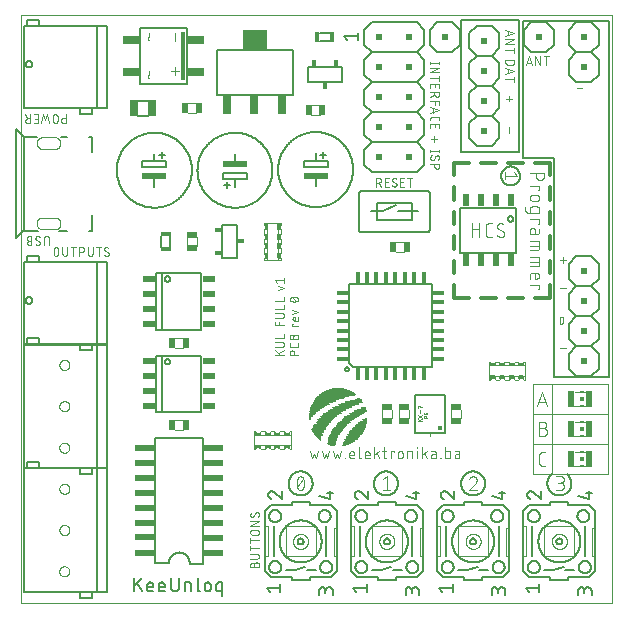
<source format=gto>
G04 EAGLE Gerber RS-274X export*
G75*
%MOMM*%
%FSLAX34Y34*%
%LPD*%
%INTop Silkscreen*%
%IPPOS*%
%AMOC8*
5,1,8,0,0,1.08239X$1,22.5*%
G01*
%ADD10C,0.000000*%
%ADD11C,0.127000*%
%ADD12C,0.101600*%
%ADD13C,0.304800*%
%ADD14C,0.076200*%
%ADD15C,0.050800*%
%ADD16C,0.203200*%
%ADD17R,1.400000X0.800000*%
%ADD18R,0.300000X4.100000*%
%ADD19R,0.500100X0.950000*%
%ADD20C,0.152400*%
%ADD21C,0.025000*%
%ADD22R,0.508000X0.508000*%
%ADD23R,0.457200X0.990600*%
%ADD24R,0.990600X0.457200*%
%ADD25R,0.635000X1.587500*%
%ADD26R,2.063750X1.746250*%
%ADD27R,1.100000X0.490000*%
%ADD28R,1.746250X0.476250*%
%ADD29R,0.300000X0.150000*%
%ADD30R,0.300000X0.300000*%
%ADD31R,0.600000X1.350000*%
%ADD32C,0.001000*%
%ADD33R,0.950000X0.500100*%
%ADD34R,0.457200X0.584200*%
%ADD35R,0.650000X1.400000*%
%ADD36R,0.584200X0.457200*%
%ADD37R,0.863600X0.406400*%
%ADD38R,2.032000X0.508000*%
%ADD39R,0.406400X0.863600*%
%ADD40R,0.490000X1.100000*%
%ADD41R,0.025400X0.012700*%
%ADD42R,0.088900X0.012700*%
%ADD43R,0.012700X0.012700*%
%ADD44R,0.152400X0.012700*%
%ADD45R,0.215900X0.012700*%
%ADD46R,0.063500X0.012700*%
%ADD47R,0.279400X0.012700*%
%ADD48R,0.127000X0.012700*%
%ADD49R,0.330200X0.012700*%
%ADD50R,0.165100X0.012700*%
%ADD51R,0.381000X0.012700*%
%ADD52R,0.431800X0.012700*%
%ADD53R,0.266700X0.012700*%
%ADD54R,0.457200X0.012700*%
%ADD55R,0.317500X0.012700*%
%ADD56R,0.495300X0.012700*%
%ADD57R,0.342900X0.012700*%
%ADD58R,0.533400X0.012700*%
%ADD59R,0.584200X0.012700*%
%ADD60R,0.419100X0.012700*%
%ADD61R,0.571500X0.012700*%
%ADD62R,0.444500X0.012700*%
%ADD63R,0.482600X0.012700*%
%ADD64R,0.508000X0.012700*%
%ADD65R,0.609600X0.012700*%
%ADD66R,0.038100X0.012700*%
%ADD67R,0.660400X0.012700*%
%ADD68R,0.596900X0.012700*%
%ADD69R,0.673100X0.012700*%
%ADD70R,0.647700X0.012700*%
%ADD71R,0.685800X0.012700*%
%ADD72R,0.723900X0.012700*%
%ADD73R,0.736600X0.012700*%
%ADD74R,0.749300X0.012700*%
%ADD75R,0.635000X0.012700*%
%ADD76R,0.762000X0.012700*%
%ADD77R,0.774700X0.012700*%
%ADD78R,0.787400X0.012700*%
%ADD79R,0.812800X0.012700*%
%ADD80R,0.825500X0.012700*%
%ADD81R,0.838200X0.012700*%
%ADD82R,0.863600X0.012700*%
%ADD83R,0.876300X0.012700*%
%ADD84R,0.901700X0.012700*%
%ADD85R,0.914400X0.012700*%
%ADD86R,0.927100X0.012700*%
%ADD87R,0.076200X0.012700*%
%ADD88R,0.952500X0.012700*%
%ADD89R,0.965200X0.012700*%
%ADD90R,0.101600X0.012700*%
%ADD91R,0.990600X0.012700*%
%ADD92R,0.114300X0.012700*%
%ADD93R,1.016000X0.012700*%
%ADD94R,0.139700X0.012700*%
%ADD95R,0.939800X0.012700*%
%ADD96R,0.177800X0.012700*%
%ADD97R,0.190500X0.012700*%
%ADD98R,0.203200X0.012700*%
%ADD99R,0.241300X0.012700*%
%ADD100R,0.254000X0.012700*%
%ADD101R,1.054100X0.012700*%
%ADD102R,1.041400X0.012700*%
%ADD103R,0.292100X0.012700*%
%ADD104R,0.304800X0.012700*%
%ADD105R,1.066800X0.012700*%
%ADD106R,1.092200X0.012700*%
%ADD107R,1.079500X0.012700*%
%ADD108R,0.355600X0.012700*%
%ADD109R,1.104900X0.012700*%
%ADD110R,0.368300X0.012700*%
%ADD111R,1.117600X0.012700*%
%ADD112R,1.130300X0.012700*%
%ADD113R,0.393700X0.012700*%
%ADD114R,1.143000X0.012700*%
%ADD115R,0.406400X0.012700*%
%ADD116R,0.050800X0.012700*%
%ADD117R,0.546100X0.012700*%
%ADD118R,0.622300X0.012700*%
%ADD119R,0.711200X0.012700*%
%ADD120R,0.698500X0.012700*%
%ADD121R,0.800100X0.012700*%
%ADD122R,0.889000X0.012700*%
%ADD123R,0.850900X0.012700*%
%ADD124R,0.977900X0.012700*%
%ADD125R,1.028700X0.012700*%
%ADD126R,1.003300X0.012700*%
%ADD127R,1.193800X0.012700*%
%ADD128R,0.469900X0.012700*%
%ADD129R,1.155700X0.012700*%
%ADD130R,1.168400X0.012700*%
%ADD131R,1.206500X0.012700*%
%ADD132R,1.181100X0.012700*%
%ADD133R,1.219200X0.012700*%
%ADD134R,0.228600X0.012700*%
%ADD135R,1.270000X0.012700*%
%ADD136R,1.244600X0.012700*%
%ADD137R,1.231900X0.012700*%
%ADD138R,1.282700X0.012700*%
%ADD139R,0.558800X0.012700*%
%ADD140R,1.257300X0.012700*%
%ADD141R,1.295400X0.012700*%
%ADD142R,1.358900X0.012700*%
%ADD143R,1.333500X0.012700*%
%ADD144R,1.346200X0.012700*%
%ADD145R,1.308100X0.012700*%
%ADD146R,1.320800X0.012700*%
%ADD147R,1.384300X0.012700*%
%ADD148R,1.371600X0.012700*%
%ADD149R,1.447800X0.012700*%
%ADD150R,1.409700X0.012700*%
%ADD151R,1.422400X0.012700*%
%ADD152R,1.397000X0.012700*%
%ADD153R,1.574800X0.012700*%
%ADD154R,1.612900X0.012700*%
%ADD155R,1.600200X0.012700*%
%ADD156R,1.562100X0.012700*%
%ADD157R,1.549400X0.012700*%
%ADD158R,1.587500X0.012700*%
%ADD159R,1.841500X0.012700*%
%ADD160R,1.828800X0.012700*%
%ADD161R,1.790700X0.012700*%
%ADD162R,1.778000X0.012700*%
%ADD163R,1.752600X0.012700*%
%ADD164R,1.765300X0.012700*%
%ADD165R,1.803400X0.012700*%
%ADD166R,1.993900X0.012700*%
%ADD167R,2.070100X0.012700*%
%ADD168R,2.032000X0.012700*%
%ADD169R,2.019300X0.012700*%
%ADD170R,2.006600X0.012700*%
%ADD171R,2.057400X0.012700*%
%ADD172R,2.197100X0.012700*%
%ADD173R,2.349500X0.012700*%
%ADD174R,2.324100X0.012700*%
%ADD175R,2.298700X0.012700*%
%ADD176R,2.286000X0.012700*%
%ADD177R,2.273300X0.012700*%
%ADD178R,2.260600X0.012700*%
%ADD179R,2.679700X0.012700*%
%ADD180R,2.641600X0.012700*%
%ADD181R,2.603500X0.012700*%
%ADD182R,2.590800X0.012700*%
%ADD183R,2.578100X0.012700*%
%ADD184R,2.552700X0.012700*%
%ADD185R,2.565400X0.012700*%
%ADD186R,2.933700X0.012700*%
%ADD187R,3.035300X0.012700*%
%ADD188R,3.048000X0.012700*%
%ADD189R,3.022600X0.012700*%
%ADD190R,3.009900X0.012700*%
%ADD191R,2.997200X0.012700*%
%ADD192R,2.971800X0.012700*%
%ADD193R,2.959100X0.012700*%
%ADD194R,2.946400X0.012700*%
%ADD195R,2.895600X0.012700*%
%ADD196R,2.870200X0.012700*%
%ADD197R,2.832100X0.012700*%
%ADD198R,2.794000X0.012700*%
%ADD199R,2.755900X0.012700*%
%ADD200R,2.717800X0.012700*%
%ADD201R,2.692400X0.012700*%
%ADD202R,2.514600X0.012700*%
%ADD203R,2.476500X0.012700*%
%ADD204R,2.438400X0.012700*%
%ADD205R,2.387600X0.012700*%
%ADD206R,2.336800X0.012700*%
%ADD207R,2.184400X0.012700*%
%ADD208R,2.159000X0.012700*%
%ADD209R,2.095500X0.012700*%
%ADD210R,1.981200X0.012700*%
%ADD211R,1.930400X0.012700*%
%ADD212R,1.854200X0.012700*%
%ADD213R,1.727200X0.012700*%
%ADD214R,1.663700X0.012700*%
%ADD215R,1.511300X0.012700*%
%ADD216R,1.435100X0.012700*%
%ADD217C,0.400000*%
%ADD218C,0.025400*%

G36*
X208230Y315881D02*
X208230Y315881D01*
X208235Y315880D01*
X208328Y315901D01*
X208422Y315920D01*
X208426Y315923D01*
X208431Y315924D01*
X208509Y315979D01*
X208587Y316033D01*
X208590Y316037D01*
X208594Y316040D01*
X208645Y316121D01*
X208697Y316201D01*
X208697Y316206D01*
X208700Y316210D01*
X208732Y316388D01*
X208732Y320388D01*
X208731Y320393D01*
X208732Y320398D01*
X208711Y320491D01*
X208693Y320584D01*
X208690Y320588D01*
X208689Y320593D01*
X208633Y320671D01*
X208580Y320750D01*
X208576Y320753D01*
X208573Y320757D01*
X208491Y320808D01*
X208412Y320859D01*
X208407Y320860D01*
X208402Y320863D01*
X208225Y320895D01*
X205975Y320895D01*
X205972Y320894D01*
X205970Y320895D01*
X205875Y320875D01*
X205779Y320855D01*
X205776Y320854D01*
X205774Y320853D01*
X205693Y320797D01*
X205613Y320743D01*
X205611Y320740D01*
X205609Y320739D01*
X205556Y320655D01*
X205503Y320574D01*
X205503Y320572D01*
X205502Y320570D01*
X205485Y320473D01*
X205468Y320377D01*
X205468Y320375D01*
X205468Y320372D01*
X205490Y320278D01*
X205511Y320182D01*
X205513Y320179D01*
X205514Y320177D01*
X205616Y320029D01*
X206468Y319177D01*
X206468Y317598D01*
X205616Y316746D01*
X205615Y316744D01*
X205613Y316743D01*
X205560Y316662D01*
X205505Y316579D01*
X205505Y316577D01*
X205503Y316574D01*
X205486Y316478D01*
X205468Y316382D01*
X205468Y316380D01*
X205468Y316377D01*
X205489Y316281D01*
X205509Y316186D01*
X205511Y316184D01*
X205511Y316182D01*
X205568Y316102D01*
X205624Y316022D01*
X205626Y316020D01*
X205627Y316018D01*
X205710Y315967D01*
X205793Y315914D01*
X205795Y315914D01*
X205798Y315912D01*
X205975Y315880D01*
X208225Y315880D01*
X208230Y315881D01*
G37*
G36*
X219478Y315881D02*
X219478Y315881D01*
X219480Y315880D01*
X219575Y315900D01*
X219672Y315920D01*
X219674Y315921D01*
X219676Y315922D01*
X219757Y315978D01*
X219837Y316033D01*
X219839Y316035D01*
X219841Y316036D01*
X219894Y316120D01*
X219947Y316201D01*
X219947Y316203D01*
X219948Y316205D01*
X219965Y316302D01*
X219982Y316398D01*
X219982Y316400D01*
X219982Y316403D01*
X219960Y316497D01*
X219939Y316593D01*
X219937Y316596D01*
X219936Y316598D01*
X219834Y316746D01*
X218982Y317598D01*
X218982Y319177D01*
X219834Y320029D01*
X219835Y320031D01*
X219837Y320033D01*
X219890Y320113D01*
X219945Y320196D01*
X219945Y320198D01*
X219947Y320201D01*
X219964Y320297D01*
X219982Y320393D01*
X219982Y320395D01*
X219982Y320398D01*
X219961Y320494D01*
X219941Y320589D01*
X219939Y320591D01*
X219939Y320593D01*
X219882Y320673D01*
X219826Y320753D01*
X219824Y320755D01*
X219823Y320757D01*
X219740Y320808D01*
X219657Y320861D01*
X219655Y320861D01*
X219652Y320863D01*
X219475Y320895D01*
X217225Y320895D01*
X217220Y320894D01*
X217215Y320895D01*
X217122Y320874D01*
X217029Y320855D01*
X217024Y320852D01*
X217019Y320851D01*
X216941Y320796D01*
X216863Y320743D01*
X216860Y320738D01*
X216856Y320735D01*
X216805Y320654D01*
X216753Y320574D01*
X216753Y320569D01*
X216750Y320565D01*
X216718Y320388D01*
X216718Y316388D01*
X216719Y316382D01*
X216718Y316377D01*
X216739Y316284D01*
X216757Y316191D01*
X216760Y316187D01*
X216761Y316182D01*
X216817Y316104D01*
X216870Y316025D01*
X216874Y316022D01*
X216877Y316018D01*
X216959Y315967D01*
X217038Y315916D01*
X217043Y315915D01*
X217048Y315912D01*
X217225Y315880D01*
X219475Y315880D01*
X219478Y315881D01*
G37*
G36*
X208230Y307881D02*
X208230Y307881D01*
X208235Y307880D01*
X208328Y307901D01*
X208422Y307920D01*
X208426Y307923D01*
X208431Y307924D01*
X208509Y307979D01*
X208587Y308033D01*
X208590Y308037D01*
X208594Y308040D01*
X208645Y308121D01*
X208697Y308201D01*
X208697Y308206D01*
X208700Y308210D01*
X208732Y308388D01*
X208732Y312388D01*
X208731Y312393D01*
X208732Y312398D01*
X208711Y312491D01*
X208693Y312584D01*
X208690Y312588D01*
X208689Y312593D01*
X208633Y312671D01*
X208580Y312750D01*
X208576Y312753D01*
X208573Y312757D01*
X208491Y312808D01*
X208412Y312859D01*
X208407Y312860D01*
X208402Y312863D01*
X208225Y312895D01*
X205975Y312895D01*
X205972Y312894D01*
X205970Y312895D01*
X205875Y312875D01*
X205779Y312855D01*
X205776Y312854D01*
X205774Y312853D01*
X205693Y312797D01*
X205613Y312743D01*
X205611Y312740D01*
X205609Y312739D01*
X205556Y312655D01*
X205503Y312574D01*
X205503Y312572D01*
X205502Y312570D01*
X205485Y312473D01*
X205468Y312377D01*
X205468Y312375D01*
X205468Y312372D01*
X205490Y312278D01*
X205511Y312182D01*
X205513Y312179D01*
X205514Y312177D01*
X205616Y312029D01*
X206468Y311177D01*
X206468Y309598D01*
X205616Y308746D01*
X205615Y308744D01*
X205613Y308743D01*
X205560Y308662D01*
X205505Y308579D01*
X205505Y308577D01*
X205503Y308574D01*
X205486Y308478D01*
X205468Y308382D01*
X205468Y308380D01*
X205468Y308377D01*
X205489Y308281D01*
X205509Y308186D01*
X205511Y308184D01*
X205511Y308182D01*
X205568Y308102D01*
X205624Y308022D01*
X205626Y308020D01*
X205627Y308018D01*
X205710Y307967D01*
X205793Y307914D01*
X205795Y307914D01*
X205798Y307912D01*
X205975Y307880D01*
X208225Y307880D01*
X208230Y307881D01*
G37*
G36*
X219478Y307881D02*
X219478Y307881D01*
X219480Y307880D01*
X219575Y307900D01*
X219672Y307920D01*
X219674Y307921D01*
X219676Y307922D01*
X219757Y307978D01*
X219837Y308033D01*
X219839Y308035D01*
X219841Y308036D01*
X219894Y308120D01*
X219947Y308201D01*
X219947Y308203D01*
X219948Y308205D01*
X219965Y308302D01*
X219982Y308398D01*
X219982Y308400D01*
X219982Y308403D01*
X219960Y308497D01*
X219939Y308593D01*
X219937Y308596D01*
X219936Y308598D01*
X219834Y308746D01*
X218982Y309598D01*
X218982Y311177D01*
X219834Y312029D01*
X219835Y312031D01*
X219837Y312033D01*
X219890Y312113D01*
X219945Y312196D01*
X219945Y312198D01*
X219947Y312201D01*
X219964Y312297D01*
X219982Y312393D01*
X219982Y312395D01*
X219982Y312398D01*
X219961Y312494D01*
X219941Y312589D01*
X219939Y312591D01*
X219939Y312593D01*
X219882Y312673D01*
X219826Y312753D01*
X219824Y312755D01*
X219823Y312757D01*
X219740Y312808D01*
X219657Y312861D01*
X219655Y312861D01*
X219652Y312863D01*
X219475Y312895D01*
X217225Y312895D01*
X217220Y312894D01*
X217215Y312895D01*
X217122Y312874D01*
X217029Y312855D01*
X217024Y312852D01*
X217019Y312851D01*
X216941Y312796D01*
X216863Y312743D01*
X216860Y312738D01*
X216856Y312735D01*
X216805Y312654D01*
X216753Y312574D01*
X216753Y312569D01*
X216750Y312565D01*
X216718Y312388D01*
X216718Y308388D01*
X216719Y308382D01*
X216718Y308377D01*
X216739Y308284D01*
X216757Y308191D01*
X216760Y308187D01*
X216761Y308182D01*
X216817Y308104D01*
X216870Y308025D01*
X216874Y308022D01*
X216877Y308018D01*
X216959Y307967D01*
X217038Y307916D01*
X217043Y307915D01*
X217048Y307912D01*
X217225Y307880D01*
X219475Y307880D01*
X219478Y307881D01*
G37*
G36*
X219478Y299881D02*
X219478Y299881D01*
X219480Y299880D01*
X219575Y299900D01*
X219672Y299920D01*
X219674Y299921D01*
X219676Y299922D01*
X219757Y299978D01*
X219837Y300033D01*
X219839Y300035D01*
X219841Y300036D01*
X219894Y300120D01*
X219947Y300201D01*
X219947Y300203D01*
X219948Y300205D01*
X219965Y300302D01*
X219982Y300398D01*
X219982Y300400D01*
X219982Y300403D01*
X219960Y300497D01*
X219939Y300593D01*
X219937Y300596D01*
X219936Y300598D01*
X219834Y300746D01*
X218982Y301598D01*
X218982Y303177D01*
X219834Y304029D01*
X219835Y304031D01*
X219837Y304033D01*
X219890Y304113D01*
X219945Y304196D01*
X219945Y304198D01*
X219947Y304201D01*
X219964Y304297D01*
X219982Y304393D01*
X219982Y304395D01*
X219982Y304398D01*
X219961Y304494D01*
X219941Y304589D01*
X219939Y304591D01*
X219939Y304593D01*
X219882Y304673D01*
X219826Y304753D01*
X219824Y304755D01*
X219823Y304757D01*
X219740Y304808D01*
X219657Y304861D01*
X219655Y304861D01*
X219652Y304863D01*
X219475Y304895D01*
X217225Y304895D01*
X217220Y304894D01*
X217215Y304895D01*
X217122Y304874D01*
X217029Y304855D01*
X217024Y304852D01*
X217019Y304851D01*
X216941Y304796D01*
X216863Y304743D01*
X216860Y304738D01*
X216856Y304735D01*
X216805Y304654D01*
X216753Y304574D01*
X216753Y304569D01*
X216750Y304565D01*
X216718Y304388D01*
X216718Y300388D01*
X216719Y300382D01*
X216718Y300377D01*
X216739Y300284D01*
X216757Y300191D01*
X216760Y300187D01*
X216761Y300182D01*
X216817Y300104D01*
X216870Y300025D01*
X216874Y300022D01*
X216877Y300018D01*
X216959Y299967D01*
X217038Y299916D01*
X217043Y299915D01*
X217048Y299912D01*
X217225Y299880D01*
X219475Y299880D01*
X219478Y299881D01*
G37*
G36*
X208230Y299881D02*
X208230Y299881D01*
X208235Y299880D01*
X208328Y299901D01*
X208422Y299920D01*
X208426Y299923D01*
X208431Y299924D01*
X208509Y299979D01*
X208587Y300033D01*
X208590Y300037D01*
X208594Y300040D01*
X208645Y300121D01*
X208697Y300201D01*
X208697Y300206D01*
X208700Y300210D01*
X208732Y300388D01*
X208732Y304388D01*
X208731Y304393D01*
X208732Y304398D01*
X208711Y304491D01*
X208693Y304584D01*
X208690Y304588D01*
X208689Y304593D01*
X208633Y304671D01*
X208580Y304750D01*
X208576Y304753D01*
X208573Y304757D01*
X208491Y304808D01*
X208412Y304859D01*
X208407Y304860D01*
X208402Y304863D01*
X208225Y304895D01*
X205975Y304895D01*
X205972Y304894D01*
X205970Y304895D01*
X205875Y304875D01*
X205779Y304855D01*
X205776Y304854D01*
X205774Y304853D01*
X205693Y304797D01*
X205613Y304743D01*
X205611Y304740D01*
X205609Y304739D01*
X205556Y304655D01*
X205503Y304574D01*
X205503Y304572D01*
X205502Y304570D01*
X205485Y304473D01*
X205468Y304377D01*
X205468Y304375D01*
X205468Y304372D01*
X205490Y304278D01*
X205511Y304182D01*
X205513Y304179D01*
X205514Y304177D01*
X205616Y304029D01*
X206468Y303177D01*
X206468Y301598D01*
X205616Y300746D01*
X205615Y300744D01*
X205613Y300743D01*
X205560Y300662D01*
X205505Y300579D01*
X205505Y300577D01*
X205503Y300574D01*
X205486Y300478D01*
X205468Y300382D01*
X205468Y300380D01*
X205468Y300377D01*
X205489Y300281D01*
X205509Y300186D01*
X205511Y300184D01*
X205511Y300182D01*
X205568Y300102D01*
X205624Y300022D01*
X205626Y300020D01*
X205627Y300018D01*
X205710Y299967D01*
X205793Y299914D01*
X205795Y299914D01*
X205798Y299912D01*
X205975Y299880D01*
X208225Y299880D01*
X208230Y299881D01*
G37*
G36*
X219478Y291881D02*
X219478Y291881D01*
X219480Y291880D01*
X219575Y291900D01*
X219672Y291920D01*
X219674Y291921D01*
X219676Y291922D01*
X219757Y291978D01*
X219837Y292033D01*
X219839Y292035D01*
X219841Y292036D01*
X219894Y292120D01*
X219947Y292201D01*
X219947Y292203D01*
X219948Y292205D01*
X219965Y292302D01*
X219982Y292398D01*
X219982Y292400D01*
X219982Y292403D01*
X219960Y292497D01*
X219939Y292593D01*
X219937Y292596D01*
X219936Y292598D01*
X219834Y292746D01*
X218982Y293598D01*
X218982Y295177D01*
X219834Y296029D01*
X219835Y296031D01*
X219837Y296033D01*
X219890Y296113D01*
X219945Y296196D01*
X219945Y296198D01*
X219947Y296201D01*
X219964Y296297D01*
X219982Y296393D01*
X219982Y296395D01*
X219982Y296398D01*
X219961Y296494D01*
X219941Y296589D01*
X219939Y296591D01*
X219939Y296593D01*
X219882Y296673D01*
X219826Y296753D01*
X219824Y296755D01*
X219823Y296757D01*
X219740Y296808D01*
X219657Y296861D01*
X219655Y296861D01*
X219652Y296863D01*
X219475Y296895D01*
X217225Y296895D01*
X217220Y296894D01*
X217215Y296895D01*
X217122Y296874D01*
X217029Y296855D01*
X217024Y296852D01*
X217019Y296851D01*
X216941Y296796D01*
X216863Y296743D01*
X216860Y296738D01*
X216856Y296735D01*
X216805Y296654D01*
X216753Y296574D01*
X216753Y296569D01*
X216750Y296565D01*
X216718Y296388D01*
X216718Y292388D01*
X216719Y292382D01*
X216718Y292377D01*
X216739Y292284D01*
X216757Y292191D01*
X216760Y292187D01*
X216761Y292182D01*
X216817Y292104D01*
X216870Y292025D01*
X216874Y292022D01*
X216877Y292018D01*
X216959Y291967D01*
X217038Y291916D01*
X217043Y291915D01*
X217048Y291912D01*
X217225Y291880D01*
X219475Y291880D01*
X219478Y291881D01*
G37*
G36*
X208230Y291881D02*
X208230Y291881D01*
X208235Y291880D01*
X208328Y291901D01*
X208422Y291920D01*
X208426Y291923D01*
X208431Y291924D01*
X208509Y291979D01*
X208587Y292033D01*
X208590Y292037D01*
X208594Y292040D01*
X208645Y292121D01*
X208697Y292201D01*
X208697Y292206D01*
X208700Y292210D01*
X208732Y292388D01*
X208732Y296388D01*
X208731Y296393D01*
X208732Y296398D01*
X208711Y296491D01*
X208693Y296584D01*
X208690Y296588D01*
X208689Y296593D01*
X208633Y296671D01*
X208580Y296750D01*
X208576Y296753D01*
X208573Y296757D01*
X208491Y296808D01*
X208412Y296859D01*
X208407Y296860D01*
X208402Y296863D01*
X208225Y296895D01*
X205975Y296895D01*
X205972Y296894D01*
X205970Y296895D01*
X205875Y296875D01*
X205779Y296855D01*
X205776Y296854D01*
X205774Y296853D01*
X205693Y296797D01*
X205613Y296743D01*
X205611Y296740D01*
X205609Y296739D01*
X205556Y296655D01*
X205503Y296574D01*
X205503Y296572D01*
X205502Y296570D01*
X205485Y296473D01*
X205468Y296377D01*
X205468Y296375D01*
X205468Y296372D01*
X205490Y296278D01*
X205511Y296182D01*
X205513Y296179D01*
X205514Y296177D01*
X205616Y296029D01*
X206468Y295177D01*
X206468Y293598D01*
X205616Y292746D01*
X205615Y292744D01*
X205613Y292743D01*
X205560Y292662D01*
X205505Y292579D01*
X205505Y292577D01*
X205503Y292574D01*
X205486Y292478D01*
X205468Y292382D01*
X205468Y292380D01*
X205468Y292377D01*
X205489Y292281D01*
X205509Y292186D01*
X205511Y292184D01*
X205511Y292182D01*
X205568Y292102D01*
X205624Y292022D01*
X205626Y292020D01*
X205627Y292018D01*
X205710Y291967D01*
X205793Y291914D01*
X205795Y291914D01*
X205798Y291912D01*
X205975Y291880D01*
X208225Y291880D01*
X208230Y291881D01*
G37*
G36*
X417168Y200844D02*
X417168Y200844D01*
X417173Y200843D01*
X417266Y200864D01*
X417359Y200882D01*
X417363Y200885D01*
X417368Y200886D01*
X417446Y200942D01*
X417525Y200995D01*
X417528Y200999D01*
X417532Y201002D01*
X417583Y201084D01*
X417634Y201163D01*
X417635Y201168D01*
X417638Y201173D01*
X417670Y201350D01*
X417670Y203600D01*
X417669Y203603D01*
X417670Y203605D01*
X417650Y203700D01*
X417630Y203797D01*
X417629Y203799D01*
X417628Y203801D01*
X417572Y203882D01*
X417518Y203962D01*
X417515Y203964D01*
X417514Y203966D01*
X417430Y204019D01*
X417349Y204072D01*
X417347Y204072D01*
X417345Y204073D01*
X417248Y204090D01*
X417152Y204107D01*
X417150Y204107D01*
X417147Y204107D01*
X417053Y204085D01*
X416957Y204064D01*
X416954Y204062D01*
X416952Y204061D01*
X416804Y203959D01*
X415952Y203107D01*
X414373Y203107D01*
X413521Y203959D01*
X413519Y203960D01*
X413518Y203962D01*
X413437Y204015D01*
X413354Y204070D01*
X413352Y204070D01*
X413349Y204072D01*
X413253Y204089D01*
X413157Y204107D01*
X413155Y204107D01*
X413152Y204107D01*
X413056Y204086D01*
X412961Y204066D01*
X412959Y204064D01*
X412957Y204064D01*
X412877Y204007D01*
X412797Y203951D01*
X412795Y203949D01*
X412793Y203948D01*
X412742Y203865D01*
X412689Y203782D01*
X412689Y203780D01*
X412687Y203777D01*
X412655Y203600D01*
X412655Y201350D01*
X412656Y201345D01*
X412655Y201340D01*
X412676Y201247D01*
X412695Y201154D01*
X412698Y201149D01*
X412699Y201144D01*
X412754Y201066D01*
X412808Y200988D01*
X412812Y200985D01*
X412815Y200981D01*
X412896Y200930D01*
X412976Y200878D01*
X412981Y200878D01*
X412985Y200875D01*
X413163Y200843D01*
X417163Y200843D01*
X417168Y200844D01*
G37*
G36*
X409168Y200844D02*
X409168Y200844D01*
X409173Y200843D01*
X409266Y200864D01*
X409359Y200882D01*
X409363Y200885D01*
X409368Y200886D01*
X409446Y200942D01*
X409525Y200995D01*
X409528Y200999D01*
X409532Y201002D01*
X409583Y201084D01*
X409634Y201163D01*
X409635Y201168D01*
X409638Y201173D01*
X409670Y201350D01*
X409670Y203600D01*
X409669Y203603D01*
X409670Y203605D01*
X409650Y203700D01*
X409630Y203797D01*
X409629Y203799D01*
X409628Y203801D01*
X409572Y203882D01*
X409518Y203962D01*
X409515Y203964D01*
X409514Y203966D01*
X409430Y204019D01*
X409349Y204072D01*
X409347Y204072D01*
X409345Y204073D01*
X409248Y204090D01*
X409152Y204107D01*
X409150Y204107D01*
X409147Y204107D01*
X409053Y204085D01*
X408957Y204064D01*
X408954Y204062D01*
X408952Y204061D01*
X408804Y203959D01*
X407952Y203107D01*
X406373Y203107D01*
X405521Y203959D01*
X405519Y203960D01*
X405518Y203962D01*
X405437Y204015D01*
X405354Y204070D01*
X405352Y204070D01*
X405349Y204072D01*
X405253Y204089D01*
X405157Y204107D01*
X405155Y204107D01*
X405152Y204107D01*
X405056Y204086D01*
X404961Y204066D01*
X404959Y204064D01*
X404957Y204064D01*
X404877Y204007D01*
X404797Y203951D01*
X404795Y203949D01*
X404793Y203948D01*
X404742Y203865D01*
X404689Y203782D01*
X404689Y203780D01*
X404687Y203777D01*
X404655Y203600D01*
X404655Y201350D01*
X404656Y201345D01*
X404655Y201340D01*
X404676Y201247D01*
X404695Y201154D01*
X404698Y201149D01*
X404699Y201144D01*
X404754Y201066D01*
X404808Y200988D01*
X404812Y200985D01*
X404815Y200981D01*
X404896Y200930D01*
X404976Y200878D01*
X404981Y200878D01*
X404985Y200875D01*
X405163Y200843D01*
X409163Y200843D01*
X409168Y200844D01*
G37*
G36*
X401168Y200844D02*
X401168Y200844D01*
X401173Y200843D01*
X401266Y200864D01*
X401359Y200882D01*
X401363Y200885D01*
X401368Y200886D01*
X401446Y200942D01*
X401525Y200995D01*
X401528Y200999D01*
X401532Y201002D01*
X401583Y201084D01*
X401634Y201163D01*
X401635Y201168D01*
X401638Y201173D01*
X401670Y201350D01*
X401670Y203600D01*
X401669Y203603D01*
X401670Y203605D01*
X401650Y203700D01*
X401630Y203797D01*
X401629Y203799D01*
X401628Y203801D01*
X401572Y203882D01*
X401518Y203962D01*
X401515Y203964D01*
X401514Y203966D01*
X401430Y204019D01*
X401349Y204072D01*
X401347Y204072D01*
X401345Y204073D01*
X401248Y204090D01*
X401152Y204107D01*
X401150Y204107D01*
X401147Y204107D01*
X401053Y204085D01*
X400957Y204064D01*
X400954Y204062D01*
X400952Y204061D01*
X400804Y203959D01*
X399952Y203107D01*
X398373Y203107D01*
X397521Y203959D01*
X397519Y203960D01*
X397518Y203962D01*
X397437Y204015D01*
X397354Y204070D01*
X397352Y204070D01*
X397349Y204072D01*
X397253Y204089D01*
X397157Y204107D01*
X397155Y204107D01*
X397152Y204107D01*
X397056Y204086D01*
X396961Y204066D01*
X396959Y204064D01*
X396957Y204064D01*
X396877Y204007D01*
X396797Y203951D01*
X396795Y203949D01*
X396793Y203948D01*
X396742Y203865D01*
X396689Y203782D01*
X396689Y203780D01*
X396687Y203777D01*
X396655Y203600D01*
X396655Y201350D01*
X396656Y201345D01*
X396655Y201340D01*
X396676Y201247D01*
X396695Y201154D01*
X396698Y201149D01*
X396699Y201144D01*
X396754Y201066D01*
X396808Y200988D01*
X396812Y200985D01*
X396815Y200981D01*
X396896Y200930D01*
X396976Y200878D01*
X396981Y200878D01*
X396985Y200875D01*
X397163Y200843D01*
X401163Y200843D01*
X401168Y200844D01*
G37*
G36*
X425168Y200844D02*
X425168Y200844D01*
X425173Y200843D01*
X425266Y200864D01*
X425359Y200882D01*
X425363Y200885D01*
X425368Y200886D01*
X425446Y200942D01*
X425525Y200995D01*
X425528Y200999D01*
X425532Y201002D01*
X425583Y201084D01*
X425634Y201163D01*
X425635Y201168D01*
X425638Y201173D01*
X425670Y201350D01*
X425670Y203600D01*
X425669Y203603D01*
X425670Y203605D01*
X425650Y203700D01*
X425630Y203797D01*
X425629Y203799D01*
X425628Y203801D01*
X425572Y203882D01*
X425518Y203962D01*
X425515Y203964D01*
X425514Y203966D01*
X425430Y204019D01*
X425349Y204072D01*
X425347Y204072D01*
X425345Y204073D01*
X425248Y204090D01*
X425152Y204107D01*
X425150Y204107D01*
X425147Y204107D01*
X425053Y204085D01*
X424957Y204064D01*
X424954Y204062D01*
X424952Y204061D01*
X424804Y203959D01*
X423952Y203107D01*
X422373Y203107D01*
X421521Y203959D01*
X421519Y203960D01*
X421518Y203962D01*
X421437Y204015D01*
X421354Y204070D01*
X421352Y204070D01*
X421349Y204072D01*
X421253Y204089D01*
X421157Y204107D01*
X421155Y204107D01*
X421152Y204107D01*
X421056Y204086D01*
X420961Y204066D01*
X420959Y204064D01*
X420957Y204064D01*
X420877Y204007D01*
X420797Y203951D01*
X420795Y203949D01*
X420793Y203948D01*
X420742Y203865D01*
X420689Y203782D01*
X420689Y203780D01*
X420687Y203777D01*
X420655Y203600D01*
X420655Y201350D01*
X420656Y201345D01*
X420655Y201340D01*
X420676Y201247D01*
X420695Y201154D01*
X420698Y201149D01*
X420699Y201144D01*
X420754Y201066D01*
X420808Y200988D01*
X420812Y200985D01*
X420815Y200981D01*
X420896Y200930D01*
X420976Y200878D01*
X420981Y200878D01*
X420985Y200875D01*
X421163Y200843D01*
X425163Y200843D01*
X425168Y200844D01*
G37*
G36*
X425170Y189593D02*
X425170Y189593D01*
X425173Y189593D01*
X425269Y189614D01*
X425364Y189634D01*
X425366Y189636D01*
X425368Y189636D01*
X425448Y189693D01*
X425528Y189749D01*
X425530Y189751D01*
X425532Y189752D01*
X425583Y189835D01*
X425636Y189918D01*
X425636Y189920D01*
X425638Y189923D01*
X425670Y190100D01*
X425670Y192350D01*
X425669Y192355D01*
X425670Y192360D01*
X425649Y192453D01*
X425630Y192547D01*
X425627Y192551D01*
X425626Y192556D01*
X425571Y192634D01*
X425518Y192712D01*
X425513Y192715D01*
X425510Y192719D01*
X425429Y192770D01*
X425349Y192822D01*
X425344Y192822D01*
X425340Y192825D01*
X425163Y192857D01*
X421163Y192857D01*
X421157Y192856D01*
X421152Y192857D01*
X421059Y192836D01*
X420966Y192818D01*
X420962Y192815D01*
X420957Y192814D01*
X420879Y192758D01*
X420800Y192705D01*
X420797Y192701D01*
X420793Y192698D01*
X420742Y192616D01*
X420691Y192537D01*
X420690Y192532D01*
X420687Y192527D01*
X420655Y192350D01*
X420655Y190100D01*
X420656Y190097D01*
X420655Y190095D01*
X420675Y190000D01*
X420695Y189904D01*
X420696Y189901D01*
X420697Y189899D01*
X420753Y189818D01*
X420808Y189738D01*
X420810Y189736D01*
X420811Y189734D01*
X420895Y189681D01*
X420976Y189628D01*
X420978Y189628D01*
X420980Y189627D01*
X421077Y189610D01*
X421173Y189593D01*
X421175Y189593D01*
X421178Y189593D01*
X421272Y189615D01*
X421368Y189636D01*
X421371Y189638D01*
X421373Y189639D01*
X421521Y189741D01*
X422373Y190593D01*
X423952Y190593D01*
X424804Y189741D01*
X424806Y189740D01*
X424808Y189738D01*
X424888Y189685D01*
X424971Y189630D01*
X424973Y189630D01*
X424976Y189628D01*
X425072Y189611D01*
X425168Y189593D01*
X425170Y189593D01*
G37*
G36*
X417170Y189593D02*
X417170Y189593D01*
X417173Y189593D01*
X417269Y189614D01*
X417364Y189634D01*
X417366Y189636D01*
X417368Y189636D01*
X417448Y189693D01*
X417528Y189749D01*
X417530Y189751D01*
X417532Y189752D01*
X417583Y189835D01*
X417636Y189918D01*
X417636Y189920D01*
X417638Y189923D01*
X417670Y190100D01*
X417670Y192350D01*
X417669Y192355D01*
X417670Y192360D01*
X417649Y192453D01*
X417630Y192547D01*
X417627Y192551D01*
X417626Y192556D01*
X417571Y192634D01*
X417518Y192712D01*
X417513Y192715D01*
X417510Y192719D01*
X417429Y192770D01*
X417349Y192822D01*
X417344Y192822D01*
X417340Y192825D01*
X417163Y192857D01*
X413163Y192857D01*
X413157Y192856D01*
X413152Y192857D01*
X413059Y192836D01*
X412966Y192818D01*
X412962Y192815D01*
X412957Y192814D01*
X412879Y192758D01*
X412800Y192705D01*
X412797Y192701D01*
X412793Y192698D01*
X412742Y192616D01*
X412691Y192537D01*
X412690Y192532D01*
X412687Y192527D01*
X412655Y192350D01*
X412655Y190100D01*
X412656Y190097D01*
X412655Y190095D01*
X412675Y190000D01*
X412695Y189904D01*
X412696Y189901D01*
X412697Y189899D01*
X412753Y189818D01*
X412808Y189738D01*
X412810Y189736D01*
X412811Y189734D01*
X412895Y189681D01*
X412976Y189628D01*
X412978Y189628D01*
X412980Y189627D01*
X413077Y189610D01*
X413173Y189593D01*
X413175Y189593D01*
X413178Y189593D01*
X413272Y189615D01*
X413368Y189636D01*
X413371Y189638D01*
X413373Y189639D01*
X413521Y189741D01*
X414373Y190593D01*
X415952Y190593D01*
X416804Y189741D01*
X416806Y189740D01*
X416808Y189738D01*
X416888Y189685D01*
X416971Y189630D01*
X416973Y189630D01*
X416976Y189628D01*
X417072Y189611D01*
X417168Y189593D01*
X417170Y189593D01*
G37*
G36*
X409170Y189593D02*
X409170Y189593D01*
X409173Y189593D01*
X409269Y189614D01*
X409364Y189634D01*
X409366Y189636D01*
X409368Y189636D01*
X409448Y189693D01*
X409528Y189749D01*
X409530Y189751D01*
X409532Y189752D01*
X409583Y189835D01*
X409636Y189918D01*
X409636Y189920D01*
X409638Y189923D01*
X409670Y190100D01*
X409670Y192350D01*
X409669Y192355D01*
X409670Y192360D01*
X409649Y192453D01*
X409630Y192547D01*
X409627Y192551D01*
X409626Y192556D01*
X409571Y192634D01*
X409518Y192712D01*
X409513Y192715D01*
X409510Y192719D01*
X409429Y192770D01*
X409349Y192822D01*
X409344Y192822D01*
X409340Y192825D01*
X409163Y192857D01*
X405163Y192857D01*
X405157Y192856D01*
X405152Y192857D01*
X405059Y192836D01*
X404966Y192818D01*
X404962Y192815D01*
X404957Y192814D01*
X404879Y192758D01*
X404800Y192705D01*
X404797Y192701D01*
X404793Y192698D01*
X404742Y192616D01*
X404691Y192537D01*
X404690Y192532D01*
X404687Y192527D01*
X404655Y192350D01*
X404655Y190100D01*
X404656Y190097D01*
X404655Y190095D01*
X404675Y190000D01*
X404695Y189904D01*
X404696Y189901D01*
X404697Y189899D01*
X404753Y189818D01*
X404808Y189738D01*
X404810Y189736D01*
X404811Y189734D01*
X404895Y189681D01*
X404976Y189628D01*
X404978Y189628D01*
X404980Y189627D01*
X405077Y189610D01*
X405173Y189593D01*
X405175Y189593D01*
X405178Y189593D01*
X405272Y189615D01*
X405368Y189636D01*
X405371Y189638D01*
X405373Y189639D01*
X405521Y189741D01*
X406373Y190593D01*
X407952Y190593D01*
X408804Y189741D01*
X408806Y189740D01*
X408808Y189738D01*
X408888Y189685D01*
X408971Y189630D01*
X408973Y189630D01*
X408976Y189628D01*
X409072Y189611D01*
X409168Y189593D01*
X409170Y189593D01*
G37*
G36*
X401170Y189593D02*
X401170Y189593D01*
X401173Y189593D01*
X401269Y189614D01*
X401364Y189634D01*
X401366Y189636D01*
X401368Y189636D01*
X401448Y189693D01*
X401528Y189749D01*
X401530Y189751D01*
X401532Y189752D01*
X401583Y189835D01*
X401636Y189918D01*
X401636Y189920D01*
X401638Y189923D01*
X401670Y190100D01*
X401670Y192350D01*
X401669Y192355D01*
X401670Y192360D01*
X401649Y192453D01*
X401630Y192547D01*
X401627Y192551D01*
X401626Y192556D01*
X401571Y192634D01*
X401518Y192712D01*
X401513Y192715D01*
X401510Y192719D01*
X401429Y192770D01*
X401349Y192822D01*
X401344Y192822D01*
X401340Y192825D01*
X401163Y192857D01*
X397163Y192857D01*
X397157Y192856D01*
X397152Y192857D01*
X397059Y192836D01*
X396966Y192818D01*
X396962Y192815D01*
X396957Y192814D01*
X396879Y192758D01*
X396800Y192705D01*
X396797Y192701D01*
X396793Y192698D01*
X396742Y192616D01*
X396691Y192537D01*
X396690Y192532D01*
X396687Y192527D01*
X396655Y192350D01*
X396655Y190100D01*
X396656Y190097D01*
X396655Y190095D01*
X396675Y190000D01*
X396695Y189904D01*
X396696Y189901D01*
X396697Y189899D01*
X396753Y189818D01*
X396808Y189738D01*
X396810Y189736D01*
X396811Y189734D01*
X396895Y189681D01*
X396976Y189628D01*
X396978Y189628D01*
X396980Y189627D01*
X397077Y189610D01*
X397173Y189593D01*
X397175Y189593D01*
X397178Y189593D01*
X397272Y189615D01*
X397368Y189636D01*
X397371Y189638D01*
X397373Y189639D01*
X397521Y189741D01*
X398373Y190593D01*
X399952Y190593D01*
X400804Y189741D01*
X400806Y189740D01*
X400808Y189738D01*
X400888Y189685D01*
X400971Y189630D01*
X400973Y189630D01*
X400976Y189628D01*
X401072Y189611D01*
X401168Y189593D01*
X401170Y189593D01*
G37*
G36*
X202730Y142106D02*
X202730Y142106D01*
X202735Y142105D01*
X202828Y142126D01*
X202922Y142145D01*
X202926Y142148D01*
X202931Y142149D01*
X203009Y142204D01*
X203087Y142258D01*
X203090Y142262D01*
X203094Y142265D01*
X203145Y142346D01*
X203197Y142426D01*
X203197Y142431D01*
X203200Y142435D01*
X203232Y142613D01*
X203232Y144863D01*
X203232Y144865D01*
X203232Y144868D01*
X203212Y144963D01*
X203193Y145059D01*
X203191Y145061D01*
X203191Y145064D01*
X203135Y145144D01*
X203080Y145225D01*
X203078Y145226D01*
X203076Y145228D01*
X202993Y145282D01*
X202912Y145334D01*
X202909Y145335D01*
X202907Y145336D01*
X202811Y145352D01*
X202715Y145370D01*
X202712Y145369D01*
X202710Y145370D01*
X202616Y145348D01*
X202519Y145326D01*
X202517Y145325D01*
X202514Y145324D01*
X202366Y145221D01*
X201515Y144370D01*
X199935Y144370D01*
X199084Y145221D01*
X199081Y145223D01*
X199080Y145225D01*
X198999Y145277D01*
X198917Y145332D01*
X198914Y145333D01*
X198912Y145334D01*
X198816Y145351D01*
X198720Y145370D01*
X198717Y145369D01*
X198715Y145370D01*
X198618Y145348D01*
X198524Y145328D01*
X198522Y145327D01*
X198519Y145326D01*
X198439Y145270D01*
X198359Y145214D01*
X198358Y145212D01*
X198356Y145210D01*
X198304Y145127D01*
X198252Y145045D01*
X198251Y145042D01*
X198250Y145040D01*
X198218Y144863D01*
X198218Y142613D01*
X198219Y142607D01*
X198218Y142602D01*
X198239Y142509D01*
X198257Y142416D01*
X198260Y142412D01*
X198261Y142407D01*
X198317Y142329D01*
X198370Y142250D01*
X198374Y142247D01*
X198377Y142243D01*
X198459Y142192D01*
X198538Y142141D01*
X198543Y142140D01*
X198548Y142137D01*
X198725Y142105D01*
X202725Y142105D01*
X202730Y142106D01*
G37*
G36*
X210730Y142106D02*
X210730Y142106D01*
X210735Y142105D01*
X210828Y142126D01*
X210922Y142145D01*
X210926Y142148D01*
X210931Y142149D01*
X211009Y142204D01*
X211087Y142258D01*
X211090Y142262D01*
X211094Y142265D01*
X211145Y142346D01*
X211197Y142426D01*
X211197Y142431D01*
X211200Y142435D01*
X211232Y142613D01*
X211232Y144863D01*
X211232Y144865D01*
X211232Y144868D01*
X211212Y144963D01*
X211193Y145059D01*
X211191Y145061D01*
X211191Y145064D01*
X211135Y145144D01*
X211080Y145225D01*
X211078Y145226D01*
X211076Y145228D01*
X210993Y145282D01*
X210912Y145334D01*
X210909Y145335D01*
X210907Y145336D01*
X210811Y145352D01*
X210715Y145370D01*
X210712Y145369D01*
X210710Y145370D01*
X210616Y145348D01*
X210519Y145326D01*
X210517Y145325D01*
X210514Y145324D01*
X210366Y145221D01*
X209515Y144370D01*
X207935Y144370D01*
X207084Y145221D01*
X207081Y145223D01*
X207080Y145225D01*
X206999Y145277D01*
X206917Y145332D01*
X206914Y145333D01*
X206912Y145334D01*
X206816Y145351D01*
X206720Y145370D01*
X206717Y145369D01*
X206715Y145370D01*
X206618Y145348D01*
X206524Y145328D01*
X206522Y145327D01*
X206519Y145326D01*
X206439Y145270D01*
X206359Y145214D01*
X206358Y145212D01*
X206356Y145210D01*
X206304Y145127D01*
X206252Y145045D01*
X206251Y145042D01*
X206250Y145040D01*
X206218Y144863D01*
X206218Y142613D01*
X206219Y142607D01*
X206218Y142602D01*
X206239Y142509D01*
X206257Y142416D01*
X206260Y142412D01*
X206261Y142407D01*
X206317Y142329D01*
X206370Y142250D01*
X206374Y142247D01*
X206377Y142243D01*
X206459Y142192D01*
X206538Y142141D01*
X206543Y142140D01*
X206548Y142137D01*
X206725Y142105D01*
X210725Y142105D01*
X210730Y142106D01*
G37*
G36*
X226730Y142106D02*
X226730Y142106D01*
X226735Y142105D01*
X226828Y142126D01*
X226922Y142145D01*
X226926Y142148D01*
X226931Y142149D01*
X227009Y142204D01*
X227087Y142258D01*
X227090Y142262D01*
X227094Y142265D01*
X227145Y142346D01*
X227197Y142426D01*
X227197Y142431D01*
X227200Y142435D01*
X227232Y142613D01*
X227232Y144863D01*
X227232Y144865D01*
X227232Y144868D01*
X227212Y144963D01*
X227193Y145059D01*
X227191Y145061D01*
X227191Y145064D01*
X227135Y145144D01*
X227080Y145225D01*
X227078Y145226D01*
X227076Y145228D01*
X226993Y145282D01*
X226912Y145334D01*
X226909Y145335D01*
X226907Y145336D01*
X226811Y145352D01*
X226715Y145370D01*
X226712Y145369D01*
X226710Y145370D01*
X226616Y145348D01*
X226519Y145326D01*
X226517Y145325D01*
X226514Y145324D01*
X226366Y145221D01*
X225515Y144370D01*
X223935Y144370D01*
X223084Y145221D01*
X223081Y145223D01*
X223080Y145225D01*
X222999Y145277D01*
X222917Y145332D01*
X222914Y145333D01*
X222912Y145334D01*
X222816Y145351D01*
X222720Y145370D01*
X222717Y145369D01*
X222715Y145370D01*
X222618Y145348D01*
X222524Y145328D01*
X222522Y145327D01*
X222519Y145326D01*
X222439Y145270D01*
X222359Y145214D01*
X222358Y145212D01*
X222356Y145210D01*
X222304Y145127D01*
X222252Y145045D01*
X222251Y145042D01*
X222250Y145040D01*
X222218Y144863D01*
X222218Y142613D01*
X222219Y142607D01*
X222218Y142602D01*
X222239Y142509D01*
X222257Y142416D01*
X222260Y142412D01*
X222261Y142407D01*
X222317Y142329D01*
X222370Y142250D01*
X222374Y142247D01*
X222377Y142243D01*
X222459Y142192D01*
X222538Y142141D01*
X222543Y142140D01*
X222548Y142137D01*
X222725Y142105D01*
X226725Y142105D01*
X226730Y142106D01*
G37*
G36*
X218730Y142106D02*
X218730Y142106D01*
X218735Y142105D01*
X218828Y142126D01*
X218922Y142145D01*
X218926Y142148D01*
X218931Y142149D01*
X219009Y142204D01*
X219087Y142258D01*
X219090Y142262D01*
X219094Y142265D01*
X219145Y142346D01*
X219197Y142426D01*
X219197Y142431D01*
X219200Y142435D01*
X219232Y142613D01*
X219232Y144863D01*
X219232Y144865D01*
X219232Y144868D01*
X219212Y144963D01*
X219193Y145059D01*
X219191Y145061D01*
X219191Y145064D01*
X219135Y145144D01*
X219080Y145225D01*
X219078Y145226D01*
X219076Y145228D01*
X218993Y145282D01*
X218912Y145334D01*
X218909Y145335D01*
X218907Y145336D01*
X218811Y145352D01*
X218715Y145370D01*
X218712Y145369D01*
X218710Y145370D01*
X218616Y145348D01*
X218519Y145326D01*
X218517Y145325D01*
X218514Y145324D01*
X218366Y145221D01*
X217515Y144370D01*
X215935Y144370D01*
X215084Y145221D01*
X215081Y145223D01*
X215080Y145225D01*
X214999Y145277D01*
X214917Y145332D01*
X214914Y145333D01*
X214912Y145334D01*
X214816Y145351D01*
X214720Y145370D01*
X214717Y145369D01*
X214715Y145370D01*
X214618Y145348D01*
X214524Y145328D01*
X214522Y145327D01*
X214519Y145326D01*
X214439Y145270D01*
X214359Y145214D01*
X214358Y145212D01*
X214356Y145210D01*
X214304Y145127D01*
X214252Y145045D01*
X214251Y145042D01*
X214250Y145040D01*
X214218Y144863D01*
X214218Y142613D01*
X214219Y142607D01*
X214218Y142602D01*
X214239Y142509D01*
X214257Y142416D01*
X214260Y142412D01*
X214261Y142407D01*
X214317Y142329D01*
X214370Y142250D01*
X214374Y142247D01*
X214377Y142243D01*
X214459Y142192D01*
X214538Y142141D01*
X214543Y142140D01*
X214548Y142137D01*
X214725Y142105D01*
X218725Y142105D01*
X218730Y142106D01*
G37*
G36*
X218733Y130856D02*
X218733Y130856D01*
X218735Y130855D01*
X218832Y130877D01*
X218926Y130897D01*
X218928Y130898D01*
X218931Y130899D01*
X219011Y130955D01*
X219091Y131011D01*
X219092Y131013D01*
X219094Y131015D01*
X219146Y131098D01*
X219198Y131180D01*
X219199Y131183D01*
X219200Y131185D01*
X219232Y131363D01*
X219232Y133613D01*
X219231Y133618D01*
X219232Y133623D01*
X219211Y133716D01*
X219193Y133809D01*
X219190Y133813D01*
X219189Y133818D01*
X219133Y133896D01*
X219080Y133975D01*
X219076Y133978D01*
X219073Y133982D01*
X218991Y134033D01*
X218912Y134084D01*
X218907Y134085D01*
X218902Y134088D01*
X218725Y134120D01*
X214725Y134120D01*
X214720Y134119D01*
X214715Y134120D01*
X214622Y134099D01*
X214529Y134080D01*
X214524Y134077D01*
X214519Y134076D01*
X214441Y134021D01*
X214363Y133968D01*
X214360Y133963D01*
X214356Y133960D01*
X214305Y133879D01*
X214253Y133799D01*
X214253Y133794D01*
X214250Y133790D01*
X214218Y133613D01*
X214218Y131363D01*
X214218Y131360D01*
X214218Y131357D01*
X214238Y131262D01*
X214257Y131166D01*
X214259Y131164D01*
X214259Y131161D01*
X214315Y131081D01*
X214370Y131000D01*
X214372Y130999D01*
X214374Y130997D01*
X214457Y130943D01*
X214538Y130891D01*
X214541Y130891D01*
X214543Y130889D01*
X214639Y130873D01*
X214735Y130855D01*
X214738Y130856D01*
X214740Y130856D01*
X214834Y130877D01*
X214931Y130899D01*
X214933Y130900D01*
X214936Y130901D01*
X215084Y131004D01*
X215935Y131855D01*
X217515Y131855D01*
X218366Y131004D01*
X218369Y131002D01*
X218370Y131000D01*
X218451Y130948D01*
X218533Y130893D01*
X218536Y130892D01*
X218538Y130891D01*
X218634Y130874D01*
X218730Y130855D01*
X218733Y130856D01*
G37*
G36*
X226733Y130856D02*
X226733Y130856D01*
X226735Y130855D01*
X226832Y130877D01*
X226926Y130897D01*
X226928Y130898D01*
X226931Y130899D01*
X227011Y130955D01*
X227091Y131011D01*
X227092Y131013D01*
X227094Y131015D01*
X227146Y131098D01*
X227198Y131180D01*
X227199Y131183D01*
X227200Y131185D01*
X227232Y131363D01*
X227232Y133613D01*
X227231Y133618D01*
X227232Y133623D01*
X227211Y133716D01*
X227193Y133809D01*
X227190Y133813D01*
X227189Y133818D01*
X227133Y133896D01*
X227080Y133975D01*
X227076Y133978D01*
X227073Y133982D01*
X226991Y134033D01*
X226912Y134084D01*
X226907Y134085D01*
X226902Y134088D01*
X226725Y134120D01*
X222725Y134120D01*
X222720Y134119D01*
X222715Y134120D01*
X222622Y134099D01*
X222529Y134080D01*
X222524Y134077D01*
X222519Y134076D01*
X222441Y134021D01*
X222363Y133968D01*
X222360Y133963D01*
X222356Y133960D01*
X222305Y133879D01*
X222253Y133799D01*
X222253Y133794D01*
X222250Y133790D01*
X222218Y133613D01*
X222218Y131363D01*
X222218Y131360D01*
X222218Y131357D01*
X222238Y131262D01*
X222257Y131166D01*
X222259Y131164D01*
X222259Y131161D01*
X222315Y131081D01*
X222370Y131000D01*
X222372Y130999D01*
X222374Y130997D01*
X222457Y130943D01*
X222538Y130891D01*
X222541Y130891D01*
X222543Y130889D01*
X222639Y130873D01*
X222735Y130855D01*
X222738Y130856D01*
X222740Y130856D01*
X222834Y130877D01*
X222931Y130899D01*
X222933Y130900D01*
X222936Y130901D01*
X223084Y131004D01*
X223935Y131855D01*
X225515Y131855D01*
X226366Y131004D01*
X226369Y131002D01*
X226370Y131000D01*
X226451Y130948D01*
X226533Y130893D01*
X226536Y130892D01*
X226538Y130891D01*
X226634Y130874D01*
X226730Y130855D01*
X226733Y130856D01*
G37*
G36*
X210733Y130856D02*
X210733Y130856D01*
X210735Y130855D01*
X210832Y130877D01*
X210926Y130897D01*
X210928Y130898D01*
X210931Y130899D01*
X211011Y130955D01*
X211091Y131011D01*
X211092Y131013D01*
X211094Y131015D01*
X211146Y131098D01*
X211198Y131180D01*
X211199Y131183D01*
X211200Y131185D01*
X211232Y131363D01*
X211232Y133613D01*
X211231Y133618D01*
X211232Y133623D01*
X211211Y133716D01*
X211193Y133809D01*
X211190Y133813D01*
X211189Y133818D01*
X211133Y133896D01*
X211080Y133975D01*
X211076Y133978D01*
X211073Y133982D01*
X210991Y134033D01*
X210912Y134084D01*
X210907Y134085D01*
X210902Y134088D01*
X210725Y134120D01*
X206725Y134120D01*
X206720Y134119D01*
X206715Y134120D01*
X206622Y134099D01*
X206529Y134080D01*
X206524Y134077D01*
X206519Y134076D01*
X206441Y134021D01*
X206363Y133968D01*
X206360Y133963D01*
X206356Y133960D01*
X206305Y133879D01*
X206253Y133799D01*
X206253Y133794D01*
X206250Y133790D01*
X206218Y133613D01*
X206218Y131363D01*
X206218Y131360D01*
X206218Y131357D01*
X206238Y131262D01*
X206257Y131166D01*
X206259Y131164D01*
X206259Y131161D01*
X206315Y131081D01*
X206370Y131000D01*
X206372Y130999D01*
X206374Y130997D01*
X206457Y130943D01*
X206538Y130891D01*
X206541Y130891D01*
X206543Y130889D01*
X206639Y130873D01*
X206735Y130855D01*
X206738Y130856D01*
X206740Y130856D01*
X206834Y130877D01*
X206931Y130899D01*
X206933Y130900D01*
X206936Y130901D01*
X207084Y131004D01*
X207935Y131855D01*
X209515Y131855D01*
X210366Y131004D01*
X210369Y131002D01*
X210370Y131000D01*
X210451Y130948D01*
X210533Y130893D01*
X210536Y130892D01*
X210538Y130891D01*
X210634Y130874D01*
X210730Y130855D01*
X210733Y130856D01*
G37*
G36*
X202733Y130856D02*
X202733Y130856D01*
X202735Y130855D01*
X202832Y130877D01*
X202926Y130897D01*
X202928Y130898D01*
X202931Y130899D01*
X203011Y130955D01*
X203091Y131011D01*
X203092Y131013D01*
X203094Y131015D01*
X203146Y131098D01*
X203198Y131180D01*
X203199Y131183D01*
X203200Y131185D01*
X203232Y131363D01*
X203232Y133613D01*
X203231Y133618D01*
X203232Y133623D01*
X203211Y133716D01*
X203193Y133809D01*
X203190Y133813D01*
X203189Y133818D01*
X203133Y133896D01*
X203080Y133975D01*
X203076Y133978D01*
X203073Y133982D01*
X202991Y134033D01*
X202912Y134084D01*
X202907Y134085D01*
X202902Y134088D01*
X202725Y134120D01*
X198725Y134120D01*
X198720Y134119D01*
X198715Y134120D01*
X198622Y134099D01*
X198529Y134080D01*
X198524Y134077D01*
X198519Y134076D01*
X198441Y134021D01*
X198363Y133968D01*
X198360Y133963D01*
X198356Y133960D01*
X198305Y133879D01*
X198253Y133799D01*
X198253Y133794D01*
X198250Y133790D01*
X198218Y133613D01*
X198218Y131363D01*
X198218Y131360D01*
X198218Y131357D01*
X198238Y131262D01*
X198257Y131166D01*
X198259Y131164D01*
X198259Y131161D01*
X198315Y131081D01*
X198370Y131000D01*
X198372Y130999D01*
X198374Y130997D01*
X198457Y130943D01*
X198538Y130891D01*
X198541Y130891D01*
X198543Y130889D01*
X198639Y130873D01*
X198735Y130855D01*
X198738Y130856D01*
X198740Y130856D01*
X198834Y130877D01*
X198931Y130899D01*
X198933Y130900D01*
X198936Y130901D01*
X199084Y131004D01*
X199935Y131855D01*
X201515Y131855D01*
X202366Y131004D01*
X202369Y131002D01*
X202370Y131000D01*
X202451Y130948D01*
X202533Y130893D01*
X202536Y130892D01*
X202538Y130891D01*
X202634Y130874D01*
X202730Y130855D01*
X202733Y130856D01*
G37*
D10*
X0Y0D02*
X499938Y0D01*
X499938Y498375D01*
X0Y498375D01*
X0Y0D01*
D11*
X95885Y10160D02*
X95885Y21590D01*
X102235Y21590D02*
X95885Y14605D01*
X98425Y17145D02*
X102235Y10160D01*
X108522Y10160D02*
X111697Y10160D01*
X108522Y10160D02*
X108437Y10162D01*
X108351Y10168D01*
X108266Y10177D01*
X108182Y10191D01*
X108098Y10208D01*
X108015Y10229D01*
X107933Y10253D01*
X107853Y10281D01*
X107773Y10313D01*
X107695Y10349D01*
X107619Y10387D01*
X107545Y10430D01*
X107473Y10475D01*
X107402Y10524D01*
X107334Y10576D01*
X107269Y10630D01*
X107206Y10688D01*
X107145Y10749D01*
X107087Y10812D01*
X107033Y10877D01*
X106981Y10945D01*
X106932Y11016D01*
X106887Y11088D01*
X106844Y11162D01*
X106806Y11238D01*
X106770Y11316D01*
X106738Y11396D01*
X106710Y11476D01*
X106686Y11558D01*
X106665Y11641D01*
X106648Y11725D01*
X106634Y11809D01*
X106625Y11894D01*
X106619Y11980D01*
X106617Y12065D01*
X106617Y15240D01*
X106619Y15340D01*
X106625Y15439D01*
X106635Y15539D01*
X106648Y15637D01*
X106666Y15736D01*
X106687Y15833D01*
X106712Y15929D01*
X106741Y16025D01*
X106774Y16119D01*
X106810Y16212D01*
X106850Y16303D01*
X106894Y16393D01*
X106941Y16481D01*
X106991Y16567D01*
X107045Y16651D01*
X107102Y16733D01*
X107162Y16812D01*
X107226Y16890D01*
X107292Y16964D01*
X107361Y17036D01*
X107433Y17105D01*
X107507Y17171D01*
X107585Y17235D01*
X107664Y17295D01*
X107746Y17352D01*
X107830Y17406D01*
X107916Y17456D01*
X108004Y17503D01*
X108094Y17547D01*
X108185Y17587D01*
X108278Y17623D01*
X108372Y17656D01*
X108468Y17685D01*
X108564Y17710D01*
X108661Y17731D01*
X108760Y17749D01*
X108858Y17762D01*
X108958Y17772D01*
X109057Y17778D01*
X109157Y17780D01*
X109257Y17778D01*
X109356Y17772D01*
X109456Y17762D01*
X109554Y17749D01*
X109653Y17731D01*
X109750Y17710D01*
X109846Y17685D01*
X109942Y17656D01*
X110036Y17623D01*
X110129Y17587D01*
X110220Y17547D01*
X110310Y17503D01*
X110398Y17456D01*
X110484Y17406D01*
X110568Y17352D01*
X110650Y17295D01*
X110729Y17235D01*
X110807Y17171D01*
X110881Y17105D01*
X110953Y17036D01*
X111022Y16964D01*
X111088Y16890D01*
X111152Y16812D01*
X111212Y16733D01*
X111269Y16651D01*
X111323Y16567D01*
X111373Y16481D01*
X111420Y16393D01*
X111464Y16303D01*
X111504Y16212D01*
X111540Y16119D01*
X111573Y16025D01*
X111602Y15929D01*
X111627Y15833D01*
X111648Y15736D01*
X111666Y15637D01*
X111679Y15539D01*
X111689Y15439D01*
X111695Y15340D01*
X111697Y15240D01*
X111697Y13970D01*
X106617Y13970D01*
X118428Y10160D02*
X121603Y10160D01*
X118428Y10160D02*
X118343Y10162D01*
X118257Y10168D01*
X118172Y10177D01*
X118088Y10191D01*
X118004Y10208D01*
X117921Y10229D01*
X117839Y10253D01*
X117759Y10281D01*
X117679Y10313D01*
X117601Y10349D01*
X117525Y10387D01*
X117451Y10430D01*
X117379Y10475D01*
X117308Y10524D01*
X117240Y10576D01*
X117175Y10630D01*
X117112Y10688D01*
X117051Y10749D01*
X116993Y10812D01*
X116939Y10877D01*
X116887Y10945D01*
X116838Y11016D01*
X116793Y11088D01*
X116750Y11162D01*
X116712Y11238D01*
X116676Y11316D01*
X116644Y11396D01*
X116616Y11476D01*
X116592Y11558D01*
X116571Y11641D01*
X116554Y11725D01*
X116540Y11809D01*
X116531Y11894D01*
X116525Y11980D01*
X116523Y12065D01*
X116523Y15240D01*
X116525Y15340D01*
X116531Y15439D01*
X116541Y15539D01*
X116554Y15637D01*
X116572Y15736D01*
X116593Y15833D01*
X116618Y15929D01*
X116647Y16025D01*
X116680Y16119D01*
X116716Y16212D01*
X116756Y16303D01*
X116800Y16393D01*
X116847Y16481D01*
X116897Y16567D01*
X116951Y16651D01*
X117008Y16733D01*
X117068Y16812D01*
X117132Y16890D01*
X117198Y16964D01*
X117267Y17036D01*
X117339Y17105D01*
X117413Y17171D01*
X117491Y17235D01*
X117570Y17295D01*
X117652Y17352D01*
X117736Y17406D01*
X117822Y17456D01*
X117910Y17503D01*
X118000Y17547D01*
X118091Y17587D01*
X118184Y17623D01*
X118278Y17656D01*
X118374Y17685D01*
X118470Y17710D01*
X118567Y17731D01*
X118666Y17749D01*
X118764Y17762D01*
X118864Y17772D01*
X118963Y17778D01*
X119063Y17780D01*
X119163Y17778D01*
X119262Y17772D01*
X119362Y17762D01*
X119460Y17749D01*
X119559Y17731D01*
X119656Y17710D01*
X119752Y17685D01*
X119848Y17656D01*
X119942Y17623D01*
X120035Y17587D01*
X120126Y17547D01*
X120216Y17503D01*
X120304Y17456D01*
X120390Y17406D01*
X120474Y17352D01*
X120556Y17295D01*
X120635Y17235D01*
X120713Y17171D01*
X120787Y17105D01*
X120859Y17036D01*
X120928Y16964D01*
X120994Y16890D01*
X121058Y16812D01*
X121118Y16733D01*
X121175Y16651D01*
X121229Y16567D01*
X121279Y16481D01*
X121326Y16393D01*
X121370Y16303D01*
X121410Y16212D01*
X121446Y16119D01*
X121479Y16025D01*
X121508Y15929D01*
X121533Y15833D01*
X121554Y15736D01*
X121572Y15637D01*
X121585Y15539D01*
X121595Y15439D01*
X121601Y15340D01*
X121603Y15240D01*
X121603Y13970D01*
X116523Y13970D01*
X126937Y13335D02*
X126937Y21590D01*
X126937Y13335D02*
X126939Y13224D01*
X126945Y13114D01*
X126954Y13003D01*
X126968Y12893D01*
X126985Y12784D01*
X127006Y12675D01*
X127031Y12567D01*
X127060Y12460D01*
X127092Y12354D01*
X127128Y12249D01*
X127168Y12146D01*
X127211Y12044D01*
X127258Y11943D01*
X127309Y11844D01*
X127362Y11747D01*
X127419Y11653D01*
X127480Y11560D01*
X127543Y11469D01*
X127610Y11380D01*
X127680Y11294D01*
X127753Y11211D01*
X127828Y11129D01*
X127906Y11051D01*
X127988Y10976D01*
X128071Y10903D01*
X128157Y10833D01*
X128246Y10766D01*
X128337Y10703D01*
X128430Y10642D01*
X128525Y10585D01*
X128621Y10532D01*
X128720Y10481D01*
X128821Y10434D01*
X128923Y10391D01*
X129026Y10351D01*
X129131Y10315D01*
X129237Y10283D01*
X129344Y10254D01*
X129452Y10229D01*
X129561Y10208D01*
X129670Y10191D01*
X129780Y10177D01*
X129891Y10168D01*
X130001Y10162D01*
X130112Y10160D01*
X130223Y10162D01*
X130333Y10168D01*
X130444Y10177D01*
X130554Y10191D01*
X130663Y10208D01*
X130772Y10229D01*
X130880Y10254D01*
X130987Y10283D01*
X131093Y10315D01*
X131198Y10351D01*
X131301Y10391D01*
X131403Y10434D01*
X131504Y10481D01*
X131603Y10532D01*
X131699Y10585D01*
X131794Y10642D01*
X131887Y10703D01*
X131978Y10766D01*
X132067Y10833D01*
X132153Y10903D01*
X132236Y10976D01*
X132318Y11051D01*
X132396Y11129D01*
X132471Y11211D01*
X132544Y11294D01*
X132614Y11380D01*
X132681Y11469D01*
X132744Y11560D01*
X132805Y11653D01*
X132862Y11747D01*
X132915Y11844D01*
X132966Y11943D01*
X133013Y12044D01*
X133056Y12146D01*
X133096Y12249D01*
X133132Y12354D01*
X133164Y12460D01*
X133193Y12567D01*
X133218Y12675D01*
X133239Y12784D01*
X133256Y12893D01*
X133270Y13003D01*
X133279Y13114D01*
X133285Y13224D01*
X133287Y13335D01*
X133287Y21590D01*
X139002Y17780D02*
X139002Y10160D01*
X139002Y17780D02*
X142177Y17780D01*
X142262Y17778D01*
X142348Y17772D01*
X142433Y17763D01*
X142517Y17749D01*
X142601Y17732D01*
X142684Y17711D01*
X142766Y17687D01*
X142846Y17659D01*
X142926Y17627D01*
X143004Y17591D01*
X143080Y17553D01*
X143154Y17510D01*
X143226Y17465D01*
X143297Y17416D01*
X143365Y17364D01*
X143430Y17310D01*
X143493Y17252D01*
X143554Y17191D01*
X143612Y17128D01*
X143666Y17063D01*
X143718Y16995D01*
X143767Y16924D01*
X143812Y16852D01*
X143855Y16778D01*
X143893Y16702D01*
X143929Y16624D01*
X143961Y16544D01*
X143989Y16464D01*
X144013Y16382D01*
X144034Y16299D01*
X144051Y16215D01*
X144065Y16131D01*
X144074Y16046D01*
X144080Y15960D01*
X144082Y15875D01*
X144082Y10160D01*
X149409Y12065D02*
X149409Y21590D01*
X149409Y12065D02*
X149411Y11980D01*
X149417Y11894D01*
X149426Y11809D01*
X149440Y11725D01*
X149457Y11641D01*
X149478Y11558D01*
X149502Y11476D01*
X149530Y11396D01*
X149562Y11316D01*
X149598Y11238D01*
X149636Y11162D01*
X149679Y11088D01*
X149724Y11016D01*
X149773Y10945D01*
X149825Y10877D01*
X149879Y10812D01*
X149937Y10749D01*
X149998Y10688D01*
X150061Y10630D01*
X150126Y10576D01*
X150194Y10524D01*
X150265Y10475D01*
X150337Y10430D01*
X150411Y10387D01*
X150487Y10349D01*
X150565Y10313D01*
X150645Y10281D01*
X150725Y10253D01*
X150807Y10229D01*
X150890Y10208D01*
X150974Y10191D01*
X151058Y10177D01*
X151143Y10168D01*
X151229Y10162D01*
X151314Y10160D01*
X155384Y12700D02*
X155384Y15240D01*
X155386Y15340D01*
X155392Y15439D01*
X155402Y15539D01*
X155415Y15637D01*
X155433Y15736D01*
X155454Y15833D01*
X155479Y15929D01*
X155508Y16025D01*
X155541Y16119D01*
X155577Y16212D01*
X155617Y16303D01*
X155661Y16393D01*
X155708Y16481D01*
X155758Y16567D01*
X155812Y16651D01*
X155869Y16733D01*
X155929Y16812D01*
X155993Y16890D01*
X156059Y16964D01*
X156128Y17036D01*
X156200Y17105D01*
X156274Y17171D01*
X156352Y17235D01*
X156431Y17295D01*
X156513Y17352D01*
X156597Y17406D01*
X156683Y17456D01*
X156771Y17503D01*
X156861Y17547D01*
X156952Y17587D01*
X157045Y17623D01*
X157139Y17656D01*
X157235Y17685D01*
X157331Y17710D01*
X157428Y17731D01*
X157527Y17749D01*
X157625Y17762D01*
X157725Y17772D01*
X157824Y17778D01*
X157924Y17780D01*
X158024Y17778D01*
X158123Y17772D01*
X158223Y17762D01*
X158321Y17749D01*
X158420Y17731D01*
X158517Y17710D01*
X158613Y17685D01*
X158709Y17656D01*
X158803Y17623D01*
X158896Y17587D01*
X158987Y17547D01*
X159077Y17503D01*
X159165Y17456D01*
X159251Y17406D01*
X159335Y17352D01*
X159417Y17295D01*
X159496Y17235D01*
X159574Y17171D01*
X159648Y17105D01*
X159720Y17036D01*
X159789Y16964D01*
X159855Y16890D01*
X159919Y16812D01*
X159979Y16733D01*
X160036Y16651D01*
X160090Y16567D01*
X160140Y16481D01*
X160187Y16393D01*
X160231Y16303D01*
X160271Y16212D01*
X160307Y16119D01*
X160340Y16025D01*
X160369Y15929D01*
X160394Y15833D01*
X160415Y15736D01*
X160433Y15637D01*
X160446Y15539D01*
X160456Y15439D01*
X160462Y15340D01*
X160464Y15240D01*
X160464Y12700D01*
X160462Y12600D01*
X160456Y12501D01*
X160446Y12401D01*
X160433Y12303D01*
X160415Y12204D01*
X160394Y12107D01*
X160369Y12011D01*
X160340Y11915D01*
X160307Y11821D01*
X160271Y11728D01*
X160231Y11637D01*
X160187Y11547D01*
X160140Y11459D01*
X160090Y11373D01*
X160036Y11289D01*
X159979Y11207D01*
X159919Y11128D01*
X159855Y11050D01*
X159789Y10976D01*
X159720Y10904D01*
X159648Y10835D01*
X159574Y10769D01*
X159496Y10705D01*
X159417Y10645D01*
X159335Y10588D01*
X159251Y10534D01*
X159165Y10484D01*
X159077Y10437D01*
X158987Y10393D01*
X158896Y10353D01*
X158803Y10317D01*
X158709Y10284D01*
X158613Y10255D01*
X158517Y10230D01*
X158420Y10209D01*
X158321Y10191D01*
X158223Y10178D01*
X158123Y10168D01*
X158024Y10162D01*
X157924Y10160D01*
X157824Y10162D01*
X157725Y10168D01*
X157625Y10178D01*
X157527Y10191D01*
X157428Y10209D01*
X157331Y10230D01*
X157235Y10255D01*
X157139Y10284D01*
X157045Y10317D01*
X156952Y10353D01*
X156861Y10393D01*
X156771Y10437D01*
X156683Y10484D01*
X156597Y10534D01*
X156513Y10588D01*
X156431Y10645D01*
X156352Y10705D01*
X156274Y10769D01*
X156200Y10835D01*
X156128Y10904D01*
X156059Y10976D01*
X155993Y11050D01*
X155929Y11128D01*
X155869Y11207D01*
X155812Y11289D01*
X155758Y11373D01*
X155708Y11459D01*
X155661Y11547D01*
X155617Y11637D01*
X155577Y11728D01*
X155541Y11821D01*
X155508Y11915D01*
X155479Y12011D01*
X155454Y12107D01*
X155433Y12204D01*
X155415Y12303D01*
X155402Y12401D01*
X155392Y12501D01*
X155386Y12600D01*
X155384Y12700D01*
X170304Y17780D02*
X170304Y6350D01*
X170304Y17780D02*
X167129Y17780D01*
X167044Y17778D01*
X166958Y17772D01*
X166873Y17763D01*
X166789Y17749D01*
X166705Y17732D01*
X166622Y17711D01*
X166540Y17687D01*
X166460Y17659D01*
X166380Y17627D01*
X166302Y17591D01*
X166226Y17553D01*
X166152Y17510D01*
X166080Y17465D01*
X166009Y17416D01*
X165941Y17364D01*
X165876Y17310D01*
X165813Y17252D01*
X165752Y17191D01*
X165694Y17128D01*
X165640Y17063D01*
X165588Y16995D01*
X165539Y16924D01*
X165494Y16852D01*
X165451Y16778D01*
X165413Y16702D01*
X165377Y16624D01*
X165345Y16544D01*
X165317Y16464D01*
X165293Y16382D01*
X165272Y16299D01*
X165255Y16215D01*
X165241Y16131D01*
X165232Y16046D01*
X165226Y15960D01*
X165224Y15875D01*
X165224Y12065D01*
X165226Y11980D01*
X165232Y11894D01*
X165241Y11809D01*
X165255Y11725D01*
X165272Y11641D01*
X165293Y11558D01*
X165317Y11476D01*
X165345Y11396D01*
X165377Y11316D01*
X165413Y11238D01*
X165451Y11162D01*
X165494Y11088D01*
X165539Y11016D01*
X165588Y10945D01*
X165640Y10877D01*
X165694Y10812D01*
X165752Y10749D01*
X165813Y10688D01*
X165876Y10630D01*
X165941Y10576D01*
X166009Y10524D01*
X166080Y10475D01*
X166152Y10430D01*
X166226Y10387D01*
X166302Y10349D01*
X166380Y10313D01*
X166460Y10281D01*
X166540Y10253D01*
X166622Y10229D01*
X166705Y10208D01*
X166789Y10191D01*
X166873Y10177D01*
X166958Y10168D01*
X167044Y10162D01*
X167129Y10160D01*
X170304Y10160D01*
D12*
X430721Y364617D02*
X442405Y364617D01*
X442405Y361371D01*
X442403Y361258D01*
X442397Y361145D01*
X442387Y361032D01*
X442373Y360919D01*
X442356Y360807D01*
X442334Y360696D01*
X442309Y360586D01*
X442279Y360476D01*
X442246Y360368D01*
X442209Y360261D01*
X442169Y360155D01*
X442124Y360051D01*
X442076Y359948D01*
X442025Y359847D01*
X441970Y359748D01*
X441912Y359651D01*
X441850Y359556D01*
X441785Y359463D01*
X441717Y359373D01*
X441646Y359285D01*
X441571Y359199D01*
X441494Y359116D01*
X441414Y359036D01*
X441331Y358959D01*
X441245Y358884D01*
X441157Y358813D01*
X441067Y358745D01*
X440974Y358680D01*
X440879Y358618D01*
X440782Y358560D01*
X440683Y358505D01*
X440582Y358454D01*
X440479Y358406D01*
X440375Y358361D01*
X440269Y358321D01*
X440162Y358284D01*
X440054Y358251D01*
X439944Y358221D01*
X439834Y358196D01*
X439723Y358174D01*
X439611Y358157D01*
X439498Y358143D01*
X439385Y358133D01*
X439272Y358127D01*
X439159Y358125D01*
X439046Y358127D01*
X438933Y358133D01*
X438820Y358143D01*
X438707Y358157D01*
X438595Y358174D01*
X438484Y358196D01*
X438374Y358221D01*
X438264Y358251D01*
X438156Y358284D01*
X438049Y358321D01*
X437943Y358361D01*
X437839Y358406D01*
X437736Y358454D01*
X437635Y358505D01*
X437536Y358560D01*
X437439Y358618D01*
X437344Y358680D01*
X437251Y358745D01*
X437161Y358813D01*
X437073Y358884D01*
X436987Y358959D01*
X436904Y359036D01*
X436824Y359116D01*
X436747Y359199D01*
X436672Y359285D01*
X436601Y359373D01*
X436533Y359463D01*
X436468Y359556D01*
X436406Y359651D01*
X436348Y359748D01*
X436293Y359847D01*
X436242Y359948D01*
X436194Y360051D01*
X436149Y360155D01*
X436109Y360261D01*
X436072Y360368D01*
X436039Y360476D01*
X436009Y360586D01*
X435984Y360696D01*
X435962Y360807D01*
X435945Y360919D01*
X435931Y361032D01*
X435921Y361145D01*
X435915Y361258D01*
X435913Y361371D01*
X435913Y364617D01*
X438510Y353403D02*
X430721Y353403D01*
X438510Y353403D02*
X438510Y349508D01*
X437212Y349508D01*
X435913Y345849D02*
X433317Y345849D01*
X435913Y345849D02*
X436014Y345847D01*
X436114Y345841D01*
X436214Y345831D01*
X436314Y345818D01*
X436413Y345800D01*
X436512Y345779D01*
X436609Y345754D01*
X436706Y345725D01*
X436801Y345692D01*
X436895Y345656D01*
X436987Y345616D01*
X437078Y345573D01*
X437167Y345526D01*
X437254Y345476D01*
X437340Y345422D01*
X437423Y345365D01*
X437503Y345305D01*
X437582Y345242D01*
X437658Y345175D01*
X437731Y345106D01*
X437801Y345034D01*
X437869Y344960D01*
X437934Y344883D01*
X437995Y344803D01*
X438054Y344721D01*
X438109Y344637D01*
X438161Y344551D01*
X438210Y344463D01*
X438255Y344373D01*
X438297Y344281D01*
X438335Y344188D01*
X438369Y344093D01*
X438400Y343998D01*
X438427Y343901D01*
X438450Y343803D01*
X438470Y343704D01*
X438485Y343604D01*
X438497Y343504D01*
X438505Y343404D01*
X438509Y343303D01*
X438509Y343203D01*
X438505Y343102D01*
X438497Y343002D01*
X438485Y342902D01*
X438470Y342802D01*
X438450Y342703D01*
X438427Y342605D01*
X438400Y342508D01*
X438369Y342413D01*
X438335Y342318D01*
X438297Y342225D01*
X438255Y342133D01*
X438210Y342043D01*
X438161Y341955D01*
X438109Y341869D01*
X438054Y341785D01*
X437995Y341703D01*
X437934Y341623D01*
X437869Y341546D01*
X437801Y341472D01*
X437731Y341400D01*
X437658Y341331D01*
X437582Y341264D01*
X437503Y341201D01*
X437423Y341141D01*
X437340Y341084D01*
X437254Y341030D01*
X437167Y340980D01*
X437078Y340933D01*
X436987Y340890D01*
X436895Y340850D01*
X436801Y340814D01*
X436706Y340781D01*
X436609Y340752D01*
X436512Y340727D01*
X436413Y340706D01*
X436314Y340688D01*
X436214Y340675D01*
X436114Y340665D01*
X436014Y340659D01*
X435913Y340657D01*
X435913Y340656D02*
X433317Y340656D01*
X433317Y340657D02*
X433216Y340659D01*
X433116Y340665D01*
X433016Y340675D01*
X432916Y340688D01*
X432817Y340706D01*
X432718Y340727D01*
X432621Y340752D01*
X432524Y340781D01*
X432429Y340814D01*
X432335Y340850D01*
X432243Y340890D01*
X432152Y340933D01*
X432063Y340980D01*
X431976Y341030D01*
X431890Y341084D01*
X431807Y341141D01*
X431727Y341201D01*
X431648Y341264D01*
X431572Y341331D01*
X431499Y341400D01*
X431429Y341472D01*
X431361Y341546D01*
X431296Y341623D01*
X431235Y341703D01*
X431176Y341785D01*
X431121Y341869D01*
X431069Y341955D01*
X431020Y342043D01*
X430975Y342133D01*
X430933Y342225D01*
X430895Y342318D01*
X430861Y342413D01*
X430830Y342508D01*
X430803Y342605D01*
X430780Y342703D01*
X430760Y342802D01*
X430745Y342902D01*
X430733Y343002D01*
X430725Y343102D01*
X430721Y343203D01*
X430721Y343303D01*
X430725Y343404D01*
X430733Y343504D01*
X430745Y343604D01*
X430760Y343704D01*
X430780Y343803D01*
X430803Y343901D01*
X430830Y343998D01*
X430861Y344093D01*
X430895Y344188D01*
X430933Y344281D01*
X430975Y344373D01*
X431020Y344463D01*
X431069Y344551D01*
X431121Y344637D01*
X431176Y344721D01*
X431235Y344803D01*
X431296Y344883D01*
X431361Y344960D01*
X431429Y345034D01*
X431499Y345106D01*
X431572Y345175D01*
X431648Y345242D01*
X431727Y345305D01*
X431807Y345365D01*
X431890Y345422D01*
X431976Y345476D01*
X432063Y345526D01*
X432152Y345573D01*
X432243Y345616D01*
X432335Y345656D01*
X432429Y345692D01*
X432524Y345725D01*
X432621Y345754D01*
X432718Y345779D01*
X432817Y345800D01*
X432916Y345818D01*
X433016Y345831D01*
X433116Y345841D01*
X433216Y345847D01*
X433317Y345849D01*
X430721Y334055D02*
X430721Y330809D01*
X430721Y334055D02*
X430723Y334142D01*
X430729Y334230D01*
X430739Y334316D01*
X430752Y334403D01*
X430770Y334488D01*
X430791Y334573D01*
X430816Y334657D01*
X430845Y334739D01*
X430878Y334820D01*
X430914Y334900D01*
X430953Y334978D01*
X430997Y335054D01*
X431043Y335128D01*
X431093Y335199D01*
X431146Y335269D01*
X431202Y335336D01*
X431261Y335400D01*
X431323Y335462D01*
X431387Y335521D01*
X431454Y335577D01*
X431524Y335630D01*
X431595Y335680D01*
X431669Y335726D01*
X431745Y335770D01*
X431823Y335809D01*
X431903Y335845D01*
X431984Y335878D01*
X432066Y335907D01*
X432150Y335932D01*
X432235Y335953D01*
X432320Y335971D01*
X432407Y335984D01*
X432493Y335994D01*
X432581Y336000D01*
X432668Y336002D01*
X436563Y336002D01*
X436650Y336000D01*
X436738Y335994D01*
X436824Y335984D01*
X436911Y335971D01*
X436996Y335953D01*
X437081Y335932D01*
X437165Y335907D01*
X437247Y335878D01*
X437328Y335845D01*
X437408Y335809D01*
X437486Y335770D01*
X437562Y335726D01*
X437636Y335680D01*
X437707Y335630D01*
X437777Y335577D01*
X437844Y335521D01*
X437908Y335462D01*
X437970Y335400D01*
X438029Y335336D01*
X438085Y335269D01*
X438138Y335199D01*
X438188Y335128D01*
X438234Y335054D01*
X438278Y334978D01*
X438317Y334900D01*
X438353Y334820D01*
X438386Y334739D01*
X438415Y334657D01*
X438440Y334573D01*
X438461Y334488D01*
X438479Y334403D01*
X438492Y334316D01*
X438502Y334230D01*
X438508Y334142D01*
X438510Y334055D01*
X438510Y330809D01*
X428773Y330809D01*
X428773Y330810D02*
X428686Y330812D01*
X428598Y330818D01*
X428512Y330828D01*
X428425Y330841D01*
X428340Y330859D01*
X428255Y330880D01*
X428171Y330905D01*
X428089Y330934D01*
X428008Y330967D01*
X427928Y331003D01*
X427850Y331042D01*
X427774Y331086D01*
X427700Y331132D01*
X427629Y331182D01*
X427559Y331235D01*
X427492Y331291D01*
X427428Y331350D01*
X427366Y331412D01*
X427307Y331476D01*
X427251Y331543D01*
X427198Y331613D01*
X427148Y331684D01*
X427102Y331758D01*
X427058Y331834D01*
X427019Y331912D01*
X426983Y331992D01*
X426950Y332073D01*
X426921Y332155D01*
X426896Y332239D01*
X426875Y332324D01*
X426857Y332409D01*
X426844Y332496D01*
X426834Y332582D01*
X426828Y332670D01*
X426826Y332757D01*
X426826Y335353D01*
X430721Y325209D02*
X438510Y325209D01*
X438510Y321314D01*
X437212Y321314D01*
X435264Y315442D02*
X435264Y312521D01*
X435264Y315442D02*
X435262Y315536D01*
X435256Y315630D01*
X435247Y315723D01*
X435233Y315816D01*
X435216Y315908D01*
X435194Y316000D01*
X435170Y316090D01*
X435141Y316180D01*
X435109Y316268D01*
X435073Y316355D01*
X435033Y316440D01*
X434990Y316523D01*
X434944Y316605D01*
X434894Y316685D01*
X434841Y316762D01*
X434785Y316837D01*
X434726Y316910D01*
X434664Y316981D01*
X434599Y317049D01*
X434531Y317114D01*
X434460Y317176D01*
X434387Y317235D01*
X434312Y317291D01*
X434235Y317344D01*
X434155Y317394D01*
X434073Y317440D01*
X433990Y317483D01*
X433905Y317523D01*
X433818Y317559D01*
X433730Y317591D01*
X433640Y317620D01*
X433550Y317644D01*
X433458Y317666D01*
X433366Y317683D01*
X433273Y317697D01*
X433180Y317706D01*
X433086Y317712D01*
X432992Y317714D01*
X432898Y317712D01*
X432804Y317706D01*
X432711Y317697D01*
X432618Y317683D01*
X432526Y317666D01*
X432434Y317644D01*
X432344Y317620D01*
X432254Y317591D01*
X432166Y317559D01*
X432079Y317523D01*
X431994Y317483D01*
X431911Y317440D01*
X431829Y317394D01*
X431749Y317344D01*
X431672Y317291D01*
X431597Y317235D01*
X431524Y317176D01*
X431453Y317114D01*
X431385Y317049D01*
X431320Y316981D01*
X431258Y316910D01*
X431199Y316837D01*
X431143Y316762D01*
X431090Y316685D01*
X431040Y316605D01*
X430994Y316523D01*
X430951Y316440D01*
X430911Y316355D01*
X430875Y316268D01*
X430843Y316180D01*
X430814Y316090D01*
X430790Y316000D01*
X430768Y315908D01*
X430751Y315816D01*
X430737Y315723D01*
X430728Y315630D01*
X430722Y315536D01*
X430720Y315442D01*
X430721Y315442D02*
X430721Y312521D01*
X436563Y312521D01*
X436563Y312522D02*
X436650Y312524D01*
X436738Y312530D01*
X436824Y312540D01*
X436911Y312553D01*
X436996Y312571D01*
X437081Y312592D01*
X437165Y312617D01*
X437247Y312646D01*
X437328Y312679D01*
X437408Y312715D01*
X437486Y312754D01*
X437562Y312798D01*
X437636Y312844D01*
X437707Y312894D01*
X437777Y312947D01*
X437844Y313003D01*
X437909Y313062D01*
X437970Y313124D01*
X438029Y313188D01*
X438085Y313255D01*
X438138Y313325D01*
X438188Y313396D01*
X438234Y313470D01*
X438278Y313546D01*
X438317Y313624D01*
X438353Y313704D01*
X438386Y313785D01*
X438415Y313867D01*
X438440Y313951D01*
X438461Y314036D01*
X438479Y314121D01*
X438492Y314208D01*
X438502Y314295D01*
X438508Y314382D01*
X438510Y314469D01*
X438510Y317065D01*
X438510Y306762D02*
X430721Y306762D01*
X438510Y306762D02*
X438510Y300920D01*
X438508Y300833D01*
X438502Y300745D01*
X438492Y300659D01*
X438479Y300572D01*
X438461Y300487D01*
X438440Y300402D01*
X438415Y300318D01*
X438386Y300236D01*
X438353Y300155D01*
X438317Y300075D01*
X438278Y299997D01*
X438234Y299921D01*
X438188Y299847D01*
X438138Y299776D01*
X438085Y299706D01*
X438029Y299639D01*
X437970Y299575D01*
X437908Y299513D01*
X437844Y299454D01*
X437777Y299398D01*
X437707Y299345D01*
X437636Y299295D01*
X437562Y299249D01*
X437486Y299205D01*
X437408Y299166D01*
X437328Y299130D01*
X437247Y299097D01*
X437165Y299068D01*
X437081Y299043D01*
X436996Y299022D01*
X436911Y299004D01*
X436824Y298991D01*
X436738Y298981D01*
X436650Y298975D01*
X436563Y298973D01*
X436563Y298972D02*
X430721Y298972D01*
X430721Y302867D02*
X438510Y302867D01*
X438510Y293046D02*
X430721Y293046D01*
X438510Y293046D02*
X438510Y287204D01*
X438508Y287117D01*
X438502Y287029D01*
X438492Y286943D01*
X438479Y286856D01*
X438461Y286771D01*
X438440Y286686D01*
X438415Y286602D01*
X438386Y286520D01*
X438353Y286439D01*
X438317Y286359D01*
X438278Y286281D01*
X438234Y286205D01*
X438188Y286131D01*
X438138Y286060D01*
X438085Y285990D01*
X438029Y285923D01*
X437970Y285859D01*
X437908Y285797D01*
X437844Y285738D01*
X437777Y285682D01*
X437707Y285629D01*
X437636Y285579D01*
X437562Y285533D01*
X437486Y285489D01*
X437408Y285450D01*
X437328Y285414D01*
X437247Y285381D01*
X437165Y285352D01*
X437081Y285327D01*
X436996Y285306D01*
X436911Y285288D01*
X436824Y285275D01*
X436738Y285265D01*
X436650Y285259D01*
X436563Y285257D01*
X436563Y285256D02*
X430721Y285256D01*
X430721Y289151D02*
X438510Y289151D01*
X430721Y277989D02*
X430721Y274743D01*
X430721Y277989D02*
X430723Y278076D01*
X430729Y278164D01*
X430739Y278250D01*
X430752Y278337D01*
X430770Y278422D01*
X430791Y278507D01*
X430816Y278591D01*
X430845Y278673D01*
X430878Y278754D01*
X430914Y278834D01*
X430953Y278912D01*
X430997Y278988D01*
X431043Y279062D01*
X431093Y279133D01*
X431146Y279203D01*
X431202Y279270D01*
X431261Y279334D01*
X431323Y279396D01*
X431387Y279455D01*
X431454Y279511D01*
X431524Y279564D01*
X431595Y279614D01*
X431669Y279660D01*
X431745Y279704D01*
X431823Y279743D01*
X431903Y279779D01*
X431984Y279812D01*
X432066Y279841D01*
X432150Y279866D01*
X432235Y279887D01*
X432320Y279905D01*
X432407Y279918D01*
X432493Y279928D01*
X432581Y279934D01*
X432668Y279936D01*
X435913Y279936D01*
X436014Y279934D01*
X436114Y279928D01*
X436214Y279918D01*
X436314Y279905D01*
X436413Y279887D01*
X436512Y279866D01*
X436609Y279841D01*
X436706Y279812D01*
X436801Y279779D01*
X436895Y279743D01*
X436987Y279703D01*
X437078Y279660D01*
X437167Y279613D01*
X437254Y279563D01*
X437340Y279509D01*
X437423Y279452D01*
X437503Y279392D01*
X437582Y279329D01*
X437658Y279262D01*
X437731Y279193D01*
X437801Y279121D01*
X437869Y279047D01*
X437934Y278970D01*
X437995Y278890D01*
X438054Y278808D01*
X438109Y278724D01*
X438161Y278638D01*
X438210Y278550D01*
X438255Y278460D01*
X438297Y278368D01*
X438335Y278275D01*
X438369Y278180D01*
X438400Y278085D01*
X438427Y277988D01*
X438450Y277890D01*
X438470Y277791D01*
X438485Y277691D01*
X438497Y277591D01*
X438505Y277491D01*
X438509Y277390D01*
X438509Y277290D01*
X438505Y277189D01*
X438497Y277089D01*
X438485Y276989D01*
X438470Y276889D01*
X438450Y276790D01*
X438427Y276692D01*
X438400Y276595D01*
X438369Y276500D01*
X438335Y276405D01*
X438297Y276312D01*
X438255Y276220D01*
X438210Y276130D01*
X438161Y276042D01*
X438109Y275956D01*
X438054Y275872D01*
X437995Y275790D01*
X437934Y275710D01*
X437869Y275633D01*
X437801Y275559D01*
X437731Y275487D01*
X437658Y275418D01*
X437582Y275351D01*
X437503Y275288D01*
X437423Y275228D01*
X437340Y275171D01*
X437254Y275117D01*
X437167Y275067D01*
X437078Y275020D01*
X436987Y274977D01*
X436895Y274937D01*
X436801Y274901D01*
X436706Y274868D01*
X436609Y274839D01*
X436512Y274814D01*
X436413Y274793D01*
X436314Y274775D01*
X436214Y274762D01*
X436114Y274752D01*
X436014Y274746D01*
X435913Y274744D01*
X435913Y274743D02*
X434615Y274743D01*
X434615Y279936D01*
X430721Y269583D02*
X438510Y269583D01*
X438510Y265688D01*
X437212Y265688D01*
D13*
X366713Y362346D02*
X366713Y373063D01*
X366713Y352346D02*
X366713Y341629D01*
X366713Y331629D02*
X366713Y320913D01*
X366713Y310913D02*
X366713Y300196D01*
X366713Y290196D02*
X366713Y279479D01*
X366713Y269479D02*
X366713Y258763D01*
X379453Y258763D01*
X389453Y258763D02*
X402194Y258763D01*
X412194Y258763D02*
X424934Y258763D01*
X434934Y258763D02*
X447675Y258763D01*
X447675Y269479D01*
X447675Y279479D02*
X447675Y290196D01*
X447675Y300196D02*
X447675Y310913D01*
X447675Y320913D02*
X447675Y331629D01*
X447675Y341629D02*
X447675Y352346D01*
X447675Y362346D02*
X447675Y373063D01*
X434934Y373063D01*
X424934Y373063D02*
X412194Y373063D01*
X402194Y373063D02*
X389453Y373063D01*
X379453Y373063D02*
X366713Y373063D01*
D12*
X381508Y321755D02*
X381508Y310071D01*
X381508Y316562D02*
X387999Y316562D01*
X387999Y321755D02*
X387999Y310071D01*
X395882Y310071D02*
X398479Y310071D01*
X395882Y310071D02*
X395783Y310073D01*
X395683Y310079D01*
X395584Y310088D01*
X395486Y310101D01*
X395388Y310118D01*
X395290Y310139D01*
X395194Y310164D01*
X395099Y310192D01*
X395005Y310224D01*
X394912Y310259D01*
X394820Y310298D01*
X394730Y310341D01*
X394642Y310386D01*
X394555Y310436D01*
X394471Y310488D01*
X394388Y310544D01*
X394308Y310602D01*
X394230Y310664D01*
X394155Y310729D01*
X394082Y310797D01*
X394012Y310867D01*
X393944Y310940D01*
X393879Y311015D01*
X393817Y311093D01*
X393759Y311173D01*
X393703Y311256D01*
X393651Y311340D01*
X393601Y311427D01*
X393556Y311515D01*
X393513Y311605D01*
X393474Y311697D01*
X393439Y311790D01*
X393407Y311884D01*
X393379Y311979D01*
X393354Y312075D01*
X393333Y312173D01*
X393316Y312271D01*
X393303Y312369D01*
X393294Y312468D01*
X393288Y312568D01*
X393286Y312667D01*
X393286Y319158D01*
X393288Y319257D01*
X393294Y319357D01*
X393303Y319456D01*
X393316Y319554D01*
X393333Y319652D01*
X393354Y319750D01*
X393379Y319846D01*
X393407Y319941D01*
X393439Y320035D01*
X393474Y320128D01*
X393513Y320220D01*
X393556Y320310D01*
X393601Y320398D01*
X393651Y320485D01*
X393703Y320569D01*
X393759Y320652D01*
X393817Y320732D01*
X393879Y320810D01*
X393944Y320885D01*
X394012Y320958D01*
X394082Y321028D01*
X394155Y321096D01*
X394230Y321161D01*
X394308Y321223D01*
X394388Y321281D01*
X394471Y321337D01*
X394555Y321389D01*
X394642Y321439D01*
X394730Y321484D01*
X394820Y321527D01*
X394912Y321566D01*
X395004Y321601D01*
X395099Y321633D01*
X395194Y321661D01*
X395290Y321686D01*
X395388Y321707D01*
X395486Y321724D01*
X395584Y321737D01*
X395683Y321746D01*
X395783Y321752D01*
X395882Y321754D01*
X395882Y321755D02*
X398479Y321755D01*
X408954Y312667D02*
X408952Y312568D01*
X408946Y312468D01*
X408937Y312369D01*
X408924Y312271D01*
X408907Y312173D01*
X408886Y312075D01*
X408861Y311979D01*
X408833Y311884D01*
X408801Y311790D01*
X408766Y311697D01*
X408727Y311605D01*
X408684Y311515D01*
X408639Y311427D01*
X408589Y311340D01*
X408537Y311256D01*
X408481Y311173D01*
X408423Y311093D01*
X408361Y311015D01*
X408296Y310940D01*
X408228Y310867D01*
X408158Y310797D01*
X408085Y310729D01*
X408010Y310664D01*
X407932Y310602D01*
X407852Y310544D01*
X407769Y310488D01*
X407685Y310436D01*
X407598Y310386D01*
X407510Y310341D01*
X407420Y310298D01*
X407328Y310259D01*
X407235Y310224D01*
X407141Y310192D01*
X407046Y310164D01*
X406950Y310139D01*
X406852Y310118D01*
X406754Y310101D01*
X406656Y310088D01*
X406557Y310079D01*
X406457Y310073D01*
X406358Y310071D01*
X406214Y310073D01*
X406069Y310079D01*
X405925Y310088D01*
X405782Y310101D01*
X405638Y310118D01*
X405495Y310139D01*
X405353Y310164D01*
X405212Y310192D01*
X405071Y310224D01*
X404931Y310260D01*
X404792Y310299D01*
X404654Y310342D01*
X404518Y310389D01*
X404382Y310439D01*
X404248Y310493D01*
X404116Y310550D01*
X403985Y310611D01*
X403856Y310675D01*
X403728Y310743D01*
X403602Y310813D01*
X403478Y310888D01*
X403357Y310965D01*
X403237Y311046D01*
X403119Y311129D01*
X403004Y311216D01*
X402891Y311306D01*
X402780Y311399D01*
X402672Y311494D01*
X402566Y311593D01*
X402463Y311694D01*
X402788Y319158D02*
X402790Y319257D01*
X402796Y319357D01*
X402805Y319456D01*
X402818Y319554D01*
X402835Y319652D01*
X402856Y319750D01*
X402881Y319846D01*
X402909Y319941D01*
X402941Y320035D01*
X402976Y320128D01*
X403015Y320220D01*
X403058Y320310D01*
X403103Y320398D01*
X403153Y320485D01*
X403205Y320569D01*
X403261Y320652D01*
X403319Y320732D01*
X403381Y320810D01*
X403446Y320885D01*
X403514Y320958D01*
X403584Y321028D01*
X403657Y321096D01*
X403732Y321161D01*
X403810Y321223D01*
X403890Y321281D01*
X403973Y321337D01*
X404057Y321389D01*
X404144Y321439D01*
X404232Y321484D01*
X404322Y321527D01*
X404414Y321566D01*
X404507Y321601D01*
X404601Y321633D01*
X404696Y321661D01*
X404793Y321686D01*
X404890Y321707D01*
X404988Y321724D01*
X405086Y321737D01*
X405185Y321746D01*
X405285Y321752D01*
X405384Y321754D01*
X405520Y321752D01*
X405656Y321746D01*
X405792Y321737D01*
X405928Y321724D01*
X406063Y321706D01*
X406197Y321686D01*
X406331Y321661D01*
X406465Y321633D01*
X406597Y321600D01*
X406728Y321565D01*
X406859Y321525D01*
X406988Y321482D01*
X407116Y321436D01*
X407242Y321385D01*
X407368Y321332D01*
X407491Y321274D01*
X407613Y321214D01*
X407733Y321150D01*
X407852Y321082D01*
X407968Y321012D01*
X408082Y320938D01*
X408195Y320861D01*
X408305Y320780D01*
X404085Y316886D02*
X403999Y316939D01*
X403915Y316996D01*
X403833Y317055D01*
X403753Y317118D01*
X403676Y317184D01*
X403601Y317252D01*
X403529Y317324D01*
X403460Y317398D01*
X403394Y317475D01*
X403331Y317554D01*
X403271Y317636D01*
X403214Y317720D01*
X403160Y317806D01*
X403110Y317894D01*
X403063Y317984D01*
X403019Y318075D01*
X402980Y318169D01*
X402943Y318263D01*
X402911Y318359D01*
X402882Y318457D01*
X402857Y318555D01*
X402836Y318654D01*
X402818Y318754D01*
X402805Y318854D01*
X402795Y318955D01*
X402789Y319057D01*
X402787Y319158D01*
X407656Y314939D02*
X407742Y314886D01*
X407826Y314829D01*
X407908Y314770D01*
X407988Y314707D01*
X408065Y314641D01*
X408140Y314573D01*
X408212Y314501D01*
X408281Y314427D01*
X408347Y314350D01*
X408410Y314271D01*
X408470Y314189D01*
X408527Y314105D01*
X408581Y314019D01*
X408631Y313931D01*
X408678Y313841D01*
X408722Y313750D01*
X408761Y313656D01*
X408798Y313562D01*
X408830Y313466D01*
X408859Y313368D01*
X408884Y313270D01*
X408905Y313171D01*
X408923Y313071D01*
X408936Y312971D01*
X408946Y312870D01*
X408952Y312768D01*
X408954Y312667D01*
X407656Y314939D02*
X404086Y316886D01*
D14*
X419354Y362133D02*
X417266Y364744D01*
X419354Y362133D02*
X409956Y362133D01*
X409956Y359523D02*
X409956Y364744D01*
D11*
X406400Y361950D02*
X406402Y362145D01*
X406410Y362339D01*
X406422Y362534D01*
X406438Y362728D01*
X406460Y362922D01*
X406486Y363115D01*
X406517Y363307D01*
X406553Y363499D01*
X406593Y363689D01*
X406638Y363879D01*
X406688Y364067D01*
X406742Y364254D01*
X406801Y364440D01*
X406864Y364624D01*
X406932Y364807D01*
X407004Y364988D01*
X407081Y365167D01*
X407162Y365344D01*
X407248Y365519D01*
X407337Y365692D01*
X407431Y365863D01*
X407529Y366031D01*
X407632Y366197D01*
X407738Y366360D01*
X407848Y366521D01*
X407962Y366679D01*
X408080Y366834D01*
X408202Y366986D01*
X408327Y367135D01*
X408456Y367281D01*
X408589Y367424D01*
X408725Y367563D01*
X408864Y367699D01*
X409007Y367832D01*
X409153Y367961D01*
X409302Y368086D01*
X409454Y368208D01*
X409609Y368326D01*
X409767Y368440D01*
X409928Y368550D01*
X410091Y368656D01*
X410257Y368759D01*
X410425Y368857D01*
X410596Y368951D01*
X410769Y369040D01*
X410944Y369126D01*
X411121Y369207D01*
X411300Y369284D01*
X411481Y369356D01*
X411664Y369424D01*
X411848Y369487D01*
X412034Y369546D01*
X412221Y369600D01*
X412409Y369650D01*
X412599Y369695D01*
X412789Y369735D01*
X412981Y369771D01*
X413173Y369802D01*
X413366Y369828D01*
X413560Y369850D01*
X413754Y369866D01*
X413949Y369878D01*
X414143Y369886D01*
X414338Y369888D01*
X414533Y369886D01*
X414727Y369878D01*
X414922Y369866D01*
X415116Y369850D01*
X415310Y369828D01*
X415503Y369802D01*
X415695Y369771D01*
X415887Y369735D01*
X416077Y369695D01*
X416267Y369650D01*
X416455Y369600D01*
X416642Y369546D01*
X416828Y369487D01*
X417012Y369424D01*
X417195Y369356D01*
X417376Y369284D01*
X417555Y369207D01*
X417732Y369126D01*
X417907Y369040D01*
X418080Y368951D01*
X418251Y368857D01*
X418419Y368759D01*
X418585Y368656D01*
X418748Y368550D01*
X418909Y368440D01*
X419067Y368326D01*
X419222Y368208D01*
X419374Y368086D01*
X419523Y367961D01*
X419669Y367832D01*
X419812Y367699D01*
X419951Y367563D01*
X420087Y367424D01*
X420220Y367281D01*
X420349Y367135D01*
X420474Y366986D01*
X420596Y366834D01*
X420714Y366679D01*
X420828Y366521D01*
X420938Y366360D01*
X421044Y366197D01*
X421147Y366031D01*
X421245Y365863D01*
X421339Y365692D01*
X421428Y365519D01*
X421514Y365344D01*
X421595Y365167D01*
X421672Y364988D01*
X421744Y364807D01*
X421812Y364624D01*
X421875Y364440D01*
X421934Y364254D01*
X421988Y364067D01*
X422038Y363879D01*
X422083Y363689D01*
X422123Y363499D01*
X422159Y363307D01*
X422190Y363115D01*
X422216Y362922D01*
X422238Y362728D01*
X422254Y362534D01*
X422266Y362339D01*
X422274Y362145D01*
X422276Y361950D01*
X422274Y361755D01*
X422266Y361561D01*
X422254Y361366D01*
X422238Y361172D01*
X422216Y360978D01*
X422190Y360785D01*
X422159Y360593D01*
X422123Y360401D01*
X422083Y360211D01*
X422038Y360021D01*
X421988Y359833D01*
X421934Y359646D01*
X421875Y359460D01*
X421812Y359276D01*
X421744Y359093D01*
X421672Y358912D01*
X421595Y358733D01*
X421514Y358556D01*
X421428Y358381D01*
X421339Y358208D01*
X421245Y358037D01*
X421147Y357869D01*
X421044Y357703D01*
X420938Y357540D01*
X420828Y357379D01*
X420714Y357221D01*
X420596Y357066D01*
X420474Y356914D01*
X420349Y356765D01*
X420220Y356619D01*
X420087Y356476D01*
X419951Y356337D01*
X419812Y356201D01*
X419669Y356068D01*
X419523Y355939D01*
X419374Y355814D01*
X419222Y355692D01*
X419067Y355574D01*
X418909Y355460D01*
X418748Y355350D01*
X418585Y355244D01*
X418419Y355141D01*
X418251Y355043D01*
X418080Y354949D01*
X417907Y354860D01*
X417732Y354774D01*
X417555Y354693D01*
X417376Y354616D01*
X417195Y354544D01*
X417012Y354476D01*
X416828Y354413D01*
X416642Y354354D01*
X416455Y354300D01*
X416267Y354250D01*
X416077Y354205D01*
X415887Y354165D01*
X415695Y354129D01*
X415503Y354098D01*
X415310Y354072D01*
X415116Y354050D01*
X414922Y354034D01*
X414727Y354022D01*
X414533Y354014D01*
X414338Y354012D01*
X414143Y354014D01*
X413949Y354022D01*
X413754Y354034D01*
X413560Y354050D01*
X413366Y354072D01*
X413173Y354098D01*
X412981Y354129D01*
X412789Y354165D01*
X412599Y354205D01*
X412409Y354250D01*
X412221Y354300D01*
X412034Y354354D01*
X411848Y354413D01*
X411664Y354476D01*
X411481Y354544D01*
X411300Y354616D01*
X411121Y354693D01*
X410944Y354774D01*
X410769Y354860D01*
X410596Y354949D01*
X410425Y355043D01*
X410257Y355141D01*
X410091Y355244D01*
X409928Y355350D01*
X409767Y355460D01*
X409609Y355574D01*
X409454Y355692D01*
X409302Y355814D01*
X409153Y355939D01*
X409007Y356068D01*
X408864Y356201D01*
X408725Y356337D01*
X408589Y356476D01*
X408456Y356619D01*
X408327Y356765D01*
X408202Y356914D01*
X408080Y357066D01*
X407962Y357221D01*
X407848Y357379D01*
X407738Y357540D01*
X407632Y357703D01*
X407529Y357869D01*
X407431Y358037D01*
X407337Y358208D01*
X407248Y358381D01*
X407162Y358556D01*
X407081Y358733D01*
X407004Y358912D01*
X406932Y359093D01*
X406864Y359276D01*
X406801Y359460D01*
X406742Y359646D01*
X406688Y359833D01*
X406638Y360021D01*
X406593Y360211D01*
X406553Y360401D01*
X406517Y360593D01*
X406486Y360785D01*
X406460Y360978D01*
X406438Y361172D01*
X406422Y361366D01*
X406410Y361561D01*
X406402Y361755D01*
X406400Y361950D01*
D12*
X440965Y178880D02*
X437071Y167196D01*
X444860Y167196D02*
X440965Y178880D01*
X443886Y170117D02*
X438044Y170117D01*
X438658Y148287D02*
X441904Y148287D01*
X442017Y148285D01*
X442130Y148279D01*
X442243Y148269D01*
X442356Y148255D01*
X442468Y148238D01*
X442579Y148216D01*
X442689Y148191D01*
X442799Y148161D01*
X442907Y148128D01*
X443014Y148091D01*
X443120Y148051D01*
X443224Y148006D01*
X443327Y147958D01*
X443428Y147907D01*
X443527Y147852D01*
X443624Y147794D01*
X443719Y147732D01*
X443812Y147667D01*
X443902Y147599D01*
X443990Y147528D01*
X444076Y147453D01*
X444159Y147376D01*
X444239Y147296D01*
X444316Y147213D01*
X444391Y147127D01*
X444462Y147039D01*
X444530Y146949D01*
X444595Y146856D01*
X444657Y146761D01*
X444715Y146664D01*
X444770Y146565D01*
X444821Y146464D01*
X444869Y146361D01*
X444914Y146257D01*
X444954Y146151D01*
X444991Y146044D01*
X445024Y145936D01*
X445054Y145826D01*
X445079Y145716D01*
X445101Y145605D01*
X445118Y145493D01*
X445132Y145380D01*
X445142Y145267D01*
X445148Y145154D01*
X445150Y145041D01*
X445148Y144928D01*
X445142Y144815D01*
X445132Y144702D01*
X445118Y144589D01*
X445101Y144477D01*
X445079Y144366D01*
X445054Y144256D01*
X445024Y144146D01*
X444991Y144038D01*
X444954Y143931D01*
X444914Y143825D01*
X444869Y143721D01*
X444821Y143618D01*
X444770Y143517D01*
X444715Y143418D01*
X444657Y143321D01*
X444595Y143226D01*
X444530Y143133D01*
X444462Y143043D01*
X444391Y142955D01*
X444316Y142869D01*
X444239Y142786D01*
X444159Y142706D01*
X444076Y142629D01*
X443990Y142554D01*
X443902Y142483D01*
X443812Y142415D01*
X443719Y142350D01*
X443624Y142288D01*
X443527Y142230D01*
X443428Y142175D01*
X443327Y142124D01*
X443224Y142076D01*
X443120Y142031D01*
X443014Y141991D01*
X442907Y141954D01*
X442799Y141921D01*
X442689Y141891D01*
X442579Y141866D01*
X442468Y141844D01*
X442356Y141827D01*
X442243Y141813D01*
X442130Y141803D01*
X442017Y141797D01*
X441904Y141795D01*
X441904Y141796D02*
X438658Y141796D01*
X438658Y153480D01*
X441904Y153480D01*
X441904Y153479D02*
X442005Y153477D01*
X442105Y153471D01*
X442205Y153461D01*
X442305Y153448D01*
X442404Y153430D01*
X442503Y153409D01*
X442600Y153384D01*
X442697Y153355D01*
X442792Y153322D01*
X442886Y153286D01*
X442978Y153246D01*
X443069Y153203D01*
X443158Y153156D01*
X443245Y153106D01*
X443331Y153052D01*
X443414Y152995D01*
X443494Y152935D01*
X443573Y152872D01*
X443649Y152805D01*
X443722Y152736D01*
X443792Y152664D01*
X443860Y152590D01*
X443925Y152513D01*
X443986Y152433D01*
X444045Y152351D01*
X444100Y152267D01*
X444152Y152181D01*
X444201Y152093D01*
X444246Y152003D01*
X444288Y151911D01*
X444326Y151818D01*
X444360Y151723D01*
X444391Y151628D01*
X444418Y151531D01*
X444441Y151433D01*
X444461Y151334D01*
X444476Y151234D01*
X444488Y151134D01*
X444496Y151034D01*
X444500Y150933D01*
X444500Y150833D01*
X444496Y150732D01*
X444488Y150632D01*
X444476Y150532D01*
X444461Y150432D01*
X444441Y150333D01*
X444418Y150235D01*
X444391Y150138D01*
X444360Y150043D01*
X444326Y149948D01*
X444288Y149855D01*
X444246Y149763D01*
X444201Y149673D01*
X444152Y149585D01*
X444100Y149499D01*
X444045Y149415D01*
X443986Y149333D01*
X443925Y149253D01*
X443860Y149176D01*
X443792Y149102D01*
X443722Y149030D01*
X443649Y148961D01*
X443573Y148894D01*
X443494Y148831D01*
X443414Y148771D01*
X443331Y148714D01*
X443245Y148660D01*
X443158Y148610D01*
X443069Y148563D01*
X442978Y148520D01*
X442886Y148480D01*
X442792Y148444D01*
X442697Y148411D01*
X442600Y148382D01*
X442503Y148357D01*
X442404Y148336D01*
X442305Y148318D01*
X442205Y148305D01*
X442105Y148295D01*
X442005Y148289D01*
X441904Y148287D01*
X441254Y116396D02*
X443851Y116396D01*
X441254Y116396D02*
X441155Y116398D01*
X441055Y116404D01*
X440956Y116413D01*
X440858Y116426D01*
X440760Y116443D01*
X440662Y116464D01*
X440566Y116489D01*
X440471Y116517D01*
X440377Y116549D01*
X440284Y116584D01*
X440192Y116623D01*
X440102Y116666D01*
X440014Y116711D01*
X439927Y116761D01*
X439843Y116813D01*
X439760Y116869D01*
X439680Y116927D01*
X439602Y116989D01*
X439527Y117054D01*
X439454Y117122D01*
X439384Y117192D01*
X439316Y117265D01*
X439251Y117340D01*
X439189Y117418D01*
X439131Y117498D01*
X439075Y117581D01*
X439023Y117665D01*
X438973Y117752D01*
X438928Y117840D01*
X438885Y117930D01*
X438846Y118022D01*
X438811Y118115D01*
X438779Y118209D01*
X438751Y118304D01*
X438726Y118400D01*
X438705Y118498D01*
X438688Y118596D01*
X438675Y118694D01*
X438666Y118793D01*
X438660Y118893D01*
X438658Y118992D01*
X438658Y125483D01*
X438660Y125582D01*
X438666Y125682D01*
X438675Y125781D01*
X438688Y125879D01*
X438705Y125977D01*
X438726Y126075D01*
X438751Y126171D01*
X438779Y126266D01*
X438811Y126360D01*
X438846Y126453D01*
X438885Y126545D01*
X438928Y126635D01*
X438973Y126723D01*
X439023Y126810D01*
X439075Y126894D01*
X439131Y126977D01*
X439189Y127057D01*
X439251Y127135D01*
X439316Y127210D01*
X439384Y127283D01*
X439454Y127353D01*
X439527Y127421D01*
X439602Y127486D01*
X439680Y127548D01*
X439760Y127606D01*
X439843Y127662D01*
X439927Y127714D01*
X440014Y127764D01*
X440102Y127809D01*
X440192Y127852D01*
X440284Y127891D01*
X440376Y127926D01*
X440471Y127958D01*
X440566Y127986D01*
X440662Y128011D01*
X440760Y128032D01*
X440858Y128049D01*
X440956Y128062D01*
X441055Y128071D01*
X441155Y128077D01*
X441254Y128079D01*
X441254Y128080D02*
X443851Y128080D01*
X234051Y105819D02*
X233952Y105611D01*
X233859Y105401D01*
X233771Y105189D01*
X233688Y104975D01*
X233610Y104758D01*
X233537Y104540D01*
X233469Y104321D01*
X233407Y104099D01*
X233350Y103877D01*
X233298Y103653D01*
X233252Y103428D01*
X233211Y103202D01*
X233176Y102974D01*
X233146Y102747D01*
X233121Y102518D01*
X233102Y102289D01*
X233088Y102060D01*
X233080Y101830D01*
X233077Y101600D01*
X234050Y105819D02*
X234083Y105909D01*
X234119Y105998D01*
X234159Y106086D01*
X234203Y106171D01*
X234250Y106255D01*
X234300Y106337D01*
X234354Y106417D01*
X234410Y106494D01*
X234470Y106570D01*
X234533Y106643D01*
X234598Y106713D01*
X234667Y106781D01*
X234738Y106845D01*
X234811Y106907D01*
X234887Y106966D01*
X234965Y107022D01*
X235046Y107075D01*
X235128Y107124D01*
X235212Y107170D01*
X235299Y107213D01*
X235386Y107252D01*
X235476Y107288D01*
X235566Y107320D01*
X235658Y107348D01*
X235751Y107373D01*
X235845Y107394D01*
X235939Y107411D01*
X236034Y107425D01*
X236130Y107434D01*
X236226Y107440D01*
X236322Y107442D01*
X236418Y107440D01*
X236514Y107434D01*
X236610Y107425D01*
X236705Y107411D01*
X236799Y107394D01*
X236893Y107373D01*
X236986Y107348D01*
X237078Y107320D01*
X237168Y107288D01*
X237258Y107252D01*
X237345Y107213D01*
X237432Y107170D01*
X237516Y107124D01*
X237598Y107075D01*
X237679Y107022D01*
X237757Y106966D01*
X237833Y106907D01*
X237906Y106845D01*
X237977Y106781D01*
X238046Y106713D01*
X238111Y106643D01*
X238174Y106570D01*
X238234Y106494D01*
X238290Y106417D01*
X238344Y106337D01*
X238394Y106255D01*
X238441Y106171D01*
X238485Y106086D01*
X238525Y105998D01*
X238561Y105909D01*
X238594Y105819D01*
X238693Y105612D01*
X238786Y105402D01*
X238874Y105189D01*
X238957Y104975D01*
X239035Y104759D01*
X239108Y104541D01*
X239176Y104321D01*
X239238Y104100D01*
X239295Y103877D01*
X239347Y103653D01*
X239393Y103428D01*
X239434Y103202D01*
X239469Y102975D01*
X239499Y102747D01*
X239524Y102518D01*
X239543Y102289D01*
X239557Y102060D01*
X239565Y101830D01*
X239568Y101600D01*
X233076Y101600D02*
X233079Y101370D01*
X233087Y101140D01*
X233101Y100911D01*
X233120Y100682D01*
X233145Y100453D01*
X233175Y100225D01*
X233210Y99998D01*
X233251Y99772D01*
X233297Y99547D01*
X233349Y99323D01*
X233406Y99100D01*
X233468Y98879D01*
X233536Y98659D01*
X233609Y98441D01*
X233687Y98225D01*
X233770Y98011D01*
X233858Y97799D01*
X233951Y97588D01*
X234050Y97381D01*
X234083Y97291D01*
X234119Y97202D01*
X234160Y97114D01*
X234203Y97029D01*
X234250Y96945D01*
X234300Y96863D01*
X234354Y96783D01*
X234410Y96706D01*
X234470Y96630D01*
X234533Y96557D01*
X234598Y96487D01*
X234667Y96419D01*
X234738Y96355D01*
X234811Y96293D01*
X234887Y96234D01*
X234965Y96178D01*
X235046Y96125D01*
X235128Y96076D01*
X235212Y96030D01*
X235299Y95987D01*
X235386Y95948D01*
X235476Y95912D01*
X235566Y95880D01*
X235658Y95852D01*
X235751Y95827D01*
X235845Y95806D01*
X235939Y95789D01*
X236034Y95775D01*
X236130Y95766D01*
X236226Y95760D01*
X236322Y95758D01*
X238594Y97381D02*
X238693Y97588D01*
X238786Y97799D01*
X238874Y98011D01*
X238957Y98225D01*
X239035Y98441D01*
X239108Y98659D01*
X239176Y98879D01*
X239238Y99100D01*
X239295Y99323D01*
X239347Y99547D01*
X239393Y99772D01*
X239434Y99998D01*
X239469Y100225D01*
X239499Y100453D01*
X239524Y100682D01*
X239543Y100911D01*
X239557Y101140D01*
X239565Y101370D01*
X239568Y101600D01*
X238594Y97381D02*
X238561Y97291D01*
X238525Y97202D01*
X238485Y97114D01*
X238441Y97029D01*
X238394Y96945D01*
X238344Y96863D01*
X238290Y96783D01*
X238234Y96706D01*
X238174Y96630D01*
X238111Y96557D01*
X238046Y96487D01*
X237977Y96419D01*
X237906Y96355D01*
X237833Y96293D01*
X237757Y96234D01*
X237679Y96178D01*
X237598Y96125D01*
X237516Y96076D01*
X237432Y96030D01*
X237345Y95987D01*
X237258Y95948D01*
X237168Y95912D01*
X237078Y95880D01*
X236986Y95852D01*
X236893Y95827D01*
X236799Y95806D01*
X236705Y95789D01*
X236610Y95775D01*
X236514Y95766D01*
X236418Y95760D01*
X236322Y95758D01*
X233726Y98354D02*
X238919Y104846D01*
X306102Y104846D02*
X309347Y107442D01*
X309347Y95758D01*
X306102Y95758D02*
X312593Y95758D01*
X382697Y107442D02*
X382804Y107440D01*
X382910Y107434D01*
X383016Y107424D01*
X383122Y107411D01*
X383228Y107393D01*
X383332Y107372D01*
X383436Y107347D01*
X383539Y107318D01*
X383640Y107286D01*
X383740Y107249D01*
X383839Y107209D01*
X383937Y107166D01*
X384033Y107119D01*
X384127Y107068D01*
X384219Y107014D01*
X384309Y106957D01*
X384397Y106897D01*
X384482Y106833D01*
X384565Y106766D01*
X384646Y106696D01*
X384724Y106624D01*
X384800Y106548D01*
X384872Y106470D01*
X384942Y106389D01*
X385009Y106306D01*
X385073Y106221D01*
X385133Y106133D01*
X385190Y106043D01*
X385244Y105951D01*
X385295Y105857D01*
X385342Y105761D01*
X385385Y105663D01*
X385425Y105564D01*
X385462Y105464D01*
X385494Y105363D01*
X385523Y105260D01*
X385548Y105156D01*
X385569Y105052D01*
X385587Y104946D01*
X385600Y104840D01*
X385610Y104734D01*
X385616Y104628D01*
X385618Y104521D01*
X382697Y107442D02*
X382576Y107440D01*
X382455Y107434D01*
X382335Y107424D01*
X382214Y107411D01*
X382095Y107393D01*
X381975Y107372D01*
X381857Y107347D01*
X381740Y107318D01*
X381623Y107285D01*
X381508Y107249D01*
X381394Y107208D01*
X381281Y107165D01*
X381169Y107117D01*
X381060Y107066D01*
X380952Y107011D01*
X380845Y106953D01*
X380741Y106892D01*
X380639Y106827D01*
X380539Y106759D01*
X380441Y106688D01*
X380345Y106614D01*
X380252Y106537D01*
X380162Y106456D01*
X380074Y106373D01*
X379989Y106287D01*
X379906Y106198D01*
X379827Y106107D01*
X379750Y106013D01*
X379677Y105917D01*
X379607Y105819D01*
X379540Y105718D01*
X379476Y105615D01*
X379416Y105510D01*
X379359Y105403D01*
X379305Y105295D01*
X379255Y105185D01*
X379209Y105073D01*
X379166Y104960D01*
X379127Y104845D01*
X384644Y102249D02*
X384723Y102326D01*
X384799Y102407D01*
X384872Y102490D01*
X384942Y102575D01*
X385009Y102663D01*
X385073Y102753D01*
X385133Y102845D01*
X385190Y102940D01*
X385244Y103036D01*
X385295Y103134D01*
X385342Y103234D01*
X385386Y103336D01*
X385426Y103439D01*
X385462Y103543D01*
X385494Y103649D01*
X385523Y103755D01*
X385548Y103863D01*
X385570Y103971D01*
X385587Y104081D01*
X385601Y104190D01*
X385610Y104300D01*
X385616Y104411D01*
X385618Y104521D01*
X384644Y102249D02*
X379127Y95758D01*
X385618Y95758D01*
X452946Y95758D02*
X456191Y95758D01*
X456304Y95760D01*
X456417Y95766D01*
X456530Y95776D01*
X456643Y95790D01*
X456755Y95807D01*
X456866Y95829D01*
X456976Y95854D01*
X457086Y95884D01*
X457194Y95917D01*
X457301Y95954D01*
X457407Y95994D01*
X457511Y96039D01*
X457614Y96087D01*
X457715Y96138D01*
X457814Y96193D01*
X457911Y96251D01*
X458006Y96313D01*
X458099Y96378D01*
X458189Y96446D01*
X458277Y96517D01*
X458363Y96592D01*
X458446Y96669D01*
X458526Y96749D01*
X458603Y96832D01*
X458678Y96918D01*
X458749Y97006D01*
X458817Y97096D01*
X458882Y97189D01*
X458944Y97284D01*
X459002Y97381D01*
X459057Y97480D01*
X459108Y97581D01*
X459156Y97684D01*
X459201Y97788D01*
X459241Y97894D01*
X459278Y98001D01*
X459311Y98109D01*
X459341Y98219D01*
X459366Y98329D01*
X459388Y98440D01*
X459405Y98552D01*
X459419Y98665D01*
X459429Y98778D01*
X459435Y98891D01*
X459437Y99004D01*
X459435Y99117D01*
X459429Y99230D01*
X459419Y99343D01*
X459405Y99456D01*
X459388Y99568D01*
X459366Y99679D01*
X459341Y99789D01*
X459311Y99899D01*
X459278Y100007D01*
X459241Y100114D01*
X459201Y100220D01*
X459156Y100324D01*
X459108Y100427D01*
X459057Y100528D01*
X459002Y100627D01*
X458944Y100724D01*
X458882Y100819D01*
X458817Y100912D01*
X458749Y101002D01*
X458678Y101090D01*
X458603Y101176D01*
X458526Y101259D01*
X458446Y101339D01*
X458363Y101416D01*
X458277Y101491D01*
X458189Y101562D01*
X458099Y101630D01*
X458006Y101695D01*
X457911Y101757D01*
X457814Y101815D01*
X457715Y101870D01*
X457614Y101921D01*
X457511Y101969D01*
X457407Y102014D01*
X457301Y102054D01*
X457194Y102091D01*
X457086Y102124D01*
X456976Y102154D01*
X456866Y102179D01*
X456755Y102201D01*
X456643Y102218D01*
X456530Y102232D01*
X456417Y102242D01*
X456304Y102248D01*
X456191Y102250D01*
X456840Y107442D02*
X452946Y107442D01*
X456840Y107442D02*
X456941Y107440D01*
X457041Y107434D01*
X457141Y107424D01*
X457241Y107411D01*
X457340Y107393D01*
X457439Y107372D01*
X457536Y107347D01*
X457633Y107318D01*
X457728Y107285D01*
X457822Y107249D01*
X457914Y107209D01*
X458005Y107166D01*
X458094Y107119D01*
X458181Y107069D01*
X458267Y107015D01*
X458350Y106958D01*
X458430Y106898D01*
X458509Y106835D01*
X458585Y106768D01*
X458658Y106699D01*
X458728Y106627D01*
X458796Y106553D01*
X458861Y106476D01*
X458922Y106396D01*
X458981Y106314D01*
X459036Y106230D01*
X459088Y106144D01*
X459137Y106056D01*
X459182Y105966D01*
X459224Y105874D01*
X459262Y105781D01*
X459296Y105686D01*
X459327Y105591D01*
X459354Y105494D01*
X459377Y105396D01*
X459397Y105297D01*
X459412Y105197D01*
X459424Y105097D01*
X459432Y104997D01*
X459436Y104896D01*
X459436Y104796D01*
X459432Y104695D01*
X459424Y104595D01*
X459412Y104495D01*
X459397Y104395D01*
X459377Y104296D01*
X459354Y104198D01*
X459327Y104101D01*
X459296Y104006D01*
X459262Y103911D01*
X459224Y103818D01*
X459182Y103726D01*
X459137Y103636D01*
X459088Y103548D01*
X459036Y103462D01*
X458981Y103378D01*
X458922Y103296D01*
X458861Y103216D01*
X458796Y103139D01*
X458728Y103065D01*
X458658Y102993D01*
X458585Y102924D01*
X458509Y102857D01*
X458430Y102794D01*
X458350Y102734D01*
X458267Y102677D01*
X458181Y102623D01*
X458094Y102573D01*
X458005Y102526D01*
X457914Y102483D01*
X457822Y102443D01*
X457728Y102407D01*
X457633Y102374D01*
X457536Y102345D01*
X457439Y102320D01*
X457340Y102299D01*
X457241Y102281D01*
X457141Y102268D01*
X457041Y102258D01*
X456941Y102252D01*
X456840Y102250D01*
X456840Y102249D02*
X454244Y102249D01*
D11*
X298604Y101600D02*
X298607Y101849D01*
X298616Y102099D01*
X298632Y102348D01*
X298653Y102596D01*
X298680Y102844D01*
X298714Y103092D01*
X298754Y103338D01*
X298799Y103583D01*
X298851Y103827D01*
X298909Y104070D01*
X298972Y104311D01*
X299042Y104551D01*
X299117Y104789D01*
X299198Y105024D01*
X299285Y105258D01*
X299378Y105490D01*
X299476Y105719D01*
X299580Y105946D01*
X299689Y106170D01*
X299804Y106392D01*
X299925Y106610D01*
X300050Y106826D01*
X300181Y107038D01*
X300317Y107247D01*
X300458Y107453D01*
X300604Y107655D01*
X300755Y107854D01*
X300911Y108049D01*
X301072Y108240D01*
X301237Y108426D01*
X301407Y108609D01*
X301581Y108788D01*
X301760Y108962D01*
X301943Y109132D01*
X302129Y109297D01*
X302320Y109458D01*
X302515Y109614D01*
X302714Y109765D01*
X302916Y109911D01*
X303122Y110052D01*
X303331Y110188D01*
X303543Y110319D01*
X303759Y110444D01*
X303977Y110565D01*
X304199Y110680D01*
X304423Y110789D01*
X304650Y110893D01*
X304879Y110991D01*
X305111Y111084D01*
X305345Y111171D01*
X305580Y111252D01*
X305818Y111327D01*
X306058Y111397D01*
X306299Y111460D01*
X306542Y111518D01*
X306786Y111570D01*
X307031Y111615D01*
X307277Y111655D01*
X307525Y111689D01*
X307773Y111716D01*
X308021Y111737D01*
X308270Y111753D01*
X308520Y111762D01*
X308769Y111765D01*
X309018Y111762D01*
X309268Y111753D01*
X309517Y111737D01*
X309765Y111716D01*
X310013Y111689D01*
X310261Y111655D01*
X310507Y111615D01*
X310752Y111570D01*
X310996Y111518D01*
X311239Y111460D01*
X311480Y111397D01*
X311720Y111327D01*
X311958Y111252D01*
X312193Y111171D01*
X312427Y111084D01*
X312659Y110991D01*
X312888Y110893D01*
X313115Y110789D01*
X313339Y110680D01*
X313561Y110565D01*
X313779Y110444D01*
X313995Y110319D01*
X314207Y110188D01*
X314416Y110052D01*
X314622Y109911D01*
X314824Y109765D01*
X315023Y109614D01*
X315218Y109458D01*
X315409Y109297D01*
X315595Y109132D01*
X315778Y108962D01*
X315957Y108788D01*
X316131Y108609D01*
X316301Y108426D01*
X316466Y108240D01*
X316627Y108049D01*
X316783Y107854D01*
X316934Y107655D01*
X317080Y107453D01*
X317221Y107247D01*
X317357Y107038D01*
X317488Y106826D01*
X317613Y106610D01*
X317734Y106392D01*
X317849Y106170D01*
X317958Y105946D01*
X318062Y105719D01*
X318160Y105490D01*
X318253Y105258D01*
X318340Y105024D01*
X318421Y104789D01*
X318496Y104551D01*
X318566Y104311D01*
X318629Y104070D01*
X318687Y103827D01*
X318739Y103583D01*
X318784Y103338D01*
X318824Y103092D01*
X318858Y102844D01*
X318885Y102596D01*
X318906Y102348D01*
X318922Y102099D01*
X318931Y101849D01*
X318934Y101600D01*
X318931Y101351D01*
X318922Y101101D01*
X318906Y100852D01*
X318885Y100604D01*
X318858Y100356D01*
X318824Y100108D01*
X318784Y99862D01*
X318739Y99617D01*
X318687Y99373D01*
X318629Y99130D01*
X318566Y98889D01*
X318496Y98649D01*
X318421Y98411D01*
X318340Y98176D01*
X318253Y97942D01*
X318160Y97710D01*
X318062Y97481D01*
X317958Y97254D01*
X317849Y97030D01*
X317734Y96808D01*
X317613Y96590D01*
X317488Y96374D01*
X317357Y96162D01*
X317221Y95953D01*
X317080Y95747D01*
X316934Y95545D01*
X316783Y95346D01*
X316627Y95151D01*
X316466Y94960D01*
X316301Y94774D01*
X316131Y94591D01*
X315957Y94412D01*
X315778Y94238D01*
X315595Y94068D01*
X315409Y93903D01*
X315218Y93742D01*
X315023Y93586D01*
X314824Y93435D01*
X314622Y93289D01*
X314416Y93148D01*
X314207Y93012D01*
X313995Y92881D01*
X313779Y92756D01*
X313561Y92635D01*
X313339Y92520D01*
X313115Y92411D01*
X312888Y92307D01*
X312659Y92209D01*
X312427Y92116D01*
X312193Y92029D01*
X311958Y91948D01*
X311720Y91873D01*
X311480Y91803D01*
X311239Y91740D01*
X310996Y91682D01*
X310752Y91630D01*
X310507Y91585D01*
X310261Y91545D01*
X310013Y91511D01*
X309765Y91484D01*
X309517Y91463D01*
X309268Y91447D01*
X309018Y91438D01*
X308769Y91435D01*
X308520Y91438D01*
X308270Y91447D01*
X308021Y91463D01*
X307773Y91484D01*
X307525Y91511D01*
X307277Y91545D01*
X307031Y91585D01*
X306786Y91630D01*
X306542Y91682D01*
X306299Y91740D01*
X306058Y91803D01*
X305818Y91873D01*
X305580Y91948D01*
X305345Y92029D01*
X305111Y92116D01*
X304879Y92209D01*
X304650Y92307D01*
X304423Y92411D01*
X304199Y92520D01*
X303977Y92635D01*
X303759Y92756D01*
X303543Y92881D01*
X303331Y93012D01*
X303122Y93148D01*
X302916Y93289D01*
X302714Y93435D01*
X302515Y93586D01*
X302320Y93742D01*
X302129Y93903D01*
X301943Y94068D01*
X301760Y94238D01*
X301581Y94412D01*
X301407Y94591D01*
X301237Y94774D01*
X301072Y94960D01*
X300911Y95151D01*
X300755Y95346D01*
X300604Y95545D01*
X300458Y95747D01*
X300317Y95953D01*
X300181Y96162D01*
X300050Y96374D01*
X299925Y96590D01*
X299804Y96808D01*
X299689Y97030D01*
X299580Y97254D01*
X299476Y97481D01*
X299378Y97710D01*
X299285Y97942D01*
X299198Y98176D01*
X299117Y98411D01*
X299042Y98649D01*
X298972Y98889D01*
X298909Y99130D01*
X298851Y99373D01*
X298799Y99617D01*
X298754Y99862D01*
X298714Y100108D01*
X298680Y100356D01*
X298653Y100604D01*
X298632Y100852D01*
X298616Y101101D01*
X298607Y101351D01*
X298604Y101600D01*
X226373Y101600D02*
X226376Y101849D01*
X226385Y102099D01*
X226401Y102348D01*
X226422Y102596D01*
X226449Y102844D01*
X226483Y103092D01*
X226523Y103338D01*
X226568Y103583D01*
X226620Y103827D01*
X226678Y104070D01*
X226741Y104311D01*
X226811Y104551D01*
X226886Y104789D01*
X226967Y105024D01*
X227054Y105258D01*
X227147Y105490D01*
X227245Y105719D01*
X227349Y105946D01*
X227458Y106170D01*
X227573Y106392D01*
X227694Y106610D01*
X227819Y106826D01*
X227950Y107038D01*
X228086Y107247D01*
X228227Y107453D01*
X228373Y107655D01*
X228524Y107854D01*
X228680Y108049D01*
X228841Y108240D01*
X229006Y108426D01*
X229176Y108609D01*
X229350Y108788D01*
X229529Y108962D01*
X229712Y109132D01*
X229898Y109297D01*
X230089Y109458D01*
X230284Y109614D01*
X230483Y109765D01*
X230685Y109911D01*
X230891Y110052D01*
X231100Y110188D01*
X231312Y110319D01*
X231528Y110444D01*
X231746Y110565D01*
X231968Y110680D01*
X232192Y110789D01*
X232419Y110893D01*
X232648Y110991D01*
X232880Y111084D01*
X233114Y111171D01*
X233349Y111252D01*
X233587Y111327D01*
X233827Y111397D01*
X234068Y111460D01*
X234311Y111518D01*
X234555Y111570D01*
X234800Y111615D01*
X235046Y111655D01*
X235294Y111689D01*
X235542Y111716D01*
X235790Y111737D01*
X236039Y111753D01*
X236289Y111762D01*
X236538Y111765D01*
X236787Y111762D01*
X237037Y111753D01*
X237286Y111737D01*
X237534Y111716D01*
X237782Y111689D01*
X238030Y111655D01*
X238276Y111615D01*
X238521Y111570D01*
X238765Y111518D01*
X239008Y111460D01*
X239249Y111397D01*
X239489Y111327D01*
X239727Y111252D01*
X239962Y111171D01*
X240196Y111084D01*
X240428Y110991D01*
X240657Y110893D01*
X240884Y110789D01*
X241108Y110680D01*
X241330Y110565D01*
X241548Y110444D01*
X241764Y110319D01*
X241976Y110188D01*
X242185Y110052D01*
X242391Y109911D01*
X242593Y109765D01*
X242792Y109614D01*
X242987Y109458D01*
X243178Y109297D01*
X243364Y109132D01*
X243547Y108962D01*
X243726Y108788D01*
X243900Y108609D01*
X244070Y108426D01*
X244235Y108240D01*
X244396Y108049D01*
X244552Y107854D01*
X244703Y107655D01*
X244849Y107453D01*
X244990Y107247D01*
X245126Y107038D01*
X245257Y106826D01*
X245382Y106610D01*
X245503Y106392D01*
X245618Y106170D01*
X245727Y105946D01*
X245831Y105719D01*
X245929Y105490D01*
X246022Y105258D01*
X246109Y105024D01*
X246190Y104789D01*
X246265Y104551D01*
X246335Y104311D01*
X246398Y104070D01*
X246456Y103827D01*
X246508Y103583D01*
X246553Y103338D01*
X246593Y103092D01*
X246627Y102844D01*
X246654Y102596D01*
X246675Y102348D01*
X246691Y102099D01*
X246700Y101849D01*
X246703Y101600D01*
X246700Y101351D01*
X246691Y101101D01*
X246675Y100852D01*
X246654Y100604D01*
X246627Y100356D01*
X246593Y100108D01*
X246553Y99862D01*
X246508Y99617D01*
X246456Y99373D01*
X246398Y99130D01*
X246335Y98889D01*
X246265Y98649D01*
X246190Y98411D01*
X246109Y98176D01*
X246022Y97942D01*
X245929Y97710D01*
X245831Y97481D01*
X245727Y97254D01*
X245618Y97030D01*
X245503Y96808D01*
X245382Y96590D01*
X245257Y96374D01*
X245126Y96162D01*
X244990Y95953D01*
X244849Y95747D01*
X244703Y95545D01*
X244552Y95346D01*
X244396Y95151D01*
X244235Y94960D01*
X244070Y94774D01*
X243900Y94591D01*
X243726Y94412D01*
X243547Y94238D01*
X243364Y94068D01*
X243178Y93903D01*
X242987Y93742D01*
X242792Y93586D01*
X242593Y93435D01*
X242391Y93289D01*
X242185Y93148D01*
X241976Y93012D01*
X241764Y92881D01*
X241548Y92756D01*
X241330Y92635D01*
X241108Y92520D01*
X240884Y92411D01*
X240657Y92307D01*
X240428Y92209D01*
X240196Y92116D01*
X239962Y92029D01*
X239727Y91948D01*
X239489Y91873D01*
X239249Y91803D01*
X239008Y91740D01*
X238765Y91682D01*
X238521Y91630D01*
X238276Y91585D01*
X238030Y91545D01*
X237782Y91511D01*
X237534Y91484D01*
X237286Y91463D01*
X237037Y91447D01*
X236787Y91438D01*
X236538Y91435D01*
X236289Y91438D01*
X236039Y91447D01*
X235790Y91463D01*
X235542Y91484D01*
X235294Y91511D01*
X235046Y91545D01*
X234800Y91585D01*
X234555Y91630D01*
X234311Y91682D01*
X234068Y91740D01*
X233827Y91803D01*
X233587Y91873D01*
X233349Y91948D01*
X233114Y92029D01*
X232880Y92116D01*
X232648Y92209D01*
X232419Y92307D01*
X232192Y92411D01*
X231968Y92520D01*
X231746Y92635D01*
X231528Y92756D01*
X231312Y92881D01*
X231100Y93012D01*
X230891Y93148D01*
X230685Y93289D01*
X230483Y93435D01*
X230284Y93586D01*
X230089Y93742D01*
X229898Y93903D01*
X229712Y94068D01*
X229529Y94238D01*
X229350Y94412D01*
X229176Y94591D01*
X229006Y94774D01*
X228841Y94960D01*
X228680Y95151D01*
X228524Y95346D01*
X228373Y95545D01*
X228227Y95747D01*
X228086Y95953D01*
X227950Y96162D01*
X227819Y96374D01*
X227694Y96590D01*
X227573Y96808D01*
X227458Y97030D01*
X227349Y97254D01*
X227245Y97481D01*
X227147Y97710D01*
X227054Y97942D01*
X226967Y98176D01*
X226886Y98411D01*
X226811Y98649D01*
X226741Y98889D01*
X226678Y99130D01*
X226620Y99373D01*
X226568Y99617D01*
X226523Y99862D01*
X226483Y100108D01*
X226449Y100356D01*
X226422Y100604D01*
X226401Y100852D01*
X226385Y101101D01*
X226376Y101351D01*
X226373Y101600D01*
X372423Y101600D02*
X372426Y101849D01*
X372435Y102099D01*
X372451Y102348D01*
X372472Y102596D01*
X372499Y102844D01*
X372533Y103092D01*
X372573Y103338D01*
X372618Y103583D01*
X372670Y103827D01*
X372728Y104070D01*
X372791Y104311D01*
X372861Y104551D01*
X372936Y104789D01*
X373017Y105024D01*
X373104Y105258D01*
X373197Y105490D01*
X373295Y105719D01*
X373399Y105946D01*
X373508Y106170D01*
X373623Y106392D01*
X373744Y106610D01*
X373869Y106826D01*
X374000Y107038D01*
X374136Y107247D01*
X374277Y107453D01*
X374423Y107655D01*
X374574Y107854D01*
X374730Y108049D01*
X374891Y108240D01*
X375056Y108426D01*
X375226Y108609D01*
X375400Y108788D01*
X375579Y108962D01*
X375762Y109132D01*
X375948Y109297D01*
X376139Y109458D01*
X376334Y109614D01*
X376533Y109765D01*
X376735Y109911D01*
X376941Y110052D01*
X377150Y110188D01*
X377362Y110319D01*
X377578Y110444D01*
X377796Y110565D01*
X378018Y110680D01*
X378242Y110789D01*
X378469Y110893D01*
X378698Y110991D01*
X378930Y111084D01*
X379164Y111171D01*
X379399Y111252D01*
X379637Y111327D01*
X379877Y111397D01*
X380118Y111460D01*
X380361Y111518D01*
X380605Y111570D01*
X380850Y111615D01*
X381096Y111655D01*
X381344Y111689D01*
X381592Y111716D01*
X381840Y111737D01*
X382089Y111753D01*
X382339Y111762D01*
X382588Y111765D01*
X382837Y111762D01*
X383087Y111753D01*
X383336Y111737D01*
X383584Y111716D01*
X383832Y111689D01*
X384080Y111655D01*
X384326Y111615D01*
X384571Y111570D01*
X384815Y111518D01*
X385058Y111460D01*
X385299Y111397D01*
X385539Y111327D01*
X385777Y111252D01*
X386012Y111171D01*
X386246Y111084D01*
X386478Y110991D01*
X386707Y110893D01*
X386934Y110789D01*
X387158Y110680D01*
X387380Y110565D01*
X387598Y110444D01*
X387814Y110319D01*
X388026Y110188D01*
X388235Y110052D01*
X388441Y109911D01*
X388643Y109765D01*
X388842Y109614D01*
X389037Y109458D01*
X389228Y109297D01*
X389414Y109132D01*
X389597Y108962D01*
X389776Y108788D01*
X389950Y108609D01*
X390120Y108426D01*
X390285Y108240D01*
X390446Y108049D01*
X390602Y107854D01*
X390753Y107655D01*
X390899Y107453D01*
X391040Y107247D01*
X391176Y107038D01*
X391307Y106826D01*
X391432Y106610D01*
X391553Y106392D01*
X391668Y106170D01*
X391777Y105946D01*
X391881Y105719D01*
X391979Y105490D01*
X392072Y105258D01*
X392159Y105024D01*
X392240Y104789D01*
X392315Y104551D01*
X392385Y104311D01*
X392448Y104070D01*
X392506Y103827D01*
X392558Y103583D01*
X392603Y103338D01*
X392643Y103092D01*
X392677Y102844D01*
X392704Y102596D01*
X392725Y102348D01*
X392741Y102099D01*
X392750Y101849D01*
X392753Y101600D01*
X392750Y101351D01*
X392741Y101101D01*
X392725Y100852D01*
X392704Y100604D01*
X392677Y100356D01*
X392643Y100108D01*
X392603Y99862D01*
X392558Y99617D01*
X392506Y99373D01*
X392448Y99130D01*
X392385Y98889D01*
X392315Y98649D01*
X392240Y98411D01*
X392159Y98176D01*
X392072Y97942D01*
X391979Y97710D01*
X391881Y97481D01*
X391777Y97254D01*
X391668Y97030D01*
X391553Y96808D01*
X391432Y96590D01*
X391307Y96374D01*
X391176Y96162D01*
X391040Y95953D01*
X390899Y95747D01*
X390753Y95545D01*
X390602Y95346D01*
X390446Y95151D01*
X390285Y94960D01*
X390120Y94774D01*
X389950Y94591D01*
X389776Y94412D01*
X389597Y94238D01*
X389414Y94068D01*
X389228Y93903D01*
X389037Y93742D01*
X388842Y93586D01*
X388643Y93435D01*
X388441Y93289D01*
X388235Y93148D01*
X388026Y93012D01*
X387814Y92881D01*
X387598Y92756D01*
X387380Y92635D01*
X387158Y92520D01*
X386934Y92411D01*
X386707Y92307D01*
X386478Y92209D01*
X386246Y92116D01*
X386012Y92029D01*
X385777Y91948D01*
X385539Y91873D01*
X385299Y91803D01*
X385058Y91740D01*
X384815Y91682D01*
X384571Y91630D01*
X384326Y91585D01*
X384080Y91545D01*
X383832Y91511D01*
X383584Y91484D01*
X383336Y91463D01*
X383087Y91447D01*
X382837Y91438D01*
X382588Y91435D01*
X382339Y91438D01*
X382089Y91447D01*
X381840Y91463D01*
X381592Y91484D01*
X381344Y91511D01*
X381096Y91545D01*
X380850Y91585D01*
X380605Y91630D01*
X380361Y91682D01*
X380118Y91740D01*
X379877Y91803D01*
X379637Y91873D01*
X379399Y91948D01*
X379164Y92029D01*
X378930Y92116D01*
X378698Y92209D01*
X378469Y92307D01*
X378242Y92411D01*
X378018Y92520D01*
X377796Y92635D01*
X377578Y92756D01*
X377362Y92881D01*
X377150Y93012D01*
X376941Y93148D01*
X376735Y93289D01*
X376533Y93435D01*
X376334Y93586D01*
X376139Y93742D01*
X375948Y93903D01*
X375762Y94068D01*
X375579Y94238D01*
X375400Y94412D01*
X375226Y94591D01*
X375056Y94774D01*
X374891Y94960D01*
X374730Y95151D01*
X374574Y95346D01*
X374423Y95545D01*
X374277Y95747D01*
X374136Y95953D01*
X374000Y96162D01*
X373869Y96374D01*
X373744Y96590D01*
X373623Y96808D01*
X373508Y97030D01*
X373399Y97254D01*
X373295Y97481D01*
X373197Y97710D01*
X373104Y97942D01*
X373017Y98176D01*
X372936Y98411D01*
X372861Y98649D01*
X372791Y98889D01*
X372728Y99130D01*
X372670Y99373D01*
X372618Y99617D01*
X372573Y99862D01*
X372533Y100108D01*
X372499Y100356D01*
X372472Y100604D01*
X372451Y100852D01*
X372435Y101101D01*
X372426Y101351D01*
X372423Y101600D01*
D14*
X246422Y122619D02*
X244856Y128884D01*
X247989Y126795D02*
X246422Y122619D01*
X249555Y122619D02*
X247989Y126795D01*
X251121Y128884D02*
X249555Y122619D01*
X256176Y122619D02*
X254610Y128884D01*
X257742Y126795D02*
X256176Y122619D01*
X259309Y122619D02*
X257742Y126795D01*
X260875Y128884D02*
X259309Y122619D01*
X265929Y122619D02*
X264363Y128884D01*
X267496Y126795D02*
X265929Y122619D01*
X269062Y122619D02*
X267496Y126795D01*
X270628Y128884D02*
X269062Y122619D01*
X273940Y122619D02*
X273940Y123141D01*
X274462Y123141D01*
X274462Y122619D01*
X273940Y122619D01*
X279470Y122619D02*
X282081Y122619D01*
X279470Y122619D02*
X279393Y122621D01*
X279317Y122627D01*
X279240Y122636D01*
X279164Y122649D01*
X279089Y122666D01*
X279015Y122686D01*
X278942Y122711D01*
X278871Y122738D01*
X278800Y122769D01*
X278732Y122804D01*
X278665Y122842D01*
X278600Y122883D01*
X278537Y122927D01*
X278477Y122974D01*
X278418Y123025D01*
X278363Y123078D01*
X278310Y123133D01*
X278259Y123192D01*
X278212Y123252D01*
X278168Y123315D01*
X278127Y123380D01*
X278089Y123447D01*
X278054Y123515D01*
X278023Y123586D01*
X277996Y123657D01*
X277971Y123730D01*
X277951Y123804D01*
X277934Y123879D01*
X277921Y123955D01*
X277912Y124032D01*
X277906Y124108D01*
X277904Y124185D01*
X277904Y126795D01*
X277905Y126795D02*
X277907Y126885D01*
X277913Y126974D01*
X277922Y127064D01*
X277936Y127153D01*
X277953Y127241D01*
X277974Y127328D01*
X277999Y127415D01*
X278028Y127500D01*
X278060Y127584D01*
X278095Y127666D01*
X278135Y127747D01*
X278177Y127826D01*
X278223Y127903D01*
X278273Y127978D01*
X278325Y128051D01*
X278381Y128122D01*
X278439Y128190D01*
X278501Y128255D01*
X278565Y128318D01*
X278632Y128378D01*
X278701Y128435D01*
X278773Y128489D01*
X278847Y128540D01*
X278923Y128588D01*
X279001Y128632D01*
X279081Y128673D01*
X279163Y128711D01*
X279246Y128745D01*
X279331Y128775D01*
X279417Y128802D01*
X279503Y128825D01*
X279591Y128844D01*
X279680Y128859D01*
X279769Y128871D01*
X279858Y128879D01*
X279948Y128883D01*
X280038Y128883D01*
X280128Y128879D01*
X280217Y128871D01*
X280306Y128859D01*
X280395Y128844D01*
X280483Y128825D01*
X280569Y128802D01*
X280655Y128775D01*
X280740Y128745D01*
X280823Y128711D01*
X280905Y128673D01*
X280985Y128632D01*
X281063Y128588D01*
X281139Y128540D01*
X281213Y128489D01*
X281285Y128435D01*
X281354Y128378D01*
X281421Y128318D01*
X281485Y128255D01*
X281547Y128190D01*
X281605Y128122D01*
X281661Y128051D01*
X281713Y127978D01*
X281763Y127903D01*
X281809Y127826D01*
X281851Y127747D01*
X281891Y127666D01*
X281926Y127584D01*
X281958Y127500D01*
X281987Y127415D01*
X282012Y127328D01*
X282033Y127241D01*
X282050Y127153D01*
X282064Y127064D01*
X282073Y126974D01*
X282079Y126885D01*
X282081Y126795D01*
X282081Y125751D01*
X277904Y125751D01*
X285954Y124185D02*
X285954Y132017D01*
X285955Y124185D02*
X285957Y124108D01*
X285963Y124032D01*
X285972Y123955D01*
X285985Y123879D01*
X286002Y123804D01*
X286022Y123730D01*
X286047Y123657D01*
X286074Y123586D01*
X286105Y123515D01*
X286140Y123447D01*
X286178Y123380D01*
X286219Y123315D01*
X286263Y123252D01*
X286310Y123192D01*
X286361Y123133D01*
X286414Y123078D01*
X286469Y123025D01*
X286528Y122974D01*
X286588Y122927D01*
X286651Y122883D01*
X286716Y122842D01*
X286783Y122804D01*
X286851Y122769D01*
X286922Y122738D01*
X286993Y122711D01*
X287066Y122686D01*
X287140Y122666D01*
X287215Y122649D01*
X287291Y122636D01*
X287368Y122627D01*
X287444Y122621D01*
X287521Y122619D01*
X292272Y122619D02*
X294882Y122619D01*
X292272Y122619D02*
X292195Y122621D01*
X292119Y122627D01*
X292042Y122636D01*
X291966Y122649D01*
X291891Y122666D01*
X291817Y122686D01*
X291744Y122711D01*
X291673Y122738D01*
X291602Y122769D01*
X291534Y122804D01*
X291467Y122842D01*
X291402Y122883D01*
X291339Y122927D01*
X291279Y122974D01*
X291220Y123025D01*
X291165Y123078D01*
X291112Y123133D01*
X291061Y123192D01*
X291014Y123252D01*
X290970Y123315D01*
X290929Y123380D01*
X290891Y123447D01*
X290856Y123515D01*
X290825Y123586D01*
X290798Y123657D01*
X290773Y123730D01*
X290753Y123804D01*
X290736Y123879D01*
X290723Y123955D01*
X290714Y124032D01*
X290708Y124108D01*
X290706Y124185D01*
X290706Y126795D01*
X290708Y126885D01*
X290714Y126974D01*
X290723Y127064D01*
X290737Y127153D01*
X290754Y127241D01*
X290775Y127328D01*
X290800Y127415D01*
X290829Y127500D01*
X290861Y127584D01*
X290896Y127666D01*
X290936Y127747D01*
X290978Y127826D01*
X291024Y127903D01*
X291074Y127978D01*
X291126Y128051D01*
X291182Y128122D01*
X291240Y128190D01*
X291302Y128255D01*
X291366Y128318D01*
X291433Y128378D01*
X291502Y128435D01*
X291574Y128489D01*
X291648Y128540D01*
X291724Y128588D01*
X291802Y128632D01*
X291882Y128673D01*
X291964Y128711D01*
X292047Y128745D01*
X292132Y128775D01*
X292218Y128802D01*
X292304Y128825D01*
X292392Y128844D01*
X292481Y128859D01*
X292570Y128871D01*
X292659Y128879D01*
X292749Y128883D01*
X292839Y128883D01*
X292929Y128879D01*
X293018Y128871D01*
X293107Y128859D01*
X293196Y128844D01*
X293284Y128825D01*
X293370Y128802D01*
X293456Y128775D01*
X293541Y128745D01*
X293624Y128711D01*
X293706Y128673D01*
X293786Y128632D01*
X293864Y128588D01*
X293940Y128540D01*
X294014Y128489D01*
X294086Y128435D01*
X294155Y128378D01*
X294222Y128318D01*
X294286Y128255D01*
X294348Y128190D01*
X294406Y128122D01*
X294462Y128051D01*
X294514Y127978D01*
X294564Y127903D01*
X294610Y127826D01*
X294652Y127747D01*
X294692Y127666D01*
X294727Y127584D01*
X294759Y127500D01*
X294788Y127415D01*
X294813Y127328D01*
X294834Y127241D01*
X294851Y127153D01*
X294865Y127064D01*
X294874Y126974D01*
X294880Y126885D01*
X294882Y126795D01*
X294882Y125751D01*
X290706Y125751D01*
X299040Y122619D02*
X299040Y132017D01*
X303217Y128884D02*
X299040Y125751D01*
X300868Y127056D02*
X303217Y122619D01*
X305786Y128884D02*
X308919Y128884D01*
X306831Y132017D02*
X306831Y124185D01*
X306833Y124108D01*
X306839Y124032D01*
X306848Y123955D01*
X306861Y123879D01*
X306878Y123804D01*
X306898Y123730D01*
X306923Y123657D01*
X306950Y123586D01*
X306981Y123515D01*
X307016Y123447D01*
X307054Y123380D01*
X307095Y123315D01*
X307139Y123252D01*
X307186Y123192D01*
X307237Y123133D01*
X307290Y123078D01*
X307345Y123025D01*
X307404Y122974D01*
X307464Y122927D01*
X307527Y122883D01*
X307592Y122842D01*
X307659Y122804D01*
X307727Y122769D01*
X307798Y122738D01*
X307869Y122711D01*
X307942Y122686D01*
X308016Y122666D01*
X308091Y122649D01*
X308167Y122636D01*
X308244Y122627D01*
X308320Y122621D01*
X308397Y122619D01*
X308919Y122619D01*
X312703Y122619D02*
X312703Y128884D01*
X315835Y128884D01*
X315835Y127840D01*
X318747Y126795D02*
X318747Y124707D01*
X318747Y126795D02*
X318749Y126885D01*
X318755Y126974D01*
X318764Y127064D01*
X318778Y127153D01*
X318795Y127241D01*
X318816Y127328D01*
X318841Y127415D01*
X318870Y127500D01*
X318902Y127584D01*
X318937Y127666D01*
X318977Y127747D01*
X319019Y127826D01*
X319065Y127903D01*
X319115Y127978D01*
X319167Y128051D01*
X319223Y128122D01*
X319281Y128190D01*
X319343Y128255D01*
X319407Y128318D01*
X319474Y128378D01*
X319543Y128435D01*
X319615Y128489D01*
X319689Y128540D01*
X319765Y128588D01*
X319843Y128632D01*
X319923Y128673D01*
X320005Y128711D01*
X320088Y128745D01*
X320173Y128775D01*
X320259Y128802D01*
X320345Y128825D01*
X320433Y128844D01*
X320522Y128859D01*
X320611Y128871D01*
X320700Y128879D01*
X320790Y128883D01*
X320880Y128883D01*
X320970Y128879D01*
X321059Y128871D01*
X321148Y128859D01*
X321237Y128844D01*
X321325Y128825D01*
X321411Y128802D01*
X321497Y128775D01*
X321582Y128745D01*
X321665Y128711D01*
X321747Y128673D01*
X321827Y128632D01*
X321905Y128588D01*
X321981Y128540D01*
X322055Y128489D01*
X322127Y128435D01*
X322196Y128378D01*
X322263Y128318D01*
X322327Y128255D01*
X322389Y128190D01*
X322447Y128122D01*
X322503Y128051D01*
X322555Y127978D01*
X322605Y127903D01*
X322651Y127826D01*
X322693Y127747D01*
X322733Y127666D01*
X322768Y127584D01*
X322800Y127500D01*
X322829Y127415D01*
X322854Y127328D01*
X322875Y127241D01*
X322892Y127153D01*
X322906Y127064D01*
X322915Y126974D01*
X322921Y126885D01*
X322923Y126795D01*
X322924Y126795D02*
X322924Y124707D01*
X322923Y124707D02*
X322921Y124617D01*
X322915Y124528D01*
X322906Y124438D01*
X322892Y124349D01*
X322875Y124261D01*
X322854Y124174D01*
X322829Y124087D01*
X322800Y124002D01*
X322768Y123918D01*
X322733Y123836D01*
X322693Y123755D01*
X322651Y123676D01*
X322605Y123599D01*
X322555Y123524D01*
X322503Y123451D01*
X322447Y123380D01*
X322389Y123312D01*
X322327Y123247D01*
X322263Y123184D01*
X322196Y123124D01*
X322127Y123067D01*
X322055Y123013D01*
X321981Y122962D01*
X321905Y122914D01*
X321827Y122870D01*
X321747Y122829D01*
X321665Y122791D01*
X321582Y122757D01*
X321497Y122727D01*
X321411Y122700D01*
X321325Y122677D01*
X321237Y122658D01*
X321148Y122643D01*
X321059Y122631D01*
X320970Y122623D01*
X320880Y122619D01*
X320790Y122619D01*
X320700Y122623D01*
X320611Y122631D01*
X320522Y122643D01*
X320433Y122658D01*
X320345Y122677D01*
X320259Y122700D01*
X320173Y122727D01*
X320088Y122757D01*
X320005Y122791D01*
X319923Y122829D01*
X319843Y122870D01*
X319765Y122914D01*
X319689Y122962D01*
X319615Y123013D01*
X319543Y123067D01*
X319474Y123124D01*
X319407Y123184D01*
X319343Y123247D01*
X319281Y123312D01*
X319223Y123380D01*
X319167Y123451D01*
X319115Y123524D01*
X319065Y123599D01*
X319019Y123676D01*
X318977Y123755D01*
X318937Y123836D01*
X318902Y123918D01*
X318870Y124002D01*
X318841Y124087D01*
X318816Y124174D01*
X318795Y124261D01*
X318778Y124349D01*
X318764Y124438D01*
X318755Y124528D01*
X318749Y124617D01*
X318747Y124707D01*
X326977Y122619D02*
X326977Y128884D01*
X329587Y128884D01*
X329587Y128883D02*
X329664Y128881D01*
X329740Y128875D01*
X329817Y128866D01*
X329893Y128853D01*
X329968Y128836D01*
X330042Y128816D01*
X330115Y128791D01*
X330186Y128764D01*
X330257Y128733D01*
X330325Y128698D01*
X330392Y128660D01*
X330457Y128619D01*
X330520Y128575D01*
X330580Y128528D01*
X330639Y128477D01*
X330694Y128424D01*
X330747Y128369D01*
X330798Y128310D01*
X330845Y128250D01*
X330889Y128187D01*
X330930Y128122D01*
X330968Y128055D01*
X331003Y127987D01*
X331034Y127916D01*
X331061Y127845D01*
X331086Y127772D01*
X331106Y127698D01*
X331123Y127623D01*
X331136Y127547D01*
X331145Y127471D01*
X331151Y127394D01*
X331153Y127317D01*
X331153Y127318D02*
X331153Y122619D01*
X335161Y122619D02*
X335161Y128884D01*
X334900Y131494D02*
X334900Y132017D01*
X335422Y132017D01*
X335422Y131494D01*
X334900Y131494D01*
X339274Y132017D02*
X339274Y122619D01*
X339274Y125751D02*
X343450Y128884D01*
X341101Y127056D02*
X343450Y122619D01*
X348570Y126273D02*
X350920Y126273D01*
X348570Y126273D02*
X348486Y126271D01*
X348401Y126265D01*
X348318Y126255D01*
X348234Y126242D01*
X348152Y126224D01*
X348070Y126203D01*
X347989Y126178D01*
X347910Y126150D01*
X347832Y126117D01*
X347756Y126081D01*
X347681Y126042D01*
X347608Y125999D01*
X347537Y125953D01*
X347469Y125904D01*
X347403Y125852D01*
X347339Y125796D01*
X347278Y125738D01*
X347220Y125677D01*
X347164Y125613D01*
X347112Y125547D01*
X347063Y125479D01*
X347017Y125408D01*
X346974Y125335D01*
X346935Y125260D01*
X346899Y125184D01*
X346866Y125106D01*
X346838Y125027D01*
X346813Y124946D01*
X346792Y124864D01*
X346774Y124782D01*
X346761Y124698D01*
X346751Y124615D01*
X346745Y124530D01*
X346743Y124446D01*
X346745Y124362D01*
X346751Y124277D01*
X346761Y124194D01*
X346774Y124110D01*
X346792Y124028D01*
X346813Y123946D01*
X346838Y123865D01*
X346866Y123786D01*
X346899Y123708D01*
X346935Y123632D01*
X346974Y123557D01*
X347017Y123484D01*
X347063Y123413D01*
X347112Y123345D01*
X347164Y123279D01*
X347220Y123215D01*
X347278Y123154D01*
X347339Y123096D01*
X347403Y123040D01*
X347469Y122988D01*
X347537Y122939D01*
X347608Y122893D01*
X347681Y122850D01*
X347756Y122811D01*
X347832Y122775D01*
X347910Y122742D01*
X347989Y122714D01*
X348070Y122689D01*
X348152Y122668D01*
X348234Y122650D01*
X348318Y122637D01*
X348401Y122627D01*
X348486Y122621D01*
X348570Y122619D01*
X350920Y122619D01*
X350920Y127318D01*
X350919Y127318D02*
X350917Y127395D01*
X350911Y127471D01*
X350902Y127548D01*
X350889Y127624D01*
X350872Y127699D01*
X350852Y127773D01*
X350827Y127846D01*
X350800Y127917D01*
X350769Y127988D01*
X350734Y128056D01*
X350696Y128123D01*
X350655Y128188D01*
X350611Y128251D01*
X350564Y128311D01*
X350513Y128370D01*
X350460Y128425D01*
X350405Y128478D01*
X350346Y128529D01*
X350286Y128576D01*
X350223Y128620D01*
X350158Y128661D01*
X350091Y128699D01*
X350023Y128734D01*
X349952Y128765D01*
X349881Y128792D01*
X349808Y128817D01*
X349734Y128837D01*
X349659Y128854D01*
X349583Y128867D01*
X349506Y128876D01*
X349430Y128882D01*
X349353Y128884D01*
X347265Y128884D01*
X354712Y123141D02*
X354712Y122619D01*
X354712Y123141D02*
X355234Y123141D01*
X355234Y122619D01*
X354712Y122619D01*
X359026Y122619D02*
X359026Y132017D01*
X359026Y122619D02*
X361637Y122619D01*
X361714Y122621D01*
X361790Y122627D01*
X361867Y122636D01*
X361943Y122649D01*
X362018Y122666D01*
X362092Y122686D01*
X362165Y122711D01*
X362236Y122738D01*
X362307Y122769D01*
X362375Y122804D01*
X362442Y122842D01*
X362507Y122883D01*
X362570Y122927D01*
X362630Y122974D01*
X362689Y123025D01*
X362744Y123078D01*
X362797Y123133D01*
X362848Y123192D01*
X362895Y123252D01*
X362939Y123315D01*
X362980Y123380D01*
X363018Y123447D01*
X363053Y123515D01*
X363084Y123586D01*
X363111Y123657D01*
X363136Y123730D01*
X363156Y123804D01*
X363173Y123879D01*
X363186Y123955D01*
X363195Y124031D01*
X363201Y124108D01*
X363203Y124185D01*
X363203Y127318D01*
X363201Y127395D01*
X363195Y127471D01*
X363186Y127548D01*
X363173Y127624D01*
X363156Y127699D01*
X363136Y127773D01*
X363111Y127846D01*
X363084Y127917D01*
X363053Y127988D01*
X363018Y128056D01*
X362980Y128123D01*
X362939Y128188D01*
X362895Y128251D01*
X362848Y128311D01*
X362797Y128370D01*
X362744Y128425D01*
X362689Y128478D01*
X362630Y128529D01*
X362570Y128576D01*
X362507Y128620D01*
X362442Y128661D01*
X362375Y128699D01*
X362307Y128734D01*
X362236Y128765D01*
X362165Y128792D01*
X362092Y128817D01*
X362018Y128837D01*
X361943Y128854D01*
X361867Y128867D01*
X361790Y128876D01*
X361714Y128882D01*
X361637Y128884D01*
X359026Y128884D01*
X368687Y126273D02*
X371036Y126273D01*
X368687Y126273D02*
X368603Y126271D01*
X368518Y126265D01*
X368435Y126255D01*
X368351Y126242D01*
X368269Y126224D01*
X368187Y126203D01*
X368106Y126178D01*
X368027Y126150D01*
X367949Y126117D01*
X367873Y126081D01*
X367798Y126042D01*
X367725Y125999D01*
X367654Y125953D01*
X367586Y125904D01*
X367520Y125852D01*
X367456Y125796D01*
X367395Y125738D01*
X367337Y125677D01*
X367281Y125613D01*
X367229Y125547D01*
X367180Y125479D01*
X367134Y125408D01*
X367091Y125335D01*
X367052Y125260D01*
X367016Y125184D01*
X366983Y125106D01*
X366955Y125027D01*
X366930Y124946D01*
X366909Y124864D01*
X366891Y124782D01*
X366878Y124698D01*
X366868Y124615D01*
X366862Y124530D01*
X366860Y124446D01*
X366862Y124362D01*
X366868Y124277D01*
X366878Y124194D01*
X366891Y124110D01*
X366909Y124028D01*
X366930Y123946D01*
X366955Y123865D01*
X366983Y123786D01*
X367016Y123708D01*
X367052Y123632D01*
X367091Y123557D01*
X367134Y123484D01*
X367180Y123413D01*
X367229Y123345D01*
X367281Y123279D01*
X367337Y123215D01*
X367395Y123154D01*
X367456Y123096D01*
X367520Y123040D01*
X367586Y122988D01*
X367654Y122939D01*
X367725Y122893D01*
X367798Y122850D01*
X367873Y122811D01*
X367949Y122775D01*
X368027Y122742D01*
X368106Y122714D01*
X368187Y122689D01*
X368269Y122668D01*
X368351Y122650D01*
X368435Y122637D01*
X368518Y122627D01*
X368603Y122621D01*
X368687Y122619D01*
X371036Y122619D01*
X371036Y127318D01*
X371034Y127395D01*
X371028Y127471D01*
X371019Y127548D01*
X371006Y127624D01*
X370989Y127699D01*
X370969Y127773D01*
X370944Y127846D01*
X370917Y127917D01*
X370886Y127988D01*
X370851Y128056D01*
X370813Y128123D01*
X370772Y128188D01*
X370728Y128251D01*
X370681Y128311D01*
X370630Y128370D01*
X370577Y128425D01*
X370522Y128478D01*
X370463Y128529D01*
X370403Y128576D01*
X370340Y128620D01*
X370275Y128661D01*
X370208Y128699D01*
X370140Y128734D01*
X370069Y128765D01*
X369998Y128792D01*
X369925Y128817D01*
X369851Y128837D01*
X369776Y128854D01*
X369700Y128867D01*
X369623Y128876D01*
X369547Y128882D01*
X369470Y128884D01*
X367382Y128884D01*
X222377Y209931D02*
X215011Y209931D01*
X215011Y214023D02*
X219512Y209931D01*
X217876Y211568D02*
X222377Y214023D01*
X220331Y217129D02*
X215011Y217129D01*
X220331Y217129D02*
X220420Y217131D01*
X220509Y217137D01*
X220598Y217147D01*
X220686Y217160D01*
X220774Y217177D01*
X220861Y217199D01*
X220946Y217224D01*
X221031Y217252D01*
X221114Y217285D01*
X221196Y217321D01*
X221276Y217360D01*
X221354Y217403D01*
X221430Y217449D01*
X221505Y217499D01*
X221577Y217552D01*
X221646Y217608D01*
X221713Y217667D01*
X221778Y217728D01*
X221839Y217793D01*
X221898Y217860D01*
X221954Y217929D01*
X222007Y218001D01*
X222057Y218076D01*
X222103Y218152D01*
X222146Y218230D01*
X222185Y218310D01*
X222221Y218392D01*
X222254Y218475D01*
X222282Y218560D01*
X222307Y218645D01*
X222329Y218732D01*
X222346Y218820D01*
X222359Y218908D01*
X222369Y218997D01*
X222375Y219086D01*
X222377Y219175D01*
X222375Y219264D01*
X222369Y219353D01*
X222359Y219442D01*
X222346Y219530D01*
X222329Y219618D01*
X222307Y219705D01*
X222282Y219790D01*
X222254Y219875D01*
X222221Y219958D01*
X222185Y220040D01*
X222146Y220120D01*
X222103Y220198D01*
X222057Y220274D01*
X222007Y220349D01*
X221954Y220421D01*
X221898Y220490D01*
X221839Y220557D01*
X221778Y220622D01*
X221713Y220683D01*
X221646Y220742D01*
X221577Y220798D01*
X221505Y220851D01*
X221430Y220901D01*
X221354Y220947D01*
X221276Y220990D01*
X221196Y221029D01*
X221114Y221065D01*
X221031Y221098D01*
X220946Y221126D01*
X220861Y221151D01*
X220774Y221173D01*
X220686Y221190D01*
X220598Y221203D01*
X220509Y221213D01*
X220420Y221219D01*
X220331Y221221D01*
X215011Y221221D01*
X215011Y224947D02*
X222377Y224947D01*
X222377Y228221D01*
X222377Y235188D02*
X215011Y235188D01*
X215011Y238462D01*
X218285Y238462D02*
X218285Y235188D01*
X220331Y241512D02*
X215011Y241512D01*
X220331Y241513D02*
X220420Y241515D01*
X220509Y241521D01*
X220598Y241531D01*
X220686Y241544D01*
X220774Y241561D01*
X220861Y241583D01*
X220946Y241608D01*
X221031Y241636D01*
X221114Y241669D01*
X221196Y241705D01*
X221276Y241744D01*
X221354Y241787D01*
X221430Y241833D01*
X221505Y241883D01*
X221577Y241936D01*
X221646Y241992D01*
X221713Y242051D01*
X221778Y242112D01*
X221839Y242177D01*
X221898Y242244D01*
X221954Y242313D01*
X222007Y242385D01*
X222057Y242460D01*
X222103Y242536D01*
X222146Y242614D01*
X222185Y242694D01*
X222221Y242776D01*
X222254Y242859D01*
X222282Y242944D01*
X222307Y243029D01*
X222329Y243116D01*
X222346Y243204D01*
X222359Y243292D01*
X222369Y243381D01*
X222375Y243470D01*
X222377Y243559D01*
X222375Y243648D01*
X222369Y243737D01*
X222359Y243826D01*
X222346Y243914D01*
X222329Y244002D01*
X222307Y244089D01*
X222282Y244174D01*
X222254Y244259D01*
X222221Y244342D01*
X222185Y244424D01*
X222146Y244504D01*
X222103Y244582D01*
X222057Y244658D01*
X222007Y244733D01*
X221954Y244805D01*
X221898Y244874D01*
X221839Y244941D01*
X221778Y245006D01*
X221713Y245067D01*
X221646Y245126D01*
X221577Y245182D01*
X221505Y245235D01*
X221430Y245285D01*
X221354Y245331D01*
X221276Y245374D01*
X221196Y245413D01*
X221114Y245449D01*
X221031Y245482D01*
X220946Y245510D01*
X220861Y245535D01*
X220774Y245557D01*
X220686Y245574D01*
X220598Y245587D01*
X220509Y245597D01*
X220420Y245603D01*
X220331Y245605D01*
X215011Y245605D01*
X215011Y249331D02*
X222377Y249331D01*
X222377Y252605D01*
X222377Y255671D02*
X215011Y255671D01*
X222377Y255671D02*
X222377Y258945D01*
X222377Y266967D02*
X217466Y265330D01*
X217466Y268604D02*
X222377Y266967D01*
X216648Y271505D02*
X215011Y273551D01*
X222377Y273551D01*
X222377Y271505D02*
X222377Y275597D01*
X227203Y209931D02*
X234569Y209931D01*
X227203Y209931D02*
X227203Y211977D01*
X227205Y212066D01*
X227211Y212155D01*
X227221Y212244D01*
X227234Y212332D01*
X227251Y212420D01*
X227273Y212507D01*
X227298Y212592D01*
X227326Y212677D01*
X227359Y212760D01*
X227395Y212842D01*
X227434Y212922D01*
X227477Y213000D01*
X227523Y213076D01*
X227573Y213151D01*
X227626Y213223D01*
X227682Y213292D01*
X227741Y213359D01*
X227802Y213424D01*
X227867Y213485D01*
X227934Y213544D01*
X228003Y213600D01*
X228075Y213653D01*
X228150Y213703D01*
X228226Y213749D01*
X228304Y213792D01*
X228384Y213831D01*
X228466Y213867D01*
X228549Y213900D01*
X228634Y213928D01*
X228719Y213953D01*
X228806Y213975D01*
X228894Y213992D01*
X228982Y214005D01*
X229071Y214015D01*
X229160Y214021D01*
X229249Y214023D01*
X229338Y214021D01*
X229427Y214015D01*
X229516Y214005D01*
X229604Y213992D01*
X229692Y213975D01*
X229779Y213953D01*
X229864Y213928D01*
X229949Y213900D01*
X230032Y213867D01*
X230114Y213831D01*
X230194Y213792D01*
X230272Y213749D01*
X230348Y213703D01*
X230423Y213653D01*
X230495Y213600D01*
X230564Y213544D01*
X230631Y213485D01*
X230696Y213424D01*
X230757Y213359D01*
X230816Y213292D01*
X230872Y213223D01*
X230925Y213151D01*
X230975Y213076D01*
X231021Y213000D01*
X231064Y212922D01*
X231103Y212842D01*
X231139Y212760D01*
X231172Y212677D01*
X231200Y212592D01*
X231225Y212507D01*
X231247Y212420D01*
X231264Y212332D01*
X231277Y212244D01*
X231287Y212155D01*
X231293Y212066D01*
X231295Y211977D01*
X231295Y209931D01*
X234569Y218498D02*
X234569Y220135D01*
X234569Y218498D02*
X234567Y218420D01*
X234562Y218342D01*
X234552Y218265D01*
X234539Y218188D01*
X234523Y218112D01*
X234503Y218037D01*
X234479Y217963D01*
X234452Y217890D01*
X234421Y217818D01*
X234387Y217748D01*
X234350Y217680D01*
X234309Y217613D01*
X234265Y217548D01*
X234219Y217486D01*
X234169Y217426D01*
X234117Y217368D01*
X234062Y217313D01*
X234004Y217261D01*
X233944Y217211D01*
X233882Y217165D01*
X233817Y217121D01*
X233751Y217080D01*
X233682Y217043D01*
X233612Y217009D01*
X233540Y216978D01*
X233467Y216951D01*
X233393Y216927D01*
X233318Y216907D01*
X233242Y216891D01*
X233165Y216878D01*
X233088Y216868D01*
X233010Y216863D01*
X232932Y216861D01*
X232932Y216862D02*
X228840Y216862D01*
X228760Y216864D01*
X228680Y216870D01*
X228600Y216880D01*
X228521Y216893D01*
X228442Y216911D01*
X228365Y216932D01*
X228289Y216958D01*
X228214Y216987D01*
X228140Y217019D01*
X228068Y217055D01*
X227998Y217095D01*
X227931Y217138D01*
X227865Y217184D01*
X227802Y217234D01*
X227741Y217286D01*
X227682Y217341D01*
X227627Y217400D01*
X227575Y217460D01*
X227525Y217524D01*
X227479Y217589D01*
X227436Y217657D01*
X227396Y217727D01*
X227360Y217799D01*
X227328Y217873D01*
X227299Y217947D01*
X227274Y218024D01*
X227252Y218101D01*
X227234Y218180D01*
X227221Y218259D01*
X227211Y218338D01*
X227205Y218419D01*
X227203Y218499D01*
X227203Y218498D02*
X227203Y220135D01*
X230477Y223342D02*
X230477Y225388D01*
X230479Y225477D01*
X230485Y225566D01*
X230495Y225655D01*
X230508Y225743D01*
X230525Y225831D01*
X230547Y225918D01*
X230572Y226003D01*
X230600Y226088D01*
X230633Y226171D01*
X230669Y226253D01*
X230708Y226333D01*
X230751Y226411D01*
X230797Y226487D01*
X230847Y226562D01*
X230900Y226634D01*
X230956Y226703D01*
X231015Y226770D01*
X231076Y226835D01*
X231141Y226896D01*
X231208Y226955D01*
X231277Y227011D01*
X231349Y227064D01*
X231424Y227114D01*
X231500Y227160D01*
X231578Y227203D01*
X231658Y227242D01*
X231740Y227278D01*
X231823Y227311D01*
X231908Y227339D01*
X231993Y227364D01*
X232080Y227386D01*
X232168Y227403D01*
X232256Y227416D01*
X232345Y227426D01*
X232434Y227432D01*
X232523Y227434D01*
X232612Y227432D01*
X232701Y227426D01*
X232790Y227416D01*
X232878Y227403D01*
X232966Y227386D01*
X233053Y227364D01*
X233138Y227339D01*
X233223Y227311D01*
X233306Y227278D01*
X233388Y227242D01*
X233468Y227203D01*
X233546Y227160D01*
X233622Y227114D01*
X233697Y227064D01*
X233769Y227011D01*
X233838Y226955D01*
X233905Y226896D01*
X233970Y226835D01*
X234031Y226770D01*
X234090Y226703D01*
X234146Y226634D01*
X234199Y226562D01*
X234249Y226487D01*
X234295Y226411D01*
X234338Y226333D01*
X234377Y226253D01*
X234413Y226171D01*
X234446Y226088D01*
X234474Y226003D01*
X234499Y225918D01*
X234521Y225831D01*
X234538Y225743D01*
X234551Y225655D01*
X234561Y225566D01*
X234567Y225477D01*
X234569Y225388D01*
X234569Y223342D01*
X227203Y223342D01*
X227203Y225388D01*
X227205Y225467D01*
X227211Y225546D01*
X227220Y225625D01*
X227233Y225703D01*
X227251Y225780D01*
X227271Y225856D01*
X227296Y225931D01*
X227324Y226005D01*
X227355Y226078D01*
X227391Y226149D01*
X227429Y226218D01*
X227471Y226285D01*
X227516Y226350D01*
X227564Y226413D01*
X227615Y226474D01*
X227669Y226531D01*
X227725Y226587D01*
X227784Y226639D01*
X227846Y226689D01*
X227910Y226735D01*
X227976Y226779D01*
X228044Y226819D01*
X228114Y226855D01*
X228186Y226889D01*
X228260Y226919D01*
X228334Y226945D01*
X228410Y226968D01*
X228487Y226986D01*
X228564Y227002D01*
X228643Y227013D01*
X228721Y227021D01*
X228800Y227025D01*
X228880Y227025D01*
X228959Y227021D01*
X229037Y227013D01*
X229116Y227002D01*
X229193Y226986D01*
X229270Y226968D01*
X229346Y226945D01*
X229420Y226919D01*
X229494Y226889D01*
X229566Y226855D01*
X229636Y226819D01*
X229704Y226779D01*
X229770Y226735D01*
X229834Y226689D01*
X229896Y226639D01*
X229955Y226587D01*
X230011Y226531D01*
X230065Y226474D01*
X230116Y226413D01*
X230164Y226350D01*
X230209Y226285D01*
X230251Y226218D01*
X230289Y226149D01*
X230325Y226078D01*
X230356Y226005D01*
X230384Y225931D01*
X230409Y225856D01*
X230429Y225780D01*
X230447Y225703D01*
X230460Y225625D01*
X230469Y225546D01*
X230475Y225467D01*
X230477Y225388D01*
X229658Y234409D02*
X234569Y234409D01*
X229658Y234409D02*
X229658Y236864D01*
X230477Y236864D01*
X234569Y240467D02*
X234569Y242513D01*
X234569Y240467D02*
X234567Y240398D01*
X234561Y240330D01*
X234552Y240261D01*
X234538Y240194D01*
X234521Y240127D01*
X234500Y240061D01*
X234476Y239997D01*
X234447Y239934D01*
X234416Y239873D01*
X234381Y239814D01*
X234343Y239756D01*
X234301Y239701D01*
X234257Y239649D01*
X234209Y239599D01*
X234159Y239551D01*
X234107Y239507D01*
X234052Y239466D01*
X233994Y239427D01*
X233935Y239392D01*
X233874Y239361D01*
X233811Y239332D01*
X233747Y239308D01*
X233681Y239287D01*
X233614Y239270D01*
X233547Y239256D01*
X233479Y239247D01*
X233410Y239241D01*
X233341Y239239D01*
X231295Y239239D01*
X231216Y239241D01*
X231137Y239247D01*
X231058Y239256D01*
X230980Y239269D01*
X230903Y239287D01*
X230827Y239307D01*
X230752Y239332D01*
X230678Y239360D01*
X230605Y239391D01*
X230534Y239427D01*
X230465Y239465D01*
X230398Y239507D01*
X230333Y239552D01*
X230270Y239600D01*
X230209Y239651D01*
X230152Y239705D01*
X230096Y239761D01*
X230044Y239820D01*
X229994Y239882D01*
X229948Y239946D01*
X229904Y240012D01*
X229864Y240080D01*
X229828Y240150D01*
X229794Y240222D01*
X229764Y240296D01*
X229738Y240370D01*
X229715Y240446D01*
X229697Y240523D01*
X229681Y240600D01*
X229670Y240679D01*
X229662Y240757D01*
X229658Y240836D01*
X229658Y240916D01*
X229662Y240995D01*
X229670Y241073D01*
X229681Y241152D01*
X229697Y241229D01*
X229715Y241306D01*
X229738Y241382D01*
X229764Y241456D01*
X229794Y241530D01*
X229828Y241602D01*
X229864Y241672D01*
X229904Y241740D01*
X229948Y241806D01*
X229994Y241870D01*
X230044Y241932D01*
X230096Y241991D01*
X230152Y242047D01*
X230209Y242101D01*
X230270Y242152D01*
X230333Y242200D01*
X230398Y242245D01*
X230465Y242287D01*
X230534Y242325D01*
X230605Y242361D01*
X230678Y242392D01*
X230752Y242420D01*
X230827Y242445D01*
X230903Y242465D01*
X230980Y242483D01*
X231058Y242496D01*
X231137Y242505D01*
X231216Y242511D01*
X231295Y242513D01*
X232114Y242513D01*
X232114Y239239D01*
X229658Y245335D02*
X234569Y246972D01*
X229658Y248609D01*
X230886Y255412D02*
X230733Y255414D01*
X230580Y255420D01*
X230428Y255429D01*
X230275Y255443D01*
X230123Y255460D01*
X229972Y255481D01*
X229821Y255506D01*
X229671Y255535D01*
X229521Y255567D01*
X229373Y255604D01*
X229225Y255644D01*
X229078Y255687D01*
X228933Y255735D01*
X228789Y255786D01*
X228646Y255840D01*
X228504Y255899D01*
X228365Y255960D01*
X228226Y256026D01*
X228226Y256025D02*
X228156Y256051D01*
X228086Y256081D01*
X228019Y256114D01*
X227953Y256150D01*
X227889Y256189D01*
X227827Y256232D01*
X227768Y256278D01*
X227710Y256326D01*
X227656Y256377D01*
X227603Y256431D01*
X227554Y256488D01*
X227507Y256547D01*
X227464Y256608D01*
X227423Y256671D01*
X227386Y256736D01*
X227351Y256803D01*
X227321Y256872D01*
X227293Y256942D01*
X227270Y257013D01*
X227249Y257085D01*
X227233Y257158D01*
X227220Y257232D01*
X227210Y257307D01*
X227205Y257382D01*
X227203Y257457D01*
X227205Y257532D01*
X227210Y257607D01*
X227220Y257682D01*
X227233Y257756D01*
X227249Y257829D01*
X227270Y257901D01*
X227293Y257972D01*
X227321Y258042D01*
X227351Y258111D01*
X227386Y258178D01*
X227423Y258243D01*
X227464Y258306D01*
X227507Y258367D01*
X227554Y258426D01*
X227603Y258483D01*
X227656Y258537D01*
X227710Y258588D01*
X227768Y258637D01*
X227827Y258682D01*
X227889Y258725D01*
X227953Y258764D01*
X228019Y258801D01*
X228087Y258833D01*
X228156Y258863D01*
X228226Y258889D01*
X228364Y258954D01*
X228504Y259016D01*
X228646Y259074D01*
X228789Y259129D01*
X228933Y259180D01*
X229078Y259228D01*
X229225Y259271D01*
X229372Y259311D01*
X229521Y259348D01*
X229671Y259380D01*
X229821Y259409D01*
X229972Y259434D01*
X230123Y259455D01*
X230275Y259472D01*
X230428Y259486D01*
X230580Y259495D01*
X230733Y259501D01*
X230886Y259503D01*
X230886Y255412D02*
X231039Y255414D01*
X231192Y255420D01*
X231344Y255429D01*
X231497Y255443D01*
X231649Y255460D01*
X231800Y255481D01*
X231951Y255506D01*
X232101Y255535D01*
X232251Y255567D01*
X232399Y255604D01*
X232547Y255644D01*
X232694Y255687D01*
X232839Y255735D01*
X232983Y255786D01*
X233126Y255840D01*
X233268Y255899D01*
X233407Y255960D01*
X233546Y256026D01*
X233546Y256025D02*
X233617Y256051D01*
X233686Y256081D01*
X233753Y256114D01*
X233819Y256150D01*
X233883Y256189D01*
X233945Y256232D01*
X234004Y256278D01*
X234062Y256326D01*
X234116Y256377D01*
X234169Y256431D01*
X234218Y256488D01*
X234265Y256547D01*
X234308Y256608D01*
X234349Y256671D01*
X234386Y256736D01*
X234421Y256803D01*
X234451Y256872D01*
X234479Y256942D01*
X234502Y257013D01*
X234523Y257085D01*
X234539Y257158D01*
X234552Y257232D01*
X234562Y257307D01*
X234567Y257382D01*
X234569Y257457D01*
X233546Y258889D02*
X233408Y258954D01*
X233268Y259016D01*
X233126Y259074D01*
X232983Y259129D01*
X232839Y259180D01*
X232694Y259228D01*
X232547Y259271D01*
X232400Y259311D01*
X232251Y259348D01*
X232101Y259380D01*
X231951Y259409D01*
X231800Y259434D01*
X231649Y259455D01*
X231497Y259472D01*
X231344Y259486D01*
X231192Y259495D01*
X231039Y259501D01*
X230886Y259503D01*
X233546Y258889D02*
X233616Y258863D01*
X233686Y258833D01*
X233753Y258800D01*
X233819Y258764D01*
X233883Y258725D01*
X233945Y258682D01*
X234004Y258636D01*
X234062Y258588D01*
X234116Y258537D01*
X234169Y258483D01*
X234218Y258426D01*
X234265Y258367D01*
X234308Y258306D01*
X234349Y258243D01*
X234386Y258178D01*
X234421Y258111D01*
X234451Y258042D01*
X234479Y257972D01*
X234502Y257901D01*
X234523Y257829D01*
X234539Y257756D01*
X234552Y257682D01*
X234562Y257607D01*
X234567Y257532D01*
X234569Y257457D01*
X232932Y255820D02*
X228840Y259094D01*
X346456Y457588D02*
X353822Y457588D01*
X346456Y458407D02*
X346456Y456770D01*
X353822Y456770D02*
X353822Y458407D01*
X353822Y453538D02*
X346456Y453538D01*
X346456Y449446D02*
X353822Y453538D01*
X353822Y449446D02*
X346456Y449446D01*
X346456Y444421D02*
X353822Y444421D01*
X353822Y446467D02*
X353822Y442375D01*
X346456Y439380D02*
X346456Y436106D01*
X346456Y439380D02*
X353822Y439380D01*
X353822Y436106D01*
X350548Y436924D02*
X350548Y439380D01*
X353822Y433005D02*
X346456Y433005D01*
X353822Y433005D02*
X353822Y430958D01*
X353820Y430869D01*
X353814Y430780D01*
X353804Y430691D01*
X353791Y430603D01*
X353774Y430515D01*
X353752Y430428D01*
X353727Y430343D01*
X353699Y430258D01*
X353666Y430175D01*
X353630Y430093D01*
X353591Y430013D01*
X353548Y429935D01*
X353502Y429859D01*
X353452Y429784D01*
X353399Y429712D01*
X353343Y429643D01*
X353284Y429576D01*
X353223Y429511D01*
X353158Y429450D01*
X353091Y429391D01*
X353022Y429335D01*
X352950Y429282D01*
X352875Y429232D01*
X352799Y429186D01*
X352721Y429143D01*
X352641Y429104D01*
X352559Y429068D01*
X352476Y429035D01*
X352391Y429007D01*
X352306Y428982D01*
X352219Y428960D01*
X352131Y428943D01*
X352043Y428930D01*
X351954Y428920D01*
X351865Y428914D01*
X351776Y428912D01*
X351687Y428914D01*
X351598Y428920D01*
X351509Y428930D01*
X351421Y428943D01*
X351333Y428960D01*
X351246Y428982D01*
X351161Y429007D01*
X351076Y429035D01*
X350993Y429068D01*
X350911Y429104D01*
X350831Y429143D01*
X350753Y429186D01*
X350677Y429232D01*
X350602Y429282D01*
X350530Y429335D01*
X350461Y429391D01*
X350394Y429450D01*
X350329Y429511D01*
X350268Y429576D01*
X350209Y429643D01*
X350153Y429712D01*
X350100Y429784D01*
X350050Y429859D01*
X350004Y429935D01*
X349961Y430013D01*
X349922Y430093D01*
X349886Y430175D01*
X349853Y430258D01*
X349825Y430343D01*
X349800Y430428D01*
X349778Y430515D01*
X349761Y430603D01*
X349748Y430691D01*
X349738Y430780D01*
X349732Y430869D01*
X349730Y430958D01*
X349730Y433005D01*
X349730Y430549D02*
X346456Y428912D01*
X346456Y425481D02*
X353822Y425481D01*
X353822Y422207D01*
X350548Y422207D02*
X350548Y425481D01*
X346456Y419810D02*
X353822Y417355D01*
X346456Y414899D01*
X348298Y415513D02*
X348298Y419196D01*
X346456Y410472D02*
X346456Y408835D01*
X346456Y410472D02*
X346458Y410550D01*
X346463Y410628D01*
X346473Y410705D01*
X346486Y410782D01*
X346502Y410858D01*
X346522Y410933D01*
X346546Y411007D01*
X346573Y411080D01*
X346604Y411152D01*
X346638Y411222D01*
X346675Y411291D01*
X346716Y411357D01*
X346760Y411422D01*
X346806Y411484D01*
X346856Y411544D01*
X346908Y411602D01*
X346963Y411657D01*
X347021Y411709D01*
X347081Y411759D01*
X347143Y411805D01*
X347208Y411849D01*
X347275Y411890D01*
X347343Y411927D01*
X347413Y411961D01*
X347485Y411992D01*
X347558Y412019D01*
X347632Y412043D01*
X347707Y412063D01*
X347783Y412079D01*
X347860Y412092D01*
X347937Y412102D01*
X348015Y412107D01*
X348093Y412109D01*
X352185Y412109D01*
X352263Y412107D01*
X352341Y412102D01*
X352418Y412092D01*
X352495Y412079D01*
X352571Y412063D01*
X352646Y412043D01*
X352720Y412019D01*
X352793Y411992D01*
X352865Y411961D01*
X352935Y411927D01*
X353004Y411890D01*
X353070Y411849D01*
X353135Y411805D01*
X353197Y411759D01*
X353257Y411709D01*
X353315Y411657D01*
X353370Y411602D01*
X353422Y411544D01*
X353472Y411484D01*
X353518Y411422D01*
X353562Y411357D01*
X353603Y411291D01*
X353640Y411222D01*
X353674Y411152D01*
X353705Y411080D01*
X353732Y411007D01*
X353756Y410933D01*
X353776Y410858D01*
X353792Y410782D01*
X353805Y410705D01*
X353815Y410628D01*
X353820Y410550D01*
X353822Y410472D01*
X353822Y408835D01*
X346456Y405730D02*
X346456Y402456D01*
X346456Y405730D02*
X353822Y405730D01*
X353822Y402456D01*
X350548Y403275D02*
X350548Y405730D01*
X349321Y395670D02*
X349321Y390759D01*
X351776Y393215D02*
X346865Y393215D01*
X346456Y382973D02*
X353822Y382973D01*
X346456Y383792D02*
X346456Y382155D01*
X353822Y382155D02*
X353822Y383792D01*
X346456Y376956D02*
X346458Y376878D01*
X346463Y376800D01*
X346473Y376723D01*
X346486Y376646D01*
X346502Y376570D01*
X346522Y376495D01*
X346546Y376421D01*
X346573Y376348D01*
X346604Y376276D01*
X346638Y376206D01*
X346675Y376138D01*
X346716Y376071D01*
X346760Y376006D01*
X346806Y375944D01*
X346856Y375884D01*
X346908Y375826D01*
X346963Y375771D01*
X347021Y375719D01*
X347081Y375669D01*
X347143Y375623D01*
X347208Y375579D01*
X347274Y375538D01*
X347343Y375501D01*
X347413Y375467D01*
X347485Y375436D01*
X347558Y375409D01*
X347632Y375385D01*
X347707Y375365D01*
X347783Y375349D01*
X347860Y375336D01*
X347937Y375326D01*
X348015Y375321D01*
X348093Y375319D01*
X346456Y376956D02*
X346458Y377070D01*
X346463Y377183D01*
X346473Y377297D01*
X346486Y377410D01*
X346503Y377522D01*
X346523Y377634D01*
X346547Y377745D01*
X346575Y377856D01*
X346606Y377965D01*
X346641Y378073D01*
X346680Y378180D01*
X346722Y378286D01*
X346767Y378390D01*
X346816Y378493D01*
X346869Y378594D01*
X346924Y378693D01*
X346983Y378791D01*
X347045Y378886D01*
X347110Y378979D01*
X347178Y379071D01*
X347249Y379159D01*
X347323Y379246D01*
X347400Y379330D01*
X347479Y379411D01*
X352185Y379207D02*
X352263Y379205D01*
X352341Y379200D01*
X352418Y379190D01*
X352495Y379177D01*
X352571Y379161D01*
X352646Y379141D01*
X352720Y379117D01*
X352793Y379090D01*
X352865Y379059D01*
X352935Y379025D01*
X353004Y378988D01*
X353070Y378947D01*
X353135Y378903D01*
X353197Y378857D01*
X353257Y378807D01*
X353315Y378755D01*
X353370Y378700D01*
X353422Y378642D01*
X353472Y378582D01*
X353518Y378520D01*
X353562Y378455D01*
X353603Y378389D01*
X353640Y378320D01*
X353674Y378250D01*
X353705Y378178D01*
X353732Y378105D01*
X353756Y378031D01*
X353776Y377956D01*
X353792Y377880D01*
X353805Y377803D01*
X353815Y377726D01*
X353820Y377648D01*
X353822Y377570D01*
X353820Y377460D01*
X353814Y377351D01*
X353804Y377241D01*
X353791Y377133D01*
X353773Y377024D01*
X353752Y376917D01*
X353726Y376810D01*
X353697Y376704D01*
X353665Y376599D01*
X353628Y376496D01*
X353588Y376394D01*
X353544Y376293D01*
X353496Y376194D01*
X353446Y376097D01*
X353391Y376002D01*
X353333Y375909D01*
X353272Y375818D01*
X353208Y375729D01*
X350752Y378388D02*
X350794Y378455D01*
X350838Y378520D01*
X350886Y378582D01*
X350936Y378642D01*
X350989Y378700D01*
X351045Y378755D01*
X351104Y378807D01*
X351164Y378857D01*
X351228Y378904D01*
X351293Y378947D01*
X351360Y378988D01*
X351429Y379025D01*
X351500Y379059D01*
X351572Y379090D01*
X351646Y379117D01*
X351720Y379141D01*
X351796Y379161D01*
X351873Y379177D01*
X351950Y379190D01*
X352028Y379200D01*
X352107Y379205D01*
X352185Y379207D01*
X349525Y376137D02*
X349484Y376071D01*
X349439Y376006D01*
X349392Y375944D01*
X349341Y375884D01*
X349288Y375826D01*
X349232Y375771D01*
X349174Y375718D01*
X349113Y375669D01*
X349050Y375622D01*
X348985Y375579D01*
X348918Y375538D01*
X348849Y375501D01*
X348778Y375467D01*
X348706Y375436D01*
X348632Y375409D01*
X348557Y375385D01*
X348482Y375365D01*
X348405Y375349D01*
X348328Y375336D01*
X348250Y375326D01*
X348171Y375321D01*
X348093Y375319D01*
X349525Y376137D02*
X350753Y378388D01*
X353822Y371978D02*
X346456Y371978D01*
X353822Y371978D02*
X353822Y369932D01*
X353820Y369843D01*
X353814Y369754D01*
X353804Y369665D01*
X353791Y369577D01*
X353774Y369489D01*
X353752Y369402D01*
X353727Y369317D01*
X353699Y369232D01*
X353666Y369149D01*
X353630Y369067D01*
X353591Y368987D01*
X353548Y368909D01*
X353502Y368833D01*
X353452Y368758D01*
X353399Y368686D01*
X353343Y368617D01*
X353284Y368550D01*
X353223Y368485D01*
X353158Y368424D01*
X353091Y368365D01*
X353022Y368309D01*
X352950Y368256D01*
X352875Y368206D01*
X352799Y368160D01*
X352721Y368117D01*
X352641Y368078D01*
X352559Y368042D01*
X352476Y368009D01*
X352391Y367981D01*
X352306Y367956D01*
X352219Y367934D01*
X352131Y367917D01*
X352043Y367904D01*
X351954Y367894D01*
X351865Y367888D01*
X351776Y367886D01*
X351687Y367888D01*
X351598Y367894D01*
X351509Y367904D01*
X351421Y367917D01*
X351333Y367934D01*
X351246Y367956D01*
X351161Y367981D01*
X351076Y368009D01*
X350993Y368042D01*
X350911Y368078D01*
X350831Y368117D01*
X350753Y368160D01*
X350677Y368206D01*
X350602Y368256D01*
X350530Y368309D01*
X350461Y368365D01*
X350394Y368424D01*
X350329Y368485D01*
X350268Y368550D01*
X350209Y368617D01*
X350153Y368686D01*
X350100Y368758D01*
X350050Y368833D01*
X350004Y368909D01*
X349961Y368987D01*
X349922Y369067D01*
X349886Y369149D01*
X349853Y369232D01*
X349825Y369317D01*
X349800Y369402D01*
X349778Y369489D01*
X349761Y369577D01*
X349748Y369665D01*
X349738Y369754D01*
X349732Y369843D01*
X349730Y369932D01*
X349730Y371978D01*
D11*
X276225Y476885D02*
X273685Y480060D01*
X285115Y480060D01*
X285115Y476885D02*
X285115Y483235D01*
D14*
X23432Y308723D02*
X23432Y303403D01*
X23431Y308723D02*
X23429Y308812D01*
X23423Y308901D01*
X23413Y308990D01*
X23400Y309078D01*
X23383Y309166D01*
X23361Y309253D01*
X23336Y309338D01*
X23308Y309423D01*
X23275Y309506D01*
X23239Y309588D01*
X23200Y309668D01*
X23157Y309746D01*
X23111Y309822D01*
X23061Y309897D01*
X23008Y309969D01*
X22952Y310038D01*
X22893Y310105D01*
X22832Y310170D01*
X22767Y310231D01*
X22700Y310290D01*
X22631Y310346D01*
X22559Y310399D01*
X22484Y310449D01*
X22408Y310495D01*
X22330Y310538D01*
X22250Y310577D01*
X22168Y310613D01*
X22085Y310646D01*
X22000Y310674D01*
X21915Y310699D01*
X21828Y310721D01*
X21740Y310738D01*
X21652Y310751D01*
X21563Y310761D01*
X21474Y310767D01*
X21385Y310769D01*
X21296Y310767D01*
X21207Y310761D01*
X21118Y310751D01*
X21030Y310738D01*
X20942Y310721D01*
X20855Y310699D01*
X20770Y310674D01*
X20685Y310646D01*
X20602Y310613D01*
X20520Y310577D01*
X20440Y310538D01*
X20362Y310495D01*
X20286Y310449D01*
X20211Y310399D01*
X20139Y310346D01*
X20070Y310290D01*
X20003Y310231D01*
X19938Y310170D01*
X19877Y310105D01*
X19818Y310038D01*
X19762Y309969D01*
X19709Y309897D01*
X19659Y309822D01*
X19613Y309746D01*
X19570Y309668D01*
X19531Y309588D01*
X19495Y309506D01*
X19462Y309423D01*
X19434Y309338D01*
X19409Y309253D01*
X19387Y309166D01*
X19370Y309078D01*
X19357Y308990D01*
X19347Y308901D01*
X19341Y308812D01*
X19339Y308723D01*
X19339Y303403D01*
X12024Y309132D02*
X12026Y309210D01*
X12031Y309288D01*
X12041Y309365D01*
X12054Y309442D01*
X12070Y309518D01*
X12090Y309593D01*
X12114Y309667D01*
X12141Y309740D01*
X12172Y309812D01*
X12206Y309882D01*
X12243Y309951D01*
X12284Y310017D01*
X12328Y310082D01*
X12374Y310144D01*
X12424Y310204D01*
X12476Y310262D01*
X12531Y310317D01*
X12589Y310369D01*
X12649Y310419D01*
X12711Y310465D01*
X12776Y310509D01*
X12843Y310550D01*
X12911Y310587D01*
X12981Y310621D01*
X13053Y310652D01*
X13126Y310679D01*
X13200Y310703D01*
X13275Y310723D01*
X13351Y310739D01*
X13428Y310752D01*
X13505Y310762D01*
X13583Y310767D01*
X13661Y310769D01*
X13775Y310767D01*
X13888Y310762D01*
X14002Y310752D01*
X14115Y310739D01*
X14227Y310722D01*
X14339Y310702D01*
X14450Y310678D01*
X14561Y310650D01*
X14670Y310619D01*
X14778Y310584D01*
X14885Y310545D01*
X14991Y310503D01*
X15095Y310458D01*
X15198Y310409D01*
X15299Y310356D01*
X15398Y310301D01*
X15496Y310242D01*
X15591Y310180D01*
X15684Y310115D01*
X15776Y310047D01*
X15864Y309976D01*
X15951Y309902D01*
X16035Y309825D01*
X16116Y309746D01*
X15912Y305040D02*
X15910Y304960D01*
X15904Y304880D01*
X15894Y304800D01*
X15881Y304721D01*
X15863Y304642D01*
X15842Y304565D01*
X15816Y304489D01*
X15787Y304414D01*
X15755Y304340D01*
X15719Y304268D01*
X15679Y304198D01*
X15636Y304131D01*
X15590Y304065D01*
X15540Y304002D01*
X15488Y303941D01*
X15433Y303882D01*
X15374Y303827D01*
X15314Y303775D01*
X15250Y303725D01*
X15184Y303679D01*
X15117Y303636D01*
X15047Y303596D01*
X14975Y303560D01*
X14901Y303528D01*
X14827Y303499D01*
X14750Y303473D01*
X14673Y303452D01*
X14594Y303434D01*
X14515Y303421D01*
X14435Y303411D01*
X14355Y303405D01*
X14275Y303403D01*
X14165Y303405D01*
X14056Y303411D01*
X13947Y303421D01*
X13838Y303434D01*
X13729Y303452D01*
X13622Y303473D01*
X13515Y303499D01*
X13409Y303528D01*
X13304Y303560D01*
X13201Y303597D01*
X13099Y303637D01*
X12998Y303681D01*
X12899Y303729D01*
X12802Y303779D01*
X12707Y303834D01*
X12614Y303892D01*
X12522Y303953D01*
X12434Y304017D01*
X15093Y306472D02*
X15159Y306430D01*
X15224Y306386D01*
X15286Y306338D01*
X15346Y306288D01*
X15404Y306235D01*
X15459Y306179D01*
X15512Y306121D01*
X15561Y306060D01*
X15608Y305997D01*
X15652Y305932D01*
X15692Y305865D01*
X15729Y305796D01*
X15763Y305725D01*
X15794Y305653D01*
X15821Y305579D01*
X15845Y305504D01*
X15865Y305429D01*
X15881Y305352D01*
X15894Y305275D01*
X15904Y305197D01*
X15909Y305118D01*
X15911Y305040D01*
X12843Y307700D02*
X12777Y307742D01*
X12712Y307786D01*
X12650Y307834D01*
X12590Y307884D01*
X12532Y307937D01*
X12477Y307993D01*
X12424Y308051D01*
X12375Y308112D01*
X12328Y308175D01*
X12284Y308240D01*
X12244Y308307D01*
X12207Y308376D01*
X12173Y308447D01*
X12142Y308519D01*
X12115Y308593D01*
X12091Y308668D01*
X12071Y308743D01*
X12055Y308820D01*
X12042Y308897D01*
X12032Y308975D01*
X12027Y309054D01*
X12025Y309132D01*
X12843Y307700D02*
X15093Y306472D01*
X8683Y306677D02*
X6637Y306677D01*
X6548Y306679D01*
X6459Y306685D01*
X6370Y306695D01*
X6282Y306708D01*
X6194Y306725D01*
X6107Y306747D01*
X6022Y306772D01*
X5937Y306800D01*
X5854Y306833D01*
X5772Y306869D01*
X5692Y306908D01*
X5614Y306951D01*
X5538Y306997D01*
X5463Y307047D01*
X5391Y307100D01*
X5322Y307156D01*
X5255Y307215D01*
X5190Y307276D01*
X5129Y307341D01*
X5070Y307408D01*
X5014Y307477D01*
X4961Y307549D01*
X4911Y307624D01*
X4865Y307700D01*
X4822Y307778D01*
X4783Y307858D01*
X4747Y307940D01*
X4714Y308023D01*
X4686Y308108D01*
X4661Y308193D01*
X4639Y308280D01*
X4622Y308368D01*
X4609Y308456D01*
X4599Y308545D01*
X4593Y308634D01*
X4591Y308723D01*
X4593Y308812D01*
X4599Y308901D01*
X4609Y308990D01*
X4622Y309078D01*
X4639Y309166D01*
X4661Y309253D01*
X4686Y309338D01*
X4714Y309423D01*
X4747Y309506D01*
X4783Y309588D01*
X4822Y309668D01*
X4865Y309746D01*
X4911Y309822D01*
X4961Y309897D01*
X5014Y309969D01*
X5070Y310038D01*
X5129Y310105D01*
X5190Y310170D01*
X5255Y310231D01*
X5322Y310290D01*
X5391Y310346D01*
X5463Y310399D01*
X5538Y310449D01*
X5614Y310495D01*
X5692Y310538D01*
X5772Y310577D01*
X5854Y310613D01*
X5937Y310646D01*
X6022Y310674D01*
X6107Y310699D01*
X6194Y310721D01*
X6282Y310738D01*
X6370Y310751D01*
X6459Y310761D01*
X6548Y310767D01*
X6637Y310769D01*
X8683Y310769D01*
X8683Y303403D01*
X6637Y303403D01*
X6558Y303405D01*
X6479Y303411D01*
X6400Y303420D01*
X6322Y303433D01*
X6245Y303451D01*
X6169Y303471D01*
X6094Y303496D01*
X6020Y303524D01*
X5947Y303555D01*
X5876Y303591D01*
X5807Y303629D01*
X5740Y303671D01*
X5675Y303716D01*
X5612Y303764D01*
X5551Y303815D01*
X5494Y303869D01*
X5438Y303925D01*
X5386Y303984D01*
X5336Y304046D01*
X5290Y304110D01*
X5246Y304176D01*
X5206Y304244D01*
X5170Y304314D01*
X5136Y304386D01*
X5106Y304460D01*
X5080Y304534D01*
X5057Y304610D01*
X5039Y304687D01*
X5023Y304764D01*
X5012Y304843D01*
X5004Y304921D01*
X5000Y305000D01*
X5000Y305080D01*
X5004Y305159D01*
X5012Y305237D01*
X5023Y305316D01*
X5039Y305393D01*
X5057Y305470D01*
X5080Y305546D01*
X5106Y305620D01*
X5136Y305694D01*
X5170Y305766D01*
X5206Y305836D01*
X5246Y305904D01*
X5290Y305970D01*
X5336Y306034D01*
X5386Y306096D01*
X5438Y306155D01*
X5494Y306211D01*
X5551Y306265D01*
X5612Y306316D01*
X5675Y306364D01*
X5740Y306409D01*
X5807Y306451D01*
X5876Y306489D01*
X5947Y306525D01*
X6020Y306556D01*
X6094Y306584D01*
X6169Y306609D01*
X6245Y306629D01*
X6322Y306647D01*
X6400Y306660D01*
X6479Y306669D01*
X6558Y306675D01*
X6637Y306677D01*
X37719Y406591D02*
X37719Y413957D01*
X37719Y406591D02*
X35673Y406591D01*
X35584Y406593D01*
X35495Y406599D01*
X35406Y406609D01*
X35318Y406622D01*
X35230Y406639D01*
X35143Y406661D01*
X35058Y406686D01*
X34973Y406714D01*
X34890Y406747D01*
X34808Y406783D01*
X34728Y406822D01*
X34650Y406865D01*
X34574Y406911D01*
X34499Y406961D01*
X34427Y407014D01*
X34358Y407070D01*
X34291Y407129D01*
X34226Y407190D01*
X34165Y407255D01*
X34106Y407322D01*
X34050Y407391D01*
X33997Y407463D01*
X33947Y407538D01*
X33901Y407614D01*
X33858Y407692D01*
X33819Y407772D01*
X33783Y407854D01*
X33750Y407937D01*
X33722Y408022D01*
X33697Y408107D01*
X33675Y408194D01*
X33658Y408282D01*
X33645Y408370D01*
X33635Y408459D01*
X33629Y408548D01*
X33627Y408637D01*
X33629Y408726D01*
X33635Y408815D01*
X33645Y408904D01*
X33658Y408992D01*
X33675Y409080D01*
X33697Y409167D01*
X33722Y409252D01*
X33750Y409337D01*
X33783Y409420D01*
X33819Y409502D01*
X33858Y409582D01*
X33901Y409660D01*
X33947Y409736D01*
X33997Y409811D01*
X34050Y409883D01*
X34106Y409952D01*
X34165Y410019D01*
X34226Y410084D01*
X34291Y410145D01*
X34358Y410204D01*
X34427Y410260D01*
X34499Y410313D01*
X34574Y410363D01*
X34650Y410409D01*
X34728Y410452D01*
X34808Y410491D01*
X34890Y410527D01*
X34973Y410560D01*
X35058Y410588D01*
X35143Y410613D01*
X35230Y410635D01*
X35318Y410652D01*
X35406Y410665D01*
X35495Y410675D01*
X35584Y410681D01*
X35673Y410683D01*
X37719Y410683D01*
X30765Y411910D02*
X30765Y408637D01*
X30763Y408548D01*
X30757Y408459D01*
X30747Y408370D01*
X30734Y408282D01*
X30717Y408194D01*
X30695Y408107D01*
X30670Y408022D01*
X30642Y407937D01*
X30609Y407854D01*
X30573Y407772D01*
X30534Y407692D01*
X30491Y407614D01*
X30445Y407538D01*
X30395Y407463D01*
X30342Y407391D01*
X30286Y407322D01*
X30227Y407255D01*
X30166Y407190D01*
X30101Y407129D01*
X30034Y407070D01*
X29965Y407014D01*
X29893Y406961D01*
X29818Y406911D01*
X29742Y406865D01*
X29664Y406822D01*
X29584Y406783D01*
X29502Y406747D01*
X29419Y406714D01*
X29334Y406686D01*
X29249Y406661D01*
X29162Y406639D01*
X29074Y406622D01*
X28986Y406609D01*
X28897Y406599D01*
X28808Y406593D01*
X28719Y406591D01*
X28630Y406593D01*
X28541Y406599D01*
X28452Y406609D01*
X28364Y406622D01*
X28276Y406639D01*
X28189Y406661D01*
X28104Y406686D01*
X28019Y406714D01*
X27936Y406747D01*
X27854Y406783D01*
X27774Y406822D01*
X27696Y406865D01*
X27620Y406911D01*
X27545Y406961D01*
X27473Y407014D01*
X27404Y407070D01*
X27337Y407129D01*
X27272Y407190D01*
X27211Y407255D01*
X27152Y407322D01*
X27096Y407391D01*
X27043Y407463D01*
X26993Y407538D01*
X26947Y407614D01*
X26904Y407692D01*
X26865Y407772D01*
X26829Y407854D01*
X26796Y407937D01*
X26768Y408022D01*
X26743Y408107D01*
X26721Y408194D01*
X26704Y408282D01*
X26691Y408370D01*
X26681Y408459D01*
X26675Y408548D01*
X26673Y408637D01*
X26673Y411910D01*
X26675Y411999D01*
X26681Y412088D01*
X26691Y412177D01*
X26704Y412265D01*
X26721Y412353D01*
X26743Y412440D01*
X26768Y412525D01*
X26796Y412610D01*
X26829Y412693D01*
X26865Y412775D01*
X26904Y412855D01*
X26947Y412933D01*
X26993Y413009D01*
X27043Y413084D01*
X27096Y413156D01*
X27152Y413225D01*
X27211Y413292D01*
X27272Y413357D01*
X27337Y413418D01*
X27404Y413477D01*
X27473Y413533D01*
X27545Y413586D01*
X27620Y413636D01*
X27696Y413682D01*
X27774Y413725D01*
X27854Y413764D01*
X27936Y413800D01*
X28019Y413833D01*
X28104Y413861D01*
X28189Y413886D01*
X28276Y413908D01*
X28364Y413925D01*
X28452Y413938D01*
X28541Y413948D01*
X28630Y413954D01*
X28719Y413956D01*
X28808Y413954D01*
X28897Y413948D01*
X28986Y413938D01*
X29074Y413925D01*
X29162Y413908D01*
X29249Y413886D01*
X29334Y413861D01*
X29419Y413833D01*
X29502Y413800D01*
X29584Y413764D01*
X29664Y413725D01*
X29742Y413682D01*
X29818Y413636D01*
X29893Y413586D01*
X29965Y413533D01*
X30034Y413477D01*
X30101Y413418D01*
X30166Y413357D01*
X30227Y413292D01*
X30286Y413225D01*
X30342Y413156D01*
X30395Y413084D01*
X30445Y413009D01*
X30491Y412933D01*
X30534Y412855D01*
X30573Y412775D01*
X30609Y412693D01*
X30642Y412610D01*
X30670Y412525D01*
X30695Y412440D01*
X30717Y412353D01*
X30734Y412265D01*
X30747Y412177D01*
X30757Y412088D01*
X30763Y411999D01*
X30765Y411910D01*
X23702Y406591D02*
X22066Y413957D01*
X20429Y409046D01*
X18792Y413957D01*
X17155Y406591D01*
X13925Y413957D02*
X10651Y413957D01*
X13925Y413957D02*
X13925Y406591D01*
X10651Y406591D01*
X11469Y409864D02*
X13925Y409864D01*
X7549Y406591D02*
X7549Y413957D01*
X7549Y406591D02*
X5503Y406591D01*
X5414Y406593D01*
X5325Y406599D01*
X5236Y406609D01*
X5148Y406622D01*
X5060Y406639D01*
X4973Y406661D01*
X4888Y406686D01*
X4803Y406714D01*
X4720Y406747D01*
X4638Y406783D01*
X4558Y406822D01*
X4480Y406865D01*
X4404Y406911D01*
X4329Y406961D01*
X4257Y407014D01*
X4188Y407070D01*
X4121Y407129D01*
X4056Y407190D01*
X3995Y407255D01*
X3936Y407322D01*
X3880Y407391D01*
X3827Y407463D01*
X3777Y407538D01*
X3731Y407614D01*
X3688Y407692D01*
X3649Y407772D01*
X3613Y407854D01*
X3580Y407937D01*
X3552Y408022D01*
X3527Y408107D01*
X3505Y408194D01*
X3488Y408282D01*
X3475Y408370D01*
X3465Y408459D01*
X3459Y408548D01*
X3457Y408637D01*
X3459Y408726D01*
X3465Y408815D01*
X3475Y408904D01*
X3488Y408992D01*
X3505Y409080D01*
X3527Y409167D01*
X3552Y409252D01*
X3580Y409337D01*
X3613Y409420D01*
X3649Y409502D01*
X3688Y409582D01*
X3731Y409660D01*
X3777Y409736D01*
X3827Y409811D01*
X3880Y409883D01*
X3936Y409952D01*
X3995Y410019D01*
X4056Y410084D01*
X4121Y410145D01*
X4188Y410204D01*
X4257Y410260D01*
X4329Y410313D01*
X4404Y410363D01*
X4480Y410409D01*
X4558Y410452D01*
X4638Y410491D01*
X4720Y410527D01*
X4803Y410560D01*
X4888Y410588D01*
X4973Y410613D01*
X5060Y410635D01*
X5148Y410652D01*
X5236Y410665D01*
X5325Y410675D01*
X5414Y410681D01*
X5503Y410683D01*
X7549Y410683D01*
X5094Y410683D02*
X3457Y413957D01*
D12*
X496888Y185738D02*
X496888Y160338D01*
X496888Y185738D02*
X449263Y185738D01*
X433388Y185738D01*
X433388Y160338D01*
X433388Y134938D01*
X433388Y109538D01*
X449263Y109538D01*
X461963Y109538D01*
X496888Y109538D01*
X496888Y134938D01*
X496888Y160338D01*
X433388Y160338D01*
X433388Y134938D02*
X496888Y134938D01*
X449263Y109538D02*
X449263Y185738D01*
D14*
X27369Y296115D02*
X27369Y299388D01*
X27371Y299477D01*
X27377Y299566D01*
X27387Y299655D01*
X27400Y299743D01*
X27417Y299831D01*
X27439Y299918D01*
X27464Y300003D01*
X27492Y300088D01*
X27525Y300171D01*
X27561Y300253D01*
X27600Y300333D01*
X27643Y300411D01*
X27689Y300487D01*
X27739Y300562D01*
X27792Y300634D01*
X27848Y300703D01*
X27907Y300770D01*
X27968Y300835D01*
X28033Y300896D01*
X28100Y300955D01*
X28169Y301011D01*
X28241Y301064D01*
X28316Y301114D01*
X28392Y301160D01*
X28470Y301203D01*
X28550Y301242D01*
X28632Y301278D01*
X28715Y301311D01*
X28800Y301339D01*
X28885Y301364D01*
X28972Y301386D01*
X29060Y301403D01*
X29148Y301416D01*
X29237Y301426D01*
X29326Y301432D01*
X29415Y301434D01*
X29504Y301432D01*
X29593Y301426D01*
X29682Y301416D01*
X29770Y301403D01*
X29858Y301386D01*
X29945Y301364D01*
X30030Y301339D01*
X30115Y301311D01*
X30198Y301278D01*
X30280Y301242D01*
X30360Y301203D01*
X30438Y301160D01*
X30514Y301114D01*
X30589Y301064D01*
X30661Y301011D01*
X30730Y300955D01*
X30797Y300896D01*
X30862Y300835D01*
X30923Y300770D01*
X30982Y300703D01*
X31038Y300634D01*
X31091Y300562D01*
X31141Y300487D01*
X31187Y300411D01*
X31230Y300333D01*
X31269Y300253D01*
X31305Y300171D01*
X31338Y300088D01*
X31366Y300003D01*
X31391Y299918D01*
X31413Y299831D01*
X31430Y299743D01*
X31443Y299655D01*
X31453Y299566D01*
X31459Y299477D01*
X31461Y299388D01*
X31461Y296115D01*
X31459Y296026D01*
X31453Y295937D01*
X31443Y295848D01*
X31430Y295760D01*
X31413Y295672D01*
X31391Y295585D01*
X31366Y295500D01*
X31338Y295415D01*
X31305Y295332D01*
X31269Y295250D01*
X31230Y295170D01*
X31187Y295092D01*
X31141Y295016D01*
X31091Y294941D01*
X31038Y294869D01*
X30982Y294800D01*
X30923Y294733D01*
X30862Y294668D01*
X30797Y294607D01*
X30730Y294548D01*
X30661Y294492D01*
X30589Y294439D01*
X30514Y294389D01*
X30438Y294343D01*
X30360Y294300D01*
X30280Y294261D01*
X30198Y294225D01*
X30115Y294192D01*
X30030Y294164D01*
X29945Y294139D01*
X29858Y294117D01*
X29770Y294100D01*
X29682Y294087D01*
X29593Y294077D01*
X29504Y294071D01*
X29415Y294069D01*
X29326Y294071D01*
X29237Y294077D01*
X29148Y294087D01*
X29060Y294100D01*
X28972Y294117D01*
X28885Y294139D01*
X28800Y294164D01*
X28715Y294192D01*
X28632Y294225D01*
X28550Y294261D01*
X28470Y294300D01*
X28392Y294343D01*
X28316Y294389D01*
X28241Y294439D01*
X28169Y294492D01*
X28100Y294548D01*
X28033Y294607D01*
X27968Y294668D01*
X27907Y294733D01*
X27848Y294800D01*
X27792Y294869D01*
X27739Y294941D01*
X27689Y295016D01*
X27643Y295092D01*
X27600Y295170D01*
X27561Y295250D01*
X27525Y295332D01*
X27492Y295415D01*
X27464Y295500D01*
X27439Y295585D01*
X27417Y295672D01*
X27400Y295760D01*
X27387Y295848D01*
X27377Y295937D01*
X27371Y296026D01*
X27369Y296115D01*
X34928Y296115D02*
X34928Y301435D01*
X34928Y296115D02*
X34930Y296026D01*
X34936Y295937D01*
X34946Y295848D01*
X34959Y295760D01*
X34976Y295672D01*
X34998Y295585D01*
X35023Y295500D01*
X35051Y295415D01*
X35084Y295332D01*
X35120Y295250D01*
X35159Y295170D01*
X35202Y295092D01*
X35248Y295016D01*
X35298Y294941D01*
X35351Y294869D01*
X35407Y294800D01*
X35466Y294733D01*
X35527Y294668D01*
X35592Y294607D01*
X35659Y294548D01*
X35728Y294492D01*
X35800Y294439D01*
X35875Y294389D01*
X35951Y294343D01*
X36029Y294300D01*
X36109Y294261D01*
X36191Y294225D01*
X36274Y294192D01*
X36359Y294164D01*
X36444Y294139D01*
X36531Y294117D01*
X36619Y294100D01*
X36707Y294087D01*
X36796Y294077D01*
X36885Y294071D01*
X36974Y294069D01*
X37063Y294071D01*
X37152Y294077D01*
X37241Y294087D01*
X37329Y294100D01*
X37417Y294117D01*
X37504Y294139D01*
X37589Y294164D01*
X37674Y294192D01*
X37757Y294225D01*
X37839Y294261D01*
X37919Y294300D01*
X37997Y294343D01*
X38073Y294389D01*
X38148Y294439D01*
X38220Y294492D01*
X38289Y294548D01*
X38356Y294607D01*
X38421Y294668D01*
X38482Y294733D01*
X38541Y294800D01*
X38597Y294869D01*
X38650Y294941D01*
X38700Y295016D01*
X38746Y295092D01*
X38789Y295170D01*
X38828Y295250D01*
X38864Y295332D01*
X38897Y295415D01*
X38925Y295500D01*
X38950Y295585D01*
X38972Y295672D01*
X38989Y295760D01*
X39002Y295848D01*
X39012Y295937D01*
X39018Y296026D01*
X39020Y296115D01*
X39020Y301435D01*
X44045Y301435D02*
X44045Y294069D01*
X41999Y301435D02*
X46091Y301435D01*
X49188Y301435D02*
X49188Y294069D01*
X49188Y301435D02*
X51234Y301435D01*
X51234Y301434D02*
X51323Y301432D01*
X51412Y301426D01*
X51501Y301416D01*
X51589Y301403D01*
X51677Y301386D01*
X51764Y301364D01*
X51849Y301339D01*
X51934Y301311D01*
X52017Y301278D01*
X52099Y301242D01*
X52179Y301203D01*
X52257Y301160D01*
X52333Y301114D01*
X52408Y301064D01*
X52480Y301011D01*
X52549Y300955D01*
X52616Y300896D01*
X52681Y300835D01*
X52742Y300770D01*
X52801Y300703D01*
X52857Y300634D01*
X52910Y300562D01*
X52960Y300487D01*
X53006Y300411D01*
X53049Y300333D01*
X53088Y300253D01*
X53124Y300171D01*
X53157Y300088D01*
X53185Y300003D01*
X53210Y299918D01*
X53232Y299831D01*
X53249Y299743D01*
X53262Y299655D01*
X53272Y299566D01*
X53278Y299477D01*
X53280Y299388D01*
X53278Y299299D01*
X53272Y299210D01*
X53262Y299121D01*
X53249Y299033D01*
X53232Y298945D01*
X53210Y298858D01*
X53185Y298773D01*
X53157Y298688D01*
X53124Y298605D01*
X53088Y298523D01*
X53049Y298443D01*
X53006Y298365D01*
X52960Y298289D01*
X52910Y298214D01*
X52857Y298142D01*
X52801Y298073D01*
X52742Y298006D01*
X52681Y297941D01*
X52616Y297880D01*
X52549Y297821D01*
X52480Y297765D01*
X52408Y297712D01*
X52333Y297662D01*
X52257Y297616D01*
X52179Y297573D01*
X52099Y297534D01*
X52017Y297498D01*
X51934Y297465D01*
X51849Y297437D01*
X51764Y297412D01*
X51677Y297390D01*
X51589Y297373D01*
X51501Y297360D01*
X51412Y297350D01*
X51323Y297344D01*
X51234Y297342D01*
X49188Y297342D01*
X56385Y296115D02*
X56385Y301435D01*
X56386Y296115D02*
X56388Y296026D01*
X56394Y295937D01*
X56404Y295848D01*
X56417Y295760D01*
X56434Y295672D01*
X56456Y295585D01*
X56481Y295500D01*
X56509Y295415D01*
X56542Y295332D01*
X56578Y295250D01*
X56617Y295170D01*
X56660Y295092D01*
X56706Y295016D01*
X56756Y294941D01*
X56809Y294869D01*
X56865Y294800D01*
X56924Y294733D01*
X56985Y294668D01*
X57050Y294607D01*
X57117Y294548D01*
X57186Y294492D01*
X57258Y294439D01*
X57333Y294389D01*
X57409Y294343D01*
X57487Y294300D01*
X57567Y294261D01*
X57649Y294225D01*
X57732Y294192D01*
X57817Y294164D01*
X57902Y294139D01*
X57989Y294117D01*
X58077Y294100D01*
X58165Y294087D01*
X58254Y294077D01*
X58343Y294071D01*
X58432Y294069D01*
X58521Y294071D01*
X58610Y294077D01*
X58699Y294087D01*
X58787Y294100D01*
X58875Y294117D01*
X58962Y294139D01*
X59047Y294164D01*
X59132Y294192D01*
X59215Y294225D01*
X59297Y294261D01*
X59377Y294300D01*
X59455Y294343D01*
X59531Y294389D01*
X59606Y294439D01*
X59678Y294492D01*
X59747Y294548D01*
X59814Y294607D01*
X59879Y294668D01*
X59940Y294733D01*
X59999Y294800D01*
X60055Y294869D01*
X60108Y294941D01*
X60158Y295016D01*
X60204Y295092D01*
X60247Y295170D01*
X60286Y295250D01*
X60322Y295332D01*
X60355Y295415D01*
X60383Y295500D01*
X60408Y295585D01*
X60430Y295672D01*
X60447Y295760D01*
X60460Y295848D01*
X60470Y295937D01*
X60476Y296026D01*
X60478Y296115D01*
X60478Y301435D01*
X65503Y301435D02*
X65503Y294069D01*
X63457Y301435D02*
X67549Y301435D01*
X74133Y295705D02*
X74131Y295627D01*
X74126Y295549D01*
X74116Y295472D01*
X74103Y295395D01*
X74087Y295319D01*
X74067Y295244D01*
X74043Y295170D01*
X74016Y295097D01*
X73985Y295025D01*
X73951Y294955D01*
X73914Y294887D01*
X73873Y294820D01*
X73829Y294755D01*
X73783Y294693D01*
X73733Y294633D01*
X73681Y294575D01*
X73626Y294520D01*
X73568Y294468D01*
X73508Y294418D01*
X73446Y294372D01*
X73381Y294328D01*
X73315Y294287D01*
X73246Y294250D01*
X73176Y294216D01*
X73104Y294185D01*
X73031Y294158D01*
X72957Y294134D01*
X72882Y294114D01*
X72806Y294098D01*
X72729Y294085D01*
X72652Y294075D01*
X72574Y294070D01*
X72496Y294068D01*
X72382Y294070D01*
X72269Y294075D01*
X72155Y294085D01*
X72042Y294098D01*
X71930Y294115D01*
X71818Y294135D01*
X71707Y294159D01*
X71596Y294187D01*
X71487Y294218D01*
X71379Y294253D01*
X71272Y294292D01*
X71166Y294334D01*
X71062Y294379D01*
X70959Y294428D01*
X70858Y294481D01*
X70759Y294536D01*
X70661Y294595D01*
X70566Y294657D01*
X70473Y294722D01*
X70381Y294790D01*
X70293Y294861D01*
X70206Y294935D01*
X70122Y295012D01*
X70041Y295091D01*
X70245Y299798D02*
X70247Y299876D01*
X70252Y299954D01*
X70262Y300031D01*
X70275Y300108D01*
X70291Y300184D01*
X70311Y300259D01*
X70335Y300333D01*
X70362Y300406D01*
X70393Y300478D01*
X70427Y300548D01*
X70464Y300617D01*
X70505Y300683D01*
X70549Y300748D01*
X70595Y300810D01*
X70645Y300870D01*
X70697Y300928D01*
X70752Y300983D01*
X70810Y301035D01*
X70870Y301085D01*
X70932Y301131D01*
X70997Y301175D01*
X71064Y301216D01*
X71132Y301253D01*
X71202Y301287D01*
X71274Y301318D01*
X71347Y301345D01*
X71421Y301369D01*
X71496Y301389D01*
X71572Y301405D01*
X71649Y301418D01*
X71726Y301428D01*
X71804Y301433D01*
X71882Y301435D01*
X71882Y301434D02*
X71992Y301432D01*
X72101Y301426D01*
X72211Y301416D01*
X72319Y301403D01*
X72428Y301385D01*
X72535Y301364D01*
X72642Y301338D01*
X72748Y301309D01*
X72853Y301277D01*
X72956Y301240D01*
X73058Y301200D01*
X73159Y301156D01*
X73258Y301108D01*
X73355Y301058D01*
X73450Y301003D01*
X73543Y300945D01*
X73634Y300884D01*
X73723Y300820D01*
X71064Y298365D02*
X70997Y298407D01*
X70932Y298451D01*
X70870Y298499D01*
X70810Y298549D01*
X70752Y298602D01*
X70697Y298658D01*
X70645Y298717D01*
X70595Y298777D01*
X70548Y298841D01*
X70505Y298906D01*
X70464Y298973D01*
X70427Y299042D01*
X70393Y299113D01*
X70362Y299185D01*
X70335Y299259D01*
X70311Y299333D01*
X70291Y299409D01*
X70275Y299486D01*
X70262Y299563D01*
X70252Y299641D01*
X70247Y299720D01*
X70245Y299798D01*
X73314Y297137D02*
X73380Y297095D01*
X73445Y297051D01*
X73507Y297004D01*
X73567Y296953D01*
X73625Y296900D01*
X73680Y296844D01*
X73733Y296786D01*
X73782Y296725D01*
X73829Y296662D01*
X73872Y296597D01*
X73913Y296530D01*
X73950Y296461D01*
X73984Y296390D01*
X74015Y296318D01*
X74042Y296244D01*
X74066Y296169D01*
X74086Y296094D01*
X74102Y296017D01*
X74115Y295940D01*
X74125Y295862D01*
X74130Y295783D01*
X74132Y295705D01*
X73314Y297138D02*
X71063Y298365D01*
D11*
X449263Y109538D02*
X449071Y109380D01*
X448883Y109218D01*
X448699Y109051D01*
X448519Y108880D01*
X448343Y108705D01*
X448172Y108525D01*
X448005Y108341D01*
X447843Y108154D01*
X447685Y107962D01*
X447532Y107766D01*
X447384Y107567D01*
X447241Y107364D01*
X447102Y107158D01*
X446969Y106949D01*
X446841Y106736D01*
X446718Y106520D01*
X446601Y106302D01*
X446489Y106080D01*
X446382Y105856D01*
X446281Y105629D01*
X446185Y105400D01*
X446095Y105169D01*
X446011Y104935D01*
X445932Y104700D01*
X445859Y104462D01*
X445792Y104223D01*
X445731Y103983D01*
X445676Y103741D01*
X445627Y103497D01*
X445583Y103253D01*
X445546Y103007D01*
X445515Y102761D01*
X445489Y102514D01*
X445470Y102267D01*
X445457Y102019D01*
X445449Y101771D01*
X445448Y101522D01*
X445453Y101274D01*
X445464Y101026D01*
X445481Y100778D01*
X445504Y100531D01*
X445533Y100285D01*
X445569Y100039D01*
X445610Y99794D01*
X445657Y99550D01*
X445710Y99308D01*
X445769Y99067D01*
X445834Y98827D01*
X445904Y98589D01*
X445981Y98353D01*
X446063Y98118D01*
X446151Y97886D01*
X446244Y97656D01*
X446343Y97429D01*
X446448Y97203D01*
X446558Y96981D01*
X446674Y96761D01*
X446794Y96544D01*
X446921Y96330D01*
X447052Y96120D01*
X447188Y95912D01*
X447330Y95708D01*
X447476Y95508D01*
X447627Y95311D01*
X447783Y95118D01*
X447944Y94928D01*
X448109Y94743D01*
X448279Y94562D01*
X448453Y94385D01*
X448631Y94212D01*
X448814Y94044D01*
X449000Y93880D01*
X449191Y93721D01*
X449385Y93566D01*
X449583Y93417D01*
X449785Y93272D01*
X449990Y93132D01*
X450198Y92997D01*
X450410Y92867D01*
X450625Y92743D01*
X450843Y92624D01*
X451063Y92510D01*
X451287Y92402D01*
X451513Y92299D01*
X451741Y92201D01*
X451972Y92110D01*
X452205Y92023D01*
X452439Y91943D01*
X452676Y91868D01*
X452915Y91800D01*
X453155Y91737D01*
X453396Y91680D01*
X453639Y91628D01*
X453884Y91583D01*
X454129Y91544D01*
X454375Y91511D01*
X454621Y91483D01*
X454869Y91462D01*
X455117Y91447D01*
X455365Y91438D01*
X455613Y91435D01*
X455861Y91438D01*
X456109Y91447D01*
X456357Y91462D01*
X456605Y91483D01*
X456851Y91511D01*
X457097Y91544D01*
X457342Y91583D01*
X457587Y91628D01*
X457830Y91680D01*
X458071Y91737D01*
X458311Y91800D01*
X458550Y91868D01*
X458787Y91943D01*
X459021Y92023D01*
X459254Y92110D01*
X459485Y92201D01*
X459713Y92299D01*
X459939Y92402D01*
X460163Y92510D01*
X460383Y92624D01*
X460601Y92743D01*
X460816Y92867D01*
X461028Y92997D01*
X461236Y93132D01*
X461441Y93272D01*
X461643Y93417D01*
X461841Y93566D01*
X462035Y93721D01*
X462226Y93880D01*
X462412Y94044D01*
X462595Y94212D01*
X462773Y94385D01*
X462947Y94562D01*
X463117Y94743D01*
X463282Y94928D01*
X463443Y95118D01*
X463599Y95311D01*
X463750Y95508D01*
X463896Y95708D01*
X464038Y95912D01*
X464174Y96120D01*
X464305Y96330D01*
X464432Y96544D01*
X464552Y96761D01*
X464668Y96981D01*
X464778Y97203D01*
X464883Y97429D01*
X464982Y97656D01*
X465075Y97886D01*
X465163Y98118D01*
X465245Y98353D01*
X465322Y98589D01*
X465392Y98827D01*
X465457Y99067D01*
X465516Y99308D01*
X465569Y99550D01*
X465616Y99794D01*
X465657Y100039D01*
X465693Y100285D01*
X465722Y100531D01*
X465745Y100778D01*
X465762Y101026D01*
X465773Y101274D01*
X465778Y101522D01*
X465777Y101771D01*
X465769Y102019D01*
X465756Y102267D01*
X465737Y102514D01*
X465711Y102761D01*
X465680Y103007D01*
X465643Y103253D01*
X465599Y103497D01*
X465550Y103741D01*
X465495Y103983D01*
X465434Y104223D01*
X465367Y104462D01*
X465294Y104700D01*
X465215Y104935D01*
X465131Y105169D01*
X465041Y105400D01*
X464945Y105629D01*
X464844Y105856D01*
X464737Y106080D01*
X464625Y106302D01*
X464508Y106520D01*
X464385Y106736D01*
X464257Y106949D01*
X464124Y107158D01*
X463985Y107364D01*
X463842Y107567D01*
X463694Y107766D01*
X463541Y107962D01*
X463383Y108154D01*
X463221Y108341D01*
X463054Y108525D01*
X462883Y108705D01*
X462707Y108880D01*
X462527Y109051D01*
X462343Y109218D01*
X462155Y109380D01*
X461963Y109538D01*
D14*
X417322Y482939D02*
X409956Y485394D01*
X409956Y480483D02*
X417322Y482939D01*
X411798Y484780D02*
X411798Y481097D01*
X409956Y477426D02*
X417322Y477426D01*
X409956Y473334D01*
X417322Y473334D01*
X417322Y468308D02*
X409956Y468308D01*
X417322Y470354D02*
X417322Y466262D01*
X417322Y459994D02*
X409956Y459994D01*
X417322Y459994D02*
X417322Y457948D01*
X417320Y457859D01*
X417314Y457770D01*
X417304Y457681D01*
X417291Y457593D01*
X417274Y457505D01*
X417252Y457418D01*
X417227Y457333D01*
X417199Y457248D01*
X417166Y457165D01*
X417130Y457083D01*
X417091Y457003D01*
X417048Y456925D01*
X417002Y456849D01*
X416952Y456774D01*
X416899Y456702D01*
X416843Y456633D01*
X416784Y456566D01*
X416723Y456501D01*
X416658Y456440D01*
X416591Y456381D01*
X416522Y456325D01*
X416450Y456272D01*
X416375Y456222D01*
X416299Y456176D01*
X416221Y456133D01*
X416141Y456094D01*
X416059Y456058D01*
X415976Y456025D01*
X415891Y455997D01*
X415806Y455972D01*
X415719Y455950D01*
X415631Y455933D01*
X415543Y455920D01*
X415454Y455910D01*
X415365Y455904D01*
X415276Y455902D01*
X412002Y455902D01*
X411913Y455904D01*
X411824Y455910D01*
X411735Y455920D01*
X411647Y455933D01*
X411559Y455950D01*
X411472Y455972D01*
X411387Y455997D01*
X411302Y456025D01*
X411219Y456058D01*
X411137Y456094D01*
X411057Y456133D01*
X410979Y456176D01*
X410903Y456222D01*
X410828Y456272D01*
X410756Y456325D01*
X410687Y456381D01*
X410620Y456440D01*
X410555Y456501D01*
X410494Y456566D01*
X410435Y456633D01*
X410379Y456702D01*
X410326Y456774D01*
X410276Y456849D01*
X410230Y456925D01*
X410187Y457003D01*
X410148Y457083D01*
X410112Y457165D01*
X410079Y457248D01*
X410051Y457333D01*
X410026Y457418D01*
X410004Y457505D01*
X409987Y457593D01*
X409974Y457681D01*
X409964Y457770D01*
X409958Y457859D01*
X409956Y457948D01*
X409956Y459994D01*
X409956Y452844D02*
X417322Y450389D01*
X409956Y447934D01*
X411798Y448547D02*
X411798Y452230D01*
X409956Y443561D02*
X417322Y443561D01*
X417322Y441515D02*
X417322Y445608D01*
X412821Y429832D02*
X412821Y424921D01*
X415276Y427376D02*
X410365Y427376D01*
X412821Y402844D02*
X412821Y397933D01*
X427419Y455994D02*
X429874Y463360D01*
X432329Y455994D01*
X431715Y457835D02*
X428032Y457835D01*
X435387Y455994D02*
X435387Y463360D01*
X439479Y455994D01*
X439479Y463360D01*
X444504Y463360D02*
X444504Y455994D01*
X442458Y463360D02*
X446550Y463360D01*
X470281Y436633D02*
X475192Y436633D01*
X460904Y290583D02*
X455994Y290583D01*
X458449Y288128D02*
X458449Y293038D01*
D15*
X455867Y242380D02*
X455867Y236792D01*
X455867Y242380D02*
X457419Y242380D01*
X457419Y242379D02*
X457495Y242377D01*
X457571Y242372D01*
X457647Y242362D01*
X457722Y242349D01*
X457796Y242332D01*
X457870Y242312D01*
X457942Y242288D01*
X458013Y242261D01*
X458083Y242230D01*
X458151Y242196D01*
X458217Y242158D01*
X458281Y242117D01*
X458344Y242074D01*
X458404Y242027D01*
X458461Y241977D01*
X458516Y241924D01*
X458569Y241869D01*
X458619Y241812D01*
X458666Y241752D01*
X458709Y241689D01*
X458750Y241625D01*
X458788Y241559D01*
X458822Y241491D01*
X458853Y241421D01*
X458880Y241350D01*
X458904Y241277D01*
X458924Y241204D01*
X458941Y241130D01*
X458954Y241055D01*
X458964Y240979D01*
X458969Y240903D01*
X458971Y240827D01*
X458971Y238344D01*
X458969Y238265D01*
X458963Y238187D01*
X458953Y238109D01*
X458939Y238032D01*
X458921Y237955D01*
X458900Y237879D01*
X458874Y237805D01*
X458845Y237732D01*
X458812Y237661D01*
X458776Y237591D01*
X458736Y237523D01*
X458693Y237457D01*
X458646Y237394D01*
X458597Y237333D01*
X458544Y237275D01*
X458488Y237219D01*
X458430Y237166D01*
X458369Y237117D01*
X458306Y237070D01*
X458240Y237027D01*
X458172Y236987D01*
X458103Y236951D01*
X458031Y236918D01*
X457958Y236889D01*
X457884Y236863D01*
X457808Y236842D01*
X457731Y236824D01*
X457654Y236810D01*
X457576Y236800D01*
X457498Y236794D01*
X457419Y236792D01*
X455867Y236792D01*
D14*
X455994Y266771D02*
X460904Y266771D01*
X460904Y215971D02*
X455994Y215971D01*
X300419Y352806D02*
X300419Y360172D01*
X302465Y360172D01*
X302554Y360170D01*
X302643Y360164D01*
X302732Y360154D01*
X302820Y360141D01*
X302908Y360124D01*
X302995Y360102D01*
X303080Y360077D01*
X303165Y360049D01*
X303248Y360016D01*
X303330Y359980D01*
X303410Y359941D01*
X303488Y359898D01*
X303564Y359852D01*
X303639Y359802D01*
X303711Y359749D01*
X303780Y359693D01*
X303847Y359634D01*
X303912Y359573D01*
X303973Y359508D01*
X304032Y359441D01*
X304088Y359372D01*
X304141Y359300D01*
X304191Y359225D01*
X304237Y359149D01*
X304280Y359071D01*
X304319Y358991D01*
X304355Y358909D01*
X304388Y358826D01*
X304416Y358741D01*
X304441Y358656D01*
X304463Y358569D01*
X304480Y358481D01*
X304493Y358393D01*
X304503Y358304D01*
X304509Y358215D01*
X304511Y358126D01*
X304509Y358037D01*
X304503Y357948D01*
X304493Y357859D01*
X304480Y357771D01*
X304463Y357683D01*
X304441Y357596D01*
X304416Y357511D01*
X304388Y357426D01*
X304355Y357343D01*
X304319Y357261D01*
X304280Y357181D01*
X304237Y357103D01*
X304191Y357027D01*
X304141Y356952D01*
X304088Y356880D01*
X304032Y356811D01*
X303973Y356744D01*
X303912Y356679D01*
X303847Y356618D01*
X303780Y356559D01*
X303711Y356503D01*
X303639Y356450D01*
X303564Y356400D01*
X303488Y356354D01*
X303410Y356311D01*
X303330Y356272D01*
X303248Y356236D01*
X303165Y356203D01*
X303080Y356175D01*
X302995Y356150D01*
X302908Y356128D01*
X302820Y356111D01*
X302732Y356098D01*
X302643Y356088D01*
X302554Y356082D01*
X302465Y356080D01*
X300419Y356080D01*
X302874Y356080D02*
X304511Y352806D01*
X307942Y352806D02*
X311216Y352806D01*
X307942Y352806D02*
X307942Y360172D01*
X311216Y360172D01*
X310397Y356898D02*
X307942Y356898D01*
X316234Y352806D02*
X316312Y352808D01*
X316390Y352813D01*
X316467Y352823D01*
X316544Y352836D01*
X316620Y352852D01*
X316695Y352872D01*
X316769Y352896D01*
X316842Y352923D01*
X316914Y352954D01*
X316984Y352988D01*
X317053Y353025D01*
X317119Y353066D01*
X317184Y353110D01*
X317246Y353156D01*
X317306Y353206D01*
X317364Y353258D01*
X317419Y353313D01*
X317471Y353371D01*
X317521Y353431D01*
X317567Y353493D01*
X317611Y353558D01*
X317652Y353625D01*
X317689Y353693D01*
X317723Y353763D01*
X317754Y353835D01*
X317781Y353908D01*
X317805Y353982D01*
X317825Y354057D01*
X317841Y354133D01*
X317854Y354210D01*
X317864Y354287D01*
X317869Y354365D01*
X317871Y354443D01*
X316234Y352806D02*
X316120Y352808D01*
X316007Y352813D01*
X315893Y352823D01*
X315780Y352836D01*
X315668Y352853D01*
X315556Y352873D01*
X315445Y352897D01*
X315334Y352925D01*
X315225Y352956D01*
X315117Y352991D01*
X315010Y353030D01*
X314904Y353072D01*
X314800Y353117D01*
X314697Y353166D01*
X314596Y353219D01*
X314497Y353274D01*
X314399Y353333D01*
X314304Y353395D01*
X314211Y353460D01*
X314119Y353528D01*
X314031Y353599D01*
X313944Y353673D01*
X313860Y353750D01*
X313779Y353829D01*
X313983Y358535D02*
X313985Y358613D01*
X313990Y358691D01*
X314000Y358768D01*
X314013Y358845D01*
X314029Y358921D01*
X314049Y358996D01*
X314073Y359070D01*
X314100Y359143D01*
X314131Y359215D01*
X314165Y359285D01*
X314202Y359354D01*
X314243Y359420D01*
X314287Y359485D01*
X314333Y359547D01*
X314383Y359607D01*
X314435Y359665D01*
X314490Y359720D01*
X314548Y359772D01*
X314608Y359822D01*
X314670Y359868D01*
X314735Y359912D01*
X314802Y359953D01*
X314870Y359990D01*
X314940Y360024D01*
X315012Y360055D01*
X315085Y360082D01*
X315159Y360106D01*
X315234Y360126D01*
X315310Y360142D01*
X315387Y360155D01*
X315464Y360165D01*
X315542Y360170D01*
X315620Y360172D01*
X315730Y360170D01*
X315839Y360164D01*
X315949Y360154D01*
X316057Y360141D01*
X316166Y360123D01*
X316273Y360102D01*
X316380Y360076D01*
X316486Y360047D01*
X316591Y360015D01*
X316694Y359978D01*
X316796Y359938D01*
X316897Y359894D01*
X316996Y359846D01*
X317093Y359796D01*
X317188Y359741D01*
X317281Y359683D01*
X317372Y359622D01*
X317461Y359558D01*
X314802Y357102D02*
X314735Y357144D01*
X314670Y357188D01*
X314608Y357236D01*
X314548Y357286D01*
X314490Y357339D01*
X314435Y357395D01*
X314383Y357454D01*
X314333Y357514D01*
X314286Y357578D01*
X314243Y357643D01*
X314202Y357710D01*
X314165Y357779D01*
X314131Y357850D01*
X314100Y357922D01*
X314073Y357996D01*
X314049Y358070D01*
X314029Y358146D01*
X314013Y358223D01*
X314000Y358300D01*
X313990Y358378D01*
X313985Y358457D01*
X313983Y358535D01*
X317052Y355875D02*
X317118Y355833D01*
X317183Y355789D01*
X317245Y355742D01*
X317305Y355691D01*
X317363Y355638D01*
X317418Y355582D01*
X317471Y355524D01*
X317520Y355463D01*
X317567Y355400D01*
X317610Y355335D01*
X317651Y355268D01*
X317688Y355199D01*
X317722Y355128D01*
X317753Y355056D01*
X317780Y354982D01*
X317804Y354907D01*
X317824Y354832D01*
X317840Y354755D01*
X317853Y354678D01*
X317863Y354600D01*
X317868Y354521D01*
X317870Y354443D01*
X317052Y355875D02*
X314802Y357103D01*
X321109Y352806D02*
X324383Y352806D01*
X321109Y352806D02*
X321109Y360172D01*
X324383Y360172D01*
X323565Y356898D02*
X321109Y356898D01*
X328748Y360172D02*
X328748Y352806D01*
X326702Y360172D02*
X330794Y360172D01*
X197139Y32590D02*
X197139Y30544D01*
X197139Y32590D02*
X197141Y32679D01*
X197147Y32768D01*
X197157Y32857D01*
X197170Y32945D01*
X197187Y33033D01*
X197209Y33120D01*
X197234Y33205D01*
X197262Y33290D01*
X197295Y33373D01*
X197331Y33455D01*
X197370Y33535D01*
X197413Y33613D01*
X197459Y33689D01*
X197509Y33764D01*
X197562Y33836D01*
X197618Y33905D01*
X197677Y33972D01*
X197738Y34037D01*
X197803Y34098D01*
X197870Y34157D01*
X197939Y34213D01*
X198011Y34266D01*
X198086Y34316D01*
X198162Y34362D01*
X198240Y34405D01*
X198320Y34444D01*
X198402Y34480D01*
X198485Y34513D01*
X198570Y34541D01*
X198655Y34566D01*
X198742Y34588D01*
X198830Y34605D01*
X198918Y34618D01*
X199007Y34628D01*
X199096Y34634D01*
X199185Y34636D01*
X199274Y34634D01*
X199363Y34628D01*
X199452Y34618D01*
X199540Y34605D01*
X199628Y34588D01*
X199715Y34566D01*
X199800Y34541D01*
X199885Y34513D01*
X199968Y34480D01*
X200050Y34444D01*
X200130Y34405D01*
X200208Y34362D01*
X200284Y34316D01*
X200359Y34266D01*
X200431Y34213D01*
X200500Y34157D01*
X200567Y34098D01*
X200632Y34037D01*
X200693Y33972D01*
X200752Y33905D01*
X200808Y33836D01*
X200861Y33764D01*
X200911Y33689D01*
X200957Y33613D01*
X201000Y33535D01*
X201039Y33455D01*
X201075Y33373D01*
X201108Y33290D01*
X201136Y33205D01*
X201161Y33120D01*
X201183Y33033D01*
X201200Y32945D01*
X201213Y32857D01*
X201223Y32768D01*
X201229Y32679D01*
X201231Y32590D01*
X201232Y32590D02*
X201232Y30544D01*
X193866Y30544D01*
X193866Y32590D01*
X193865Y32590D02*
X193867Y32669D01*
X193873Y32748D01*
X193882Y32827D01*
X193895Y32905D01*
X193913Y32982D01*
X193933Y33058D01*
X193958Y33133D01*
X193986Y33207D01*
X194017Y33280D01*
X194053Y33351D01*
X194091Y33420D01*
X194133Y33487D01*
X194178Y33552D01*
X194226Y33615D01*
X194277Y33676D01*
X194331Y33733D01*
X194387Y33789D01*
X194446Y33841D01*
X194508Y33891D01*
X194572Y33937D01*
X194638Y33981D01*
X194706Y34021D01*
X194776Y34057D01*
X194848Y34091D01*
X194922Y34121D01*
X194996Y34147D01*
X195072Y34170D01*
X195149Y34188D01*
X195226Y34204D01*
X195305Y34215D01*
X195383Y34223D01*
X195462Y34227D01*
X195542Y34227D01*
X195621Y34223D01*
X195699Y34215D01*
X195778Y34204D01*
X195855Y34188D01*
X195932Y34170D01*
X196008Y34147D01*
X196082Y34121D01*
X196156Y34091D01*
X196228Y34057D01*
X196298Y34021D01*
X196366Y33981D01*
X196432Y33937D01*
X196496Y33891D01*
X196558Y33841D01*
X196617Y33789D01*
X196673Y33733D01*
X196727Y33676D01*
X196778Y33615D01*
X196826Y33552D01*
X196871Y33487D01*
X196913Y33420D01*
X196951Y33351D01*
X196987Y33280D01*
X197018Y33207D01*
X197046Y33133D01*
X197071Y33058D01*
X197091Y32982D01*
X197109Y32905D01*
X197122Y32827D01*
X197131Y32748D01*
X197137Y32669D01*
X197139Y32590D01*
X199185Y37741D02*
X193866Y37741D01*
X199185Y37741D02*
X199274Y37743D01*
X199363Y37749D01*
X199452Y37759D01*
X199540Y37772D01*
X199628Y37789D01*
X199715Y37811D01*
X199800Y37836D01*
X199885Y37864D01*
X199968Y37897D01*
X200050Y37933D01*
X200130Y37972D01*
X200208Y38015D01*
X200284Y38061D01*
X200359Y38111D01*
X200431Y38164D01*
X200500Y38220D01*
X200567Y38279D01*
X200632Y38340D01*
X200693Y38405D01*
X200752Y38472D01*
X200808Y38541D01*
X200861Y38613D01*
X200911Y38688D01*
X200957Y38764D01*
X201000Y38842D01*
X201039Y38922D01*
X201075Y39004D01*
X201108Y39087D01*
X201136Y39172D01*
X201161Y39257D01*
X201183Y39344D01*
X201200Y39432D01*
X201213Y39520D01*
X201223Y39609D01*
X201229Y39698D01*
X201231Y39787D01*
X201229Y39876D01*
X201223Y39965D01*
X201213Y40054D01*
X201200Y40142D01*
X201183Y40230D01*
X201161Y40317D01*
X201136Y40402D01*
X201108Y40487D01*
X201075Y40570D01*
X201039Y40652D01*
X201000Y40732D01*
X200957Y40810D01*
X200911Y40886D01*
X200861Y40961D01*
X200808Y41033D01*
X200752Y41102D01*
X200693Y41169D01*
X200632Y41234D01*
X200567Y41295D01*
X200500Y41354D01*
X200431Y41410D01*
X200359Y41463D01*
X200284Y41513D01*
X200208Y41559D01*
X200130Y41602D01*
X200050Y41641D01*
X199968Y41677D01*
X199885Y41710D01*
X199800Y41738D01*
X199715Y41763D01*
X199628Y41785D01*
X199540Y41802D01*
X199452Y41815D01*
X199363Y41825D01*
X199274Y41831D01*
X199185Y41833D01*
X193866Y41833D01*
X193866Y46858D02*
X201232Y46858D01*
X193866Y44812D02*
X193866Y48905D01*
X193866Y53198D02*
X201232Y53198D01*
X193866Y51152D02*
X193866Y55244D01*
X195912Y57980D02*
X199185Y57980D01*
X195912Y57980D02*
X195823Y57982D01*
X195734Y57988D01*
X195645Y57998D01*
X195557Y58011D01*
X195469Y58028D01*
X195382Y58050D01*
X195297Y58075D01*
X195212Y58103D01*
X195129Y58136D01*
X195047Y58172D01*
X194967Y58211D01*
X194889Y58254D01*
X194813Y58300D01*
X194738Y58350D01*
X194666Y58403D01*
X194597Y58459D01*
X194530Y58518D01*
X194465Y58579D01*
X194404Y58644D01*
X194345Y58711D01*
X194289Y58780D01*
X194236Y58852D01*
X194186Y58927D01*
X194140Y59003D01*
X194097Y59081D01*
X194058Y59161D01*
X194022Y59243D01*
X193989Y59326D01*
X193961Y59411D01*
X193936Y59496D01*
X193914Y59583D01*
X193897Y59671D01*
X193884Y59759D01*
X193874Y59848D01*
X193868Y59937D01*
X193866Y60026D01*
X193868Y60115D01*
X193874Y60204D01*
X193884Y60293D01*
X193897Y60381D01*
X193914Y60469D01*
X193936Y60556D01*
X193961Y60641D01*
X193989Y60726D01*
X194022Y60809D01*
X194058Y60891D01*
X194097Y60971D01*
X194140Y61049D01*
X194186Y61125D01*
X194236Y61200D01*
X194289Y61272D01*
X194345Y61341D01*
X194404Y61408D01*
X194465Y61473D01*
X194530Y61534D01*
X194597Y61593D01*
X194666Y61649D01*
X194738Y61702D01*
X194813Y61752D01*
X194889Y61798D01*
X194967Y61841D01*
X195047Y61880D01*
X195129Y61916D01*
X195212Y61949D01*
X195297Y61977D01*
X195382Y62002D01*
X195469Y62024D01*
X195557Y62041D01*
X195645Y62054D01*
X195734Y62064D01*
X195823Y62070D01*
X195912Y62072D01*
X199185Y62072D01*
X199274Y62070D01*
X199363Y62064D01*
X199452Y62054D01*
X199540Y62041D01*
X199628Y62024D01*
X199715Y62002D01*
X199800Y61977D01*
X199885Y61949D01*
X199968Y61916D01*
X200050Y61880D01*
X200130Y61841D01*
X200208Y61798D01*
X200284Y61752D01*
X200359Y61702D01*
X200431Y61649D01*
X200500Y61593D01*
X200567Y61534D01*
X200632Y61473D01*
X200693Y61408D01*
X200752Y61341D01*
X200808Y61272D01*
X200861Y61200D01*
X200911Y61125D01*
X200957Y61049D01*
X201000Y60971D01*
X201039Y60891D01*
X201075Y60809D01*
X201108Y60726D01*
X201136Y60641D01*
X201161Y60556D01*
X201183Y60469D01*
X201200Y60381D01*
X201213Y60293D01*
X201223Y60204D01*
X201229Y60115D01*
X201231Y60026D01*
X201229Y59937D01*
X201223Y59848D01*
X201213Y59759D01*
X201200Y59671D01*
X201183Y59583D01*
X201161Y59496D01*
X201136Y59411D01*
X201108Y59326D01*
X201075Y59243D01*
X201039Y59161D01*
X201000Y59081D01*
X200957Y59003D01*
X200911Y58927D01*
X200861Y58852D01*
X200808Y58780D01*
X200752Y58711D01*
X200693Y58644D01*
X200632Y58579D01*
X200567Y58518D01*
X200500Y58459D01*
X200431Y58403D01*
X200359Y58350D01*
X200284Y58300D01*
X200208Y58254D01*
X200130Y58211D01*
X200050Y58172D01*
X199968Y58136D01*
X199885Y58103D01*
X199800Y58075D01*
X199715Y58050D01*
X199628Y58028D01*
X199540Y58011D01*
X199452Y57998D01*
X199363Y57988D01*
X199274Y57982D01*
X199185Y57980D01*
X201232Y65539D02*
X193866Y65539D01*
X201232Y69631D01*
X193866Y69631D01*
X199595Y76946D02*
X199673Y76944D01*
X199751Y76939D01*
X199828Y76929D01*
X199905Y76916D01*
X199981Y76900D01*
X200056Y76880D01*
X200130Y76856D01*
X200203Y76829D01*
X200275Y76798D01*
X200345Y76764D01*
X200414Y76727D01*
X200480Y76686D01*
X200545Y76642D01*
X200607Y76596D01*
X200667Y76546D01*
X200725Y76494D01*
X200780Y76439D01*
X200832Y76381D01*
X200882Y76321D01*
X200928Y76259D01*
X200972Y76194D01*
X201013Y76128D01*
X201050Y76059D01*
X201084Y75989D01*
X201115Y75917D01*
X201142Y75844D01*
X201166Y75770D01*
X201186Y75695D01*
X201202Y75619D01*
X201215Y75542D01*
X201225Y75465D01*
X201230Y75387D01*
X201232Y75309D01*
X201230Y75195D01*
X201225Y75082D01*
X201215Y74968D01*
X201202Y74855D01*
X201185Y74743D01*
X201165Y74631D01*
X201141Y74520D01*
X201113Y74409D01*
X201082Y74300D01*
X201047Y74192D01*
X201008Y74085D01*
X200966Y73979D01*
X200921Y73875D01*
X200872Y73772D01*
X200819Y73671D01*
X200764Y73572D01*
X200705Y73474D01*
X200643Y73379D01*
X200578Y73286D01*
X200510Y73194D01*
X200439Y73106D01*
X200365Y73019D01*
X200288Y72935D01*
X200209Y72854D01*
X195502Y73058D02*
X195424Y73060D01*
X195346Y73065D01*
X195269Y73075D01*
X195192Y73088D01*
X195116Y73104D01*
X195041Y73124D01*
X194967Y73148D01*
X194894Y73175D01*
X194822Y73206D01*
X194752Y73240D01*
X194684Y73277D01*
X194617Y73318D01*
X194552Y73362D01*
X194490Y73408D01*
X194430Y73458D01*
X194372Y73510D01*
X194317Y73565D01*
X194265Y73623D01*
X194215Y73683D01*
X194169Y73745D01*
X194125Y73810D01*
X194084Y73877D01*
X194047Y73945D01*
X194013Y74015D01*
X193982Y74087D01*
X193955Y74160D01*
X193931Y74234D01*
X193911Y74309D01*
X193895Y74385D01*
X193882Y74462D01*
X193872Y74539D01*
X193867Y74617D01*
X193865Y74695D01*
X193866Y74695D02*
X193868Y74805D01*
X193874Y74914D01*
X193884Y75024D01*
X193897Y75132D01*
X193915Y75241D01*
X193936Y75348D01*
X193962Y75455D01*
X193991Y75561D01*
X194023Y75666D01*
X194060Y75769D01*
X194100Y75871D01*
X194144Y75972D01*
X194192Y76071D01*
X194242Y76168D01*
X194297Y76263D01*
X194355Y76356D01*
X194416Y76447D01*
X194480Y76536D01*
X196934Y73877D02*
X196892Y73811D01*
X196848Y73746D01*
X196800Y73684D01*
X196750Y73624D01*
X196697Y73566D01*
X196641Y73511D01*
X196583Y73458D01*
X196522Y73409D01*
X196459Y73362D01*
X196394Y73318D01*
X196327Y73278D01*
X196258Y73241D01*
X196187Y73207D01*
X196115Y73176D01*
X196041Y73149D01*
X195966Y73125D01*
X195891Y73105D01*
X195814Y73089D01*
X195737Y73076D01*
X195659Y73066D01*
X195580Y73061D01*
X195502Y73059D01*
X198162Y76128D02*
X198204Y76195D01*
X198248Y76260D01*
X198296Y76322D01*
X198346Y76382D01*
X198399Y76440D01*
X198455Y76495D01*
X198514Y76547D01*
X198574Y76597D01*
X198638Y76644D01*
X198703Y76687D01*
X198770Y76728D01*
X198839Y76765D01*
X198910Y76799D01*
X198982Y76830D01*
X199056Y76857D01*
X199130Y76881D01*
X199206Y76901D01*
X199283Y76917D01*
X199360Y76930D01*
X199438Y76940D01*
X199517Y76945D01*
X199595Y76947D01*
X198162Y76128D02*
X196935Y73877D01*
D16*
X140650Y440050D02*
X140650Y487050D01*
X140650Y440050D02*
X100650Y440050D01*
X100650Y487050D01*
X140650Y487050D01*
D12*
X130350Y482600D02*
X130350Y476250D01*
X133350Y450850D02*
X127000Y450850D01*
X130100Y454000D02*
X130100Y447650D01*
X107900Y479550D02*
X107966Y479608D01*
X108029Y479669D01*
X108089Y479732D01*
X108147Y479798D01*
X108201Y479867D01*
X108253Y479938D01*
X108301Y480011D01*
X108346Y480086D01*
X108387Y480163D01*
X108425Y480242D01*
X108459Y480323D01*
X108490Y480405D01*
X108517Y480488D01*
X108540Y480573D01*
X108559Y480658D01*
X108575Y480745D01*
X108587Y480831D01*
X108595Y480919D01*
X108599Y481006D01*
X108599Y481094D01*
X108595Y481181D01*
X108587Y481269D01*
X108575Y481355D01*
X108559Y481442D01*
X108540Y481527D01*
X108517Y481612D01*
X108490Y481695D01*
X108459Y481777D01*
X108425Y481858D01*
X108387Y481937D01*
X108346Y482014D01*
X108301Y482089D01*
X108253Y482162D01*
X108201Y482233D01*
X108147Y482302D01*
X108089Y482368D01*
X108029Y482431D01*
X107966Y482492D01*
X107900Y482550D01*
X107900Y479550D02*
X107834Y479492D01*
X107771Y479431D01*
X107711Y479368D01*
X107653Y479302D01*
X107599Y479233D01*
X107547Y479162D01*
X107499Y479089D01*
X107454Y479014D01*
X107413Y478937D01*
X107375Y478858D01*
X107341Y478777D01*
X107310Y478695D01*
X107283Y478612D01*
X107260Y478527D01*
X107241Y478442D01*
X107225Y478355D01*
X107213Y478269D01*
X107205Y478181D01*
X107201Y478094D01*
X107201Y478006D01*
X107205Y477919D01*
X107213Y477831D01*
X107225Y477745D01*
X107241Y477658D01*
X107260Y477573D01*
X107283Y477488D01*
X107310Y477405D01*
X107341Y477323D01*
X107375Y477242D01*
X107413Y477163D01*
X107454Y477086D01*
X107499Y477011D01*
X107547Y476938D01*
X107599Y476867D01*
X107653Y476798D01*
X107711Y476732D01*
X107771Y476669D01*
X107834Y476608D01*
X107900Y476550D01*
X107900Y450800D02*
X107966Y450742D01*
X108029Y450681D01*
X108089Y450618D01*
X108147Y450552D01*
X108201Y450483D01*
X108253Y450412D01*
X108301Y450339D01*
X108346Y450264D01*
X108387Y450187D01*
X108425Y450108D01*
X108459Y450027D01*
X108490Y449945D01*
X108517Y449862D01*
X108540Y449777D01*
X108559Y449692D01*
X108575Y449605D01*
X108587Y449519D01*
X108595Y449431D01*
X108599Y449344D01*
X108599Y449256D01*
X108595Y449169D01*
X108587Y449081D01*
X108575Y448995D01*
X108559Y448908D01*
X108540Y448823D01*
X108517Y448738D01*
X108490Y448655D01*
X108459Y448573D01*
X108425Y448492D01*
X108387Y448413D01*
X108346Y448336D01*
X108301Y448261D01*
X108253Y448188D01*
X108201Y448117D01*
X108147Y448048D01*
X108089Y447982D01*
X108029Y447919D01*
X107966Y447858D01*
X107900Y447800D01*
X107834Y447742D01*
X107771Y447681D01*
X107711Y447618D01*
X107653Y447552D01*
X107599Y447483D01*
X107547Y447412D01*
X107499Y447339D01*
X107454Y447264D01*
X107413Y447187D01*
X107375Y447108D01*
X107341Y447027D01*
X107310Y446945D01*
X107283Y446862D01*
X107260Y446777D01*
X107241Y446692D01*
X107225Y446605D01*
X107213Y446519D01*
X107205Y446431D01*
X107201Y446344D01*
X107201Y446256D01*
X107205Y446169D01*
X107213Y446081D01*
X107225Y445995D01*
X107241Y445908D01*
X107260Y445823D01*
X107283Y445738D01*
X107310Y445655D01*
X107341Y445573D01*
X107375Y445492D01*
X107413Y445413D01*
X107454Y445336D01*
X107499Y445261D01*
X107547Y445188D01*
X107599Y445117D01*
X107653Y445048D01*
X107711Y444982D01*
X107771Y444919D01*
X107834Y444858D01*
X107900Y444800D01*
D17*
X148150Y477050D03*
X148150Y450050D03*
X93150Y450050D03*
X93150Y477050D03*
D18*
X137150Y463550D03*
D12*
X140903Y414780D02*
X148023Y414780D01*
X148023Y423290D02*
X140903Y423290D01*
D19*
X150344Y419049D03*
X138660Y419049D03*
D12*
X136910Y216343D02*
X129790Y216343D01*
X129790Y224853D02*
X136910Y224853D01*
D19*
X139232Y220612D03*
X127548Y220612D03*
D20*
X2231Y315603D02*
X2231Y395603D01*
X60029Y328696D02*
X60029Y316197D01*
X60211Y382270D02*
X60211Y394769D01*
X2630Y316098D02*
X-4271Y309296D01*
X2330Y394896D02*
X-4571Y401798D01*
X-4571Y309296D01*
X2231Y315603D02*
X14066Y315603D01*
X32393Y315603D02*
X38874Y315603D01*
X57224Y315603D02*
X60029Y315603D01*
X13200Y394896D02*
X2330Y394896D01*
X33259Y394896D02*
X38794Y394896D01*
X57304Y394896D02*
X60230Y394896D01*
D21*
X28230Y326600D02*
X28370Y326598D01*
X28510Y326592D01*
X28650Y326582D01*
X28790Y326569D01*
X28929Y326551D01*
X29068Y326529D01*
X29205Y326504D01*
X29343Y326475D01*
X29479Y326442D01*
X29614Y326405D01*
X29748Y326364D01*
X29881Y326319D01*
X30013Y326271D01*
X30143Y326219D01*
X30272Y326164D01*
X30399Y326105D01*
X30525Y326042D01*
X30649Y325976D01*
X30770Y325907D01*
X30890Y325834D01*
X31008Y325757D01*
X31123Y325678D01*
X31237Y325595D01*
X31347Y325509D01*
X31456Y325420D01*
X31562Y325328D01*
X31665Y325233D01*
X31766Y325136D01*
X31863Y325035D01*
X31958Y324932D01*
X32050Y324826D01*
X32139Y324717D01*
X32225Y324607D01*
X32308Y324493D01*
X32387Y324378D01*
X32464Y324260D01*
X32537Y324140D01*
X32606Y324019D01*
X32672Y323895D01*
X32735Y323769D01*
X32794Y323642D01*
X32849Y323513D01*
X32901Y323383D01*
X32949Y323251D01*
X32994Y323118D01*
X33035Y322984D01*
X33072Y322849D01*
X33105Y322713D01*
X33134Y322575D01*
X33159Y322438D01*
X33181Y322299D01*
X33199Y322160D01*
X33212Y322020D01*
X33222Y321880D01*
X33228Y321740D01*
X33230Y321600D01*
X33228Y321460D01*
X33222Y321320D01*
X33212Y321180D01*
X33199Y321040D01*
X33181Y320901D01*
X33159Y320762D01*
X33134Y320625D01*
X33105Y320487D01*
X33072Y320351D01*
X33035Y320216D01*
X32994Y320082D01*
X32949Y319949D01*
X32901Y319817D01*
X32849Y319687D01*
X32794Y319558D01*
X32735Y319431D01*
X32672Y319305D01*
X32606Y319181D01*
X32537Y319060D01*
X32464Y318940D01*
X32387Y318822D01*
X32308Y318707D01*
X32225Y318593D01*
X32139Y318483D01*
X32050Y318374D01*
X31958Y318268D01*
X31863Y318165D01*
X31766Y318064D01*
X31665Y317967D01*
X31562Y317872D01*
X31456Y317780D01*
X31347Y317691D01*
X31237Y317605D01*
X31123Y317522D01*
X31008Y317443D01*
X30890Y317366D01*
X30770Y317293D01*
X30649Y317224D01*
X30525Y317158D01*
X30399Y317095D01*
X30272Y317036D01*
X30143Y316981D01*
X30013Y316929D01*
X29881Y316881D01*
X29748Y316836D01*
X29614Y316795D01*
X29479Y316758D01*
X29343Y316725D01*
X29205Y316696D01*
X29068Y316671D01*
X28929Y316649D01*
X28790Y316631D01*
X28650Y316618D01*
X28510Y316608D01*
X28370Y316602D01*
X28230Y316600D01*
X18230Y316600D01*
X28230Y384600D02*
X28370Y384602D01*
X28510Y384608D01*
X28650Y384618D01*
X28790Y384631D01*
X28929Y384649D01*
X29068Y384671D01*
X29205Y384696D01*
X29343Y384725D01*
X29479Y384758D01*
X29614Y384795D01*
X29748Y384836D01*
X29881Y384881D01*
X30013Y384929D01*
X30143Y384981D01*
X30272Y385036D01*
X30399Y385095D01*
X30525Y385158D01*
X30649Y385224D01*
X30770Y385293D01*
X30890Y385366D01*
X31008Y385443D01*
X31123Y385522D01*
X31237Y385605D01*
X31347Y385691D01*
X31456Y385780D01*
X31562Y385872D01*
X31665Y385967D01*
X31766Y386064D01*
X31863Y386165D01*
X31958Y386268D01*
X32050Y386374D01*
X32139Y386483D01*
X32225Y386593D01*
X32308Y386707D01*
X32387Y386822D01*
X32464Y386940D01*
X32537Y387060D01*
X32606Y387181D01*
X32672Y387305D01*
X32735Y387431D01*
X32794Y387558D01*
X32849Y387687D01*

... [247221 chars truncated]
</source>
